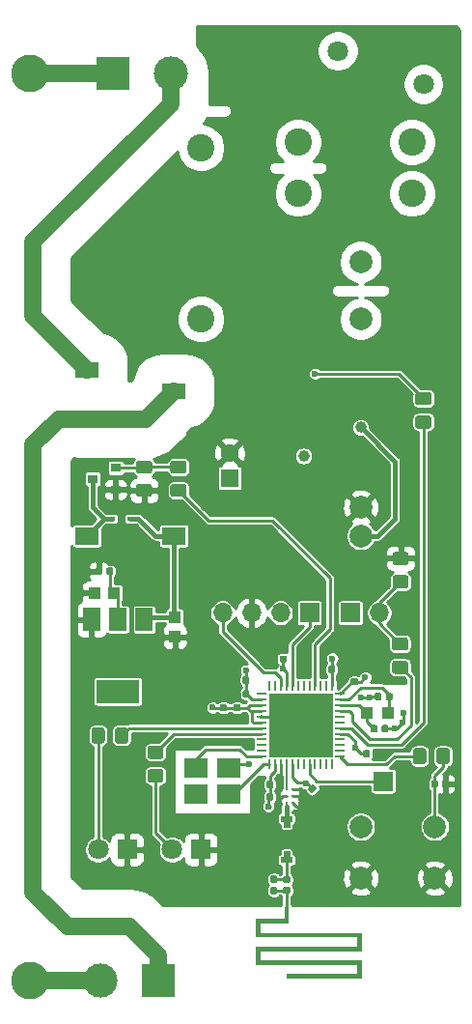
<source format=gbr>
G04 #@! TF.GenerationSoftware,KiCad,Pcbnew,(5.1.5)-3*
G04 #@! TF.CreationDate,2021-07-24T16:01:17-03:00*
G04 #@! TF.ProjectId,relayer_hw,72656c61-7965-4725-9f68-772e6b696361,rev?*
G04 #@! TF.SameCoordinates,Original*
G04 #@! TF.FileFunction,Copper,L4,Bot*
G04 #@! TF.FilePolarity,Positive*
%FSLAX46Y46*%
G04 Gerber Fmt 4.6, Leading zero omitted, Abs format (unit mm)*
G04 Created by KiCad (PCBNEW (5.1.5)-3) date 2021-07-24 16:01:17*
%MOMM*%
%LPD*%
G04 APERTURE LIST*
%ADD10C,0.001000*%
%ADD11C,0.100000*%
%ADD12C,1.600000*%
%ADD13R,1.600000X1.600000*%
%ADD14R,2.000000X1.400000*%
%ADD15R,2.100000X1.550000*%
%ADD16C,3.300000*%
%ADD17R,0.200000X0.200000*%
%ADD18R,0.270000X0.870000*%
%ADD19R,0.870000X0.270000*%
%ADD20R,5.600000X5.600000*%
%ADD21C,2.400000*%
%ADD22R,1.000000X1.100000*%
%ADD23R,1.100000X1.000000*%
%ADD24R,0.530000X0.400000*%
%ADD25R,1.800000X1.800000*%
%ADD26C,1.800000*%
%ADD27R,1.700000X1.700000*%
%ADD28O,1.700000X1.700000*%
%ADD29C,2.000000*%
%ADD30R,0.900000X0.800000*%
%ADD31C,1.000000*%
%ADD32R,1.000000X1.000000*%
%ADD33R,1.000000X0.500000*%
%ADD34R,3.800000X2.000000*%
%ADD35R,1.500000X2.000000*%
%ADD36R,0.400000X0.400000*%
%ADD37R,3.000000X3.000000*%
%ADD38C,3.000000*%
%ADD39R,2.100000X1.800000*%
%ADD40R,1.050000X1.100000*%
%ADD41C,0.600000*%
%ADD42C,0.250000*%
%ADD43C,1.500000*%
%ADD44C,0.400000*%
%ADD45C,0.200000*%
%ADD46C,0.450000*%
%ADD47C,0.290000*%
%ADD48C,0.254000*%
G04 APERTURE END LIST*
D10*
G36*
X156250000Y-126150000D02*
G01*
X156750000Y-126150000D01*
X156750000Y-125650000D01*
X156250000Y-125650000D01*
X156250000Y-126150000D01*
G37*
X156250000Y-126150000D02*
X156750000Y-126150000D01*
X156750000Y-125650000D01*
X156250000Y-125650000D01*
X156250000Y-126150000D01*
G36*
X156250000Y-123550000D02*
G01*
X156750000Y-123550000D01*
X156750000Y-123050000D01*
X156250000Y-123050000D01*
X156250000Y-123550000D01*
G37*
X156250000Y-123550000D02*
X156750000Y-123550000D01*
X156750000Y-123050000D01*
X156250000Y-123050000D01*
X156250000Y-123550000D01*
D11*
G36*
X163100000Y-135200000D02*
G01*
X154200000Y-135200000D01*
X154200000Y-134400000D01*
X163100000Y-134400000D01*
X163100000Y-132800000D01*
X154200000Y-132800000D01*
X154200000Y-132000000D01*
X156700000Y-132000000D01*
X156700000Y-130500000D01*
X156300000Y-130500000D01*
X156300000Y-131600000D01*
X153800000Y-131600000D01*
X153800000Y-133200000D01*
X162700000Y-133200000D01*
X162700000Y-134000000D01*
X153800000Y-134000000D01*
X153800000Y-135600000D01*
X162700000Y-135600000D01*
X162700000Y-136400000D01*
X156500000Y-136400000D01*
X156500000Y-136800000D01*
X163100000Y-136800000D01*
X163100000Y-135200000D01*
G37*
D12*
X151510000Y-90740000D03*
D13*
X151510000Y-92940000D03*
D14*
X146620000Y-85300000D03*
X139000000Y-83460000D03*
D15*
X146620000Y-98000000D03*
X139000000Y-98000000D03*
D16*
X134000000Y-137000000D03*
X134000000Y-57500000D03*
D17*
X157000000Y-121400000D03*
X157000000Y-120810000D03*
X157000000Y-120220000D03*
X156500000Y-120220000D03*
X156500000Y-120810000D03*
X156500000Y-121400000D03*
G04 #@! TA.AperFunction,SMDPad,CuDef*
D11*
G36*
X161596958Y-109380710D02*
G01*
X161611276Y-109382834D01*
X161625317Y-109386351D01*
X161638946Y-109391228D01*
X161652031Y-109397417D01*
X161664447Y-109404858D01*
X161676073Y-109413481D01*
X161686798Y-109423202D01*
X161696519Y-109433927D01*
X161705142Y-109445553D01*
X161712583Y-109457969D01*
X161718772Y-109471054D01*
X161723649Y-109484683D01*
X161727166Y-109498724D01*
X161729290Y-109513042D01*
X161730000Y-109527500D01*
X161730000Y-109872500D01*
X161729290Y-109886958D01*
X161727166Y-109901276D01*
X161723649Y-109915317D01*
X161718772Y-109928946D01*
X161712583Y-109942031D01*
X161705142Y-109954447D01*
X161696519Y-109966073D01*
X161686798Y-109976798D01*
X161676073Y-109986519D01*
X161664447Y-109995142D01*
X161652031Y-110002583D01*
X161638946Y-110008772D01*
X161625317Y-110013649D01*
X161611276Y-110017166D01*
X161596958Y-110019290D01*
X161582500Y-110020000D01*
X161287500Y-110020000D01*
X161273042Y-110019290D01*
X161258724Y-110017166D01*
X161244683Y-110013649D01*
X161231054Y-110008772D01*
X161217969Y-110002583D01*
X161205553Y-109995142D01*
X161193927Y-109986519D01*
X161183202Y-109976798D01*
X161173481Y-109966073D01*
X161164858Y-109954447D01*
X161157417Y-109942031D01*
X161151228Y-109928946D01*
X161146351Y-109915317D01*
X161142834Y-109901276D01*
X161140710Y-109886958D01*
X161140000Y-109872500D01*
X161140000Y-109527500D01*
X161140710Y-109513042D01*
X161142834Y-109498724D01*
X161146351Y-109484683D01*
X161151228Y-109471054D01*
X161157417Y-109457969D01*
X161164858Y-109445553D01*
X161173481Y-109433927D01*
X161183202Y-109423202D01*
X161193927Y-109413481D01*
X161205553Y-109404858D01*
X161217969Y-109397417D01*
X161231054Y-109391228D01*
X161244683Y-109386351D01*
X161258724Y-109382834D01*
X161273042Y-109380710D01*
X161287500Y-109380000D01*
X161582500Y-109380000D01*
X161596958Y-109380710D01*
G37*
G04 #@! TD.AperFunction*
G04 #@! TA.AperFunction,SMDPad,CuDef*
G36*
X160626958Y-109380710D02*
G01*
X160641276Y-109382834D01*
X160655317Y-109386351D01*
X160668946Y-109391228D01*
X160682031Y-109397417D01*
X160694447Y-109404858D01*
X160706073Y-109413481D01*
X160716798Y-109423202D01*
X160726519Y-109433927D01*
X160735142Y-109445553D01*
X160742583Y-109457969D01*
X160748772Y-109471054D01*
X160753649Y-109484683D01*
X160757166Y-109498724D01*
X160759290Y-109513042D01*
X160760000Y-109527500D01*
X160760000Y-109872500D01*
X160759290Y-109886958D01*
X160757166Y-109901276D01*
X160753649Y-109915317D01*
X160748772Y-109928946D01*
X160742583Y-109942031D01*
X160735142Y-109954447D01*
X160726519Y-109966073D01*
X160716798Y-109976798D01*
X160706073Y-109986519D01*
X160694447Y-109995142D01*
X160682031Y-110002583D01*
X160668946Y-110008772D01*
X160655317Y-110013649D01*
X160641276Y-110017166D01*
X160626958Y-110019290D01*
X160612500Y-110020000D01*
X160317500Y-110020000D01*
X160303042Y-110019290D01*
X160288724Y-110017166D01*
X160274683Y-110013649D01*
X160261054Y-110008772D01*
X160247969Y-110002583D01*
X160235553Y-109995142D01*
X160223927Y-109986519D01*
X160213202Y-109976798D01*
X160203481Y-109966073D01*
X160194858Y-109954447D01*
X160187417Y-109942031D01*
X160181228Y-109928946D01*
X160176351Y-109915317D01*
X160172834Y-109901276D01*
X160170710Y-109886958D01*
X160170000Y-109872500D01*
X160170000Y-109527500D01*
X160170710Y-109513042D01*
X160172834Y-109498724D01*
X160176351Y-109484683D01*
X160181228Y-109471054D01*
X160187417Y-109457969D01*
X160194858Y-109445553D01*
X160203481Y-109433927D01*
X160213202Y-109423202D01*
X160223927Y-109413481D01*
X160235553Y-109404858D01*
X160247969Y-109397417D01*
X160261054Y-109391228D01*
X160274683Y-109386351D01*
X160288724Y-109382834D01*
X160303042Y-109380710D01*
X160317500Y-109380000D01*
X160612500Y-109380000D01*
X160626958Y-109380710D01*
G37*
G04 #@! TD.AperFunction*
D18*
X160500000Y-118030000D03*
X160000000Y-118030000D03*
X159500000Y-118030000D03*
X159000000Y-118030000D03*
X158500000Y-118030000D03*
X158000000Y-118030000D03*
X157500000Y-118030000D03*
X157000000Y-118030000D03*
X156500000Y-118030000D03*
X156000000Y-118030000D03*
X155500000Y-118030000D03*
X155000000Y-118030000D03*
X155000000Y-111170000D03*
X155500000Y-111170000D03*
X156000000Y-111170000D03*
X156500000Y-111170000D03*
X157000000Y-111170000D03*
X157500000Y-111170000D03*
X158000000Y-111170000D03*
X158500000Y-111170000D03*
X159000000Y-111170000D03*
X159500000Y-111170000D03*
X160000000Y-111170000D03*
X160500000Y-111170000D03*
D19*
X161180000Y-111850000D03*
X161180000Y-112350000D03*
X161180000Y-112850000D03*
X161180000Y-113350000D03*
X161180000Y-113850000D03*
X161180000Y-114350000D03*
X161180000Y-114850000D03*
X161180000Y-115350000D03*
X161180000Y-115850000D03*
X161180000Y-116350000D03*
X161180000Y-116850000D03*
X161180000Y-117350000D03*
X154320000Y-117350000D03*
X154320000Y-116850000D03*
X154320000Y-116350000D03*
X154320000Y-115850000D03*
X154320000Y-115350000D03*
X154320000Y-114850000D03*
X154320000Y-114350000D03*
X154320000Y-113850000D03*
X154320000Y-113350000D03*
X154320000Y-112850000D03*
X154320000Y-112350000D03*
X154320000Y-111850000D03*
D20*
X157750000Y-114600000D03*
G04 #@! TA.AperFunction,SMDPad,CuDef*
D11*
G36*
X165661958Y-111780710D02*
G01*
X165676276Y-111782834D01*
X165690317Y-111786351D01*
X165703946Y-111791228D01*
X165717031Y-111797417D01*
X165729447Y-111804858D01*
X165741073Y-111813481D01*
X165751798Y-111823202D01*
X165761519Y-111833927D01*
X165770142Y-111845553D01*
X165777583Y-111857969D01*
X165783772Y-111871054D01*
X165788649Y-111884683D01*
X165792166Y-111898724D01*
X165794290Y-111913042D01*
X165795000Y-111927500D01*
X165795000Y-112272500D01*
X165794290Y-112286958D01*
X165792166Y-112301276D01*
X165788649Y-112315317D01*
X165783772Y-112328946D01*
X165777583Y-112342031D01*
X165770142Y-112354447D01*
X165761519Y-112366073D01*
X165751798Y-112376798D01*
X165741073Y-112386519D01*
X165729447Y-112395142D01*
X165717031Y-112402583D01*
X165703946Y-112408772D01*
X165690317Y-112413649D01*
X165676276Y-112417166D01*
X165661958Y-112419290D01*
X165647500Y-112420000D01*
X165352500Y-112420000D01*
X165338042Y-112419290D01*
X165323724Y-112417166D01*
X165309683Y-112413649D01*
X165296054Y-112408772D01*
X165282969Y-112402583D01*
X165270553Y-112395142D01*
X165258927Y-112386519D01*
X165248202Y-112376798D01*
X165238481Y-112366073D01*
X165229858Y-112354447D01*
X165222417Y-112342031D01*
X165216228Y-112328946D01*
X165211351Y-112315317D01*
X165207834Y-112301276D01*
X165205710Y-112286958D01*
X165205000Y-112272500D01*
X165205000Y-111927500D01*
X165205710Y-111913042D01*
X165207834Y-111898724D01*
X165211351Y-111884683D01*
X165216228Y-111871054D01*
X165222417Y-111857969D01*
X165229858Y-111845553D01*
X165238481Y-111833927D01*
X165248202Y-111823202D01*
X165258927Y-111813481D01*
X165270553Y-111804858D01*
X165282969Y-111797417D01*
X165296054Y-111791228D01*
X165309683Y-111786351D01*
X165323724Y-111782834D01*
X165338042Y-111780710D01*
X165352500Y-111780000D01*
X165647500Y-111780000D01*
X165661958Y-111780710D01*
G37*
G04 #@! TD.AperFunction*
G04 #@! TA.AperFunction,SMDPad,CuDef*
G36*
X164691958Y-111780710D02*
G01*
X164706276Y-111782834D01*
X164720317Y-111786351D01*
X164733946Y-111791228D01*
X164747031Y-111797417D01*
X164759447Y-111804858D01*
X164771073Y-111813481D01*
X164781798Y-111823202D01*
X164791519Y-111833927D01*
X164800142Y-111845553D01*
X164807583Y-111857969D01*
X164813772Y-111871054D01*
X164818649Y-111884683D01*
X164822166Y-111898724D01*
X164824290Y-111913042D01*
X164825000Y-111927500D01*
X164825000Y-112272500D01*
X164824290Y-112286958D01*
X164822166Y-112301276D01*
X164818649Y-112315317D01*
X164813772Y-112328946D01*
X164807583Y-112342031D01*
X164800142Y-112354447D01*
X164791519Y-112366073D01*
X164781798Y-112376798D01*
X164771073Y-112386519D01*
X164759447Y-112395142D01*
X164747031Y-112402583D01*
X164733946Y-112408772D01*
X164720317Y-112413649D01*
X164706276Y-112417166D01*
X164691958Y-112419290D01*
X164677500Y-112420000D01*
X164382500Y-112420000D01*
X164368042Y-112419290D01*
X164353724Y-112417166D01*
X164339683Y-112413649D01*
X164326054Y-112408772D01*
X164312969Y-112402583D01*
X164300553Y-112395142D01*
X164288927Y-112386519D01*
X164278202Y-112376798D01*
X164268481Y-112366073D01*
X164259858Y-112354447D01*
X164252417Y-112342031D01*
X164246228Y-112328946D01*
X164241351Y-112315317D01*
X164237834Y-112301276D01*
X164235710Y-112286958D01*
X164235000Y-112272500D01*
X164235000Y-111927500D01*
X164235710Y-111913042D01*
X164237834Y-111898724D01*
X164241351Y-111884683D01*
X164246228Y-111871054D01*
X164252417Y-111857969D01*
X164259858Y-111845553D01*
X164268481Y-111833927D01*
X164278202Y-111823202D01*
X164288927Y-111813481D01*
X164300553Y-111804858D01*
X164312969Y-111797417D01*
X164326054Y-111791228D01*
X164339683Y-111786351D01*
X164353724Y-111782834D01*
X164368042Y-111780710D01*
X164382500Y-111780000D01*
X164677500Y-111780000D01*
X164691958Y-111780710D01*
G37*
G04 #@! TD.AperFunction*
G04 #@! TA.AperFunction,SMDPad,CuDef*
G36*
X170596958Y-119430710D02*
G01*
X170611276Y-119432834D01*
X170625317Y-119436351D01*
X170638946Y-119441228D01*
X170652031Y-119447417D01*
X170664447Y-119454858D01*
X170676073Y-119463481D01*
X170686798Y-119473202D01*
X170696519Y-119483927D01*
X170705142Y-119495553D01*
X170712583Y-119507969D01*
X170718772Y-119521054D01*
X170723649Y-119534683D01*
X170727166Y-119548724D01*
X170729290Y-119563042D01*
X170730000Y-119577500D01*
X170730000Y-119922500D01*
X170729290Y-119936958D01*
X170727166Y-119951276D01*
X170723649Y-119965317D01*
X170718772Y-119978946D01*
X170712583Y-119992031D01*
X170705142Y-120004447D01*
X170696519Y-120016073D01*
X170686798Y-120026798D01*
X170676073Y-120036519D01*
X170664447Y-120045142D01*
X170652031Y-120052583D01*
X170638946Y-120058772D01*
X170625317Y-120063649D01*
X170611276Y-120067166D01*
X170596958Y-120069290D01*
X170582500Y-120070000D01*
X170287500Y-120070000D01*
X170273042Y-120069290D01*
X170258724Y-120067166D01*
X170244683Y-120063649D01*
X170231054Y-120058772D01*
X170217969Y-120052583D01*
X170205553Y-120045142D01*
X170193927Y-120036519D01*
X170183202Y-120026798D01*
X170173481Y-120016073D01*
X170164858Y-120004447D01*
X170157417Y-119992031D01*
X170151228Y-119978946D01*
X170146351Y-119965317D01*
X170142834Y-119951276D01*
X170140710Y-119936958D01*
X170140000Y-119922500D01*
X170140000Y-119577500D01*
X170140710Y-119563042D01*
X170142834Y-119548724D01*
X170146351Y-119534683D01*
X170151228Y-119521054D01*
X170157417Y-119507969D01*
X170164858Y-119495553D01*
X170173481Y-119483927D01*
X170183202Y-119473202D01*
X170193927Y-119463481D01*
X170205553Y-119454858D01*
X170217969Y-119447417D01*
X170231054Y-119441228D01*
X170244683Y-119436351D01*
X170258724Y-119432834D01*
X170273042Y-119430710D01*
X170287500Y-119430000D01*
X170582500Y-119430000D01*
X170596958Y-119430710D01*
G37*
G04 #@! TD.AperFunction*
G04 #@! TA.AperFunction,SMDPad,CuDef*
G36*
X169626958Y-119430710D02*
G01*
X169641276Y-119432834D01*
X169655317Y-119436351D01*
X169668946Y-119441228D01*
X169682031Y-119447417D01*
X169694447Y-119454858D01*
X169706073Y-119463481D01*
X169716798Y-119473202D01*
X169726519Y-119483927D01*
X169735142Y-119495553D01*
X169742583Y-119507969D01*
X169748772Y-119521054D01*
X169753649Y-119534683D01*
X169757166Y-119548724D01*
X169759290Y-119563042D01*
X169760000Y-119577500D01*
X169760000Y-119922500D01*
X169759290Y-119936958D01*
X169757166Y-119951276D01*
X169753649Y-119965317D01*
X169748772Y-119978946D01*
X169742583Y-119992031D01*
X169735142Y-120004447D01*
X169726519Y-120016073D01*
X169716798Y-120026798D01*
X169706073Y-120036519D01*
X169694447Y-120045142D01*
X169682031Y-120052583D01*
X169668946Y-120058772D01*
X169655317Y-120063649D01*
X169641276Y-120067166D01*
X169626958Y-120069290D01*
X169612500Y-120070000D01*
X169317500Y-120070000D01*
X169303042Y-120069290D01*
X169288724Y-120067166D01*
X169274683Y-120063649D01*
X169261054Y-120058772D01*
X169247969Y-120052583D01*
X169235553Y-120045142D01*
X169223927Y-120036519D01*
X169213202Y-120026798D01*
X169203481Y-120016073D01*
X169194858Y-120004447D01*
X169187417Y-119992031D01*
X169181228Y-119978946D01*
X169176351Y-119965317D01*
X169172834Y-119951276D01*
X169170710Y-119936958D01*
X169170000Y-119922500D01*
X169170000Y-119577500D01*
X169170710Y-119563042D01*
X169172834Y-119548724D01*
X169176351Y-119534683D01*
X169181228Y-119521054D01*
X169187417Y-119507969D01*
X169194858Y-119495553D01*
X169203481Y-119483927D01*
X169213202Y-119473202D01*
X169223927Y-119463481D01*
X169235553Y-119454858D01*
X169247969Y-119447417D01*
X169261054Y-119441228D01*
X169274683Y-119436351D01*
X169288724Y-119432834D01*
X169303042Y-119430710D01*
X169317500Y-119430000D01*
X169612500Y-119430000D01*
X169626958Y-119430710D01*
G37*
G04 #@! TD.AperFunction*
G04 #@! TA.AperFunction,SMDPad,CuDef*
G36*
X164326958Y-114580710D02*
G01*
X164341276Y-114582834D01*
X164355317Y-114586351D01*
X164368946Y-114591228D01*
X164382031Y-114597417D01*
X164394447Y-114604858D01*
X164406073Y-114613481D01*
X164416798Y-114623202D01*
X164426519Y-114633927D01*
X164435142Y-114645553D01*
X164442583Y-114657969D01*
X164448772Y-114671054D01*
X164453649Y-114684683D01*
X164457166Y-114698724D01*
X164459290Y-114713042D01*
X164460000Y-114727500D01*
X164460000Y-115072500D01*
X164459290Y-115086958D01*
X164457166Y-115101276D01*
X164453649Y-115115317D01*
X164448772Y-115128946D01*
X164442583Y-115142031D01*
X164435142Y-115154447D01*
X164426519Y-115166073D01*
X164416798Y-115176798D01*
X164406073Y-115186519D01*
X164394447Y-115195142D01*
X164382031Y-115202583D01*
X164368946Y-115208772D01*
X164355317Y-115213649D01*
X164341276Y-115217166D01*
X164326958Y-115219290D01*
X164312500Y-115220000D01*
X164017500Y-115220000D01*
X164003042Y-115219290D01*
X163988724Y-115217166D01*
X163974683Y-115213649D01*
X163961054Y-115208772D01*
X163947969Y-115202583D01*
X163935553Y-115195142D01*
X163923927Y-115186519D01*
X163913202Y-115176798D01*
X163903481Y-115166073D01*
X163894858Y-115154447D01*
X163887417Y-115142031D01*
X163881228Y-115128946D01*
X163876351Y-115115317D01*
X163872834Y-115101276D01*
X163870710Y-115086958D01*
X163870000Y-115072500D01*
X163870000Y-114727500D01*
X163870710Y-114713042D01*
X163872834Y-114698724D01*
X163876351Y-114684683D01*
X163881228Y-114671054D01*
X163887417Y-114657969D01*
X163894858Y-114645553D01*
X163903481Y-114633927D01*
X163913202Y-114623202D01*
X163923927Y-114613481D01*
X163935553Y-114604858D01*
X163947969Y-114597417D01*
X163961054Y-114591228D01*
X163974683Y-114586351D01*
X163988724Y-114582834D01*
X164003042Y-114580710D01*
X164017500Y-114580000D01*
X164312500Y-114580000D01*
X164326958Y-114580710D01*
G37*
G04 #@! TD.AperFunction*
G04 #@! TA.AperFunction,SMDPad,CuDef*
G36*
X165296958Y-114580710D02*
G01*
X165311276Y-114582834D01*
X165325317Y-114586351D01*
X165338946Y-114591228D01*
X165352031Y-114597417D01*
X165364447Y-114604858D01*
X165376073Y-114613481D01*
X165386798Y-114623202D01*
X165396519Y-114633927D01*
X165405142Y-114645553D01*
X165412583Y-114657969D01*
X165418772Y-114671054D01*
X165423649Y-114684683D01*
X165427166Y-114698724D01*
X165429290Y-114713042D01*
X165430000Y-114727500D01*
X165430000Y-115072500D01*
X165429290Y-115086958D01*
X165427166Y-115101276D01*
X165423649Y-115115317D01*
X165418772Y-115128946D01*
X165412583Y-115142031D01*
X165405142Y-115154447D01*
X165396519Y-115166073D01*
X165386798Y-115176798D01*
X165376073Y-115186519D01*
X165364447Y-115195142D01*
X165352031Y-115202583D01*
X165338946Y-115208772D01*
X165325317Y-115213649D01*
X165311276Y-115217166D01*
X165296958Y-115219290D01*
X165282500Y-115220000D01*
X164987500Y-115220000D01*
X164973042Y-115219290D01*
X164958724Y-115217166D01*
X164944683Y-115213649D01*
X164931054Y-115208772D01*
X164917969Y-115202583D01*
X164905553Y-115195142D01*
X164893927Y-115186519D01*
X164883202Y-115176798D01*
X164873481Y-115166073D01*
X164864858Y-115154447D01*
X164857417Y-115142031D01*
X164851228Y-115128946D01*
X164846351Y-115115317D01*
X164842834Y-115101276D01*
X164840710Y-115086958D01*
X164840000Y-115072500D01*
X164840000Y-114727500D01*
X164840710Y-114713042D01*
X164842834Y-114698724D01*
X164846351Y-114684683D01*
X164851228Y-114671054D01*
X164857417Y-114657969D01*
X164864858Y-114645553D01*
X164873481Y-114633927D01*
X164883202Y-114623202D01*
X164893927Y-114613481D01*
X164905553Y-114604858D01*
X164917969Y-114597417D01*
X164931054Y-114591228D01*
X164944683Y-114586351D01*
X164958724Y-114582834D01*
X164973042Y-114580710D01*
X164987500Y-114580000D01*
X165282500Y-114580000D01*
X165296958Y-114580710D01*
G37*
G04 #@! TD.AperFunction*
G04 #@! TA.AperFunction,SMDPad,CuDef*
G36*
X152141958Y-111530710D02*
G01*
X152156276Y-111532834D01*
X152170317Y-111536351D01*
X152183946Y-111541228D01*
X152197031Y-111547417D01*
X152209447Y-111554858D01*
X152221073Y-111563481D01*
X152231798Y-111573202D01*
X152241519Y-111583927D01*
X152250142Y-111595553D01*
X152257583Y-111607969D01*
X152263772Y-111621054D01*
X152268649Y-111634683D01*
X152272166Y-111648724D01*
X152274290Y-111663042D01*
X152275000Y-111677500D01*
X152275000Y-112022500D01*
X152274290Y-112036958D01*
X152272166Y-112051276D01*
X152268649Y-112065317D01*
X152263772Y-112078946D01*
X152257583Y-112092031D01*
X152250142Y-112104447D01*
X152241519Y-112116073D01*
X152231798Y-112126798D01*
X152221073Y-112136519D01*
X152209447Y-112145142D01*
X152197031Y-112152583D01*
X152183946Y-112158772D01*
X152170317Y-112163649D01*
X152156276Y-112167166D01*
X152141958Y-112169290D01*
X152127500Y-112170000D01*
X151832500Y-112170000D01*
X151818042Y-112169290D01*
X151803724Y-112167166D01*
X151789683Y-112163649D01*
X151776054Y-112158772D01*
X151762969Y-112152583D01*
X151750553Y-112145142D01*
X151738927Y-112136519D01*
X151728202Y-112126798D01*
X151718481Y-112116073D01*
X151709858Y-112104447D01*
X151702417Y-112092031D01*
X151696228Y-112078946D01*
X151691351Y-112065317D01*
X151687834Y-112051276D01*
X151685710Y-112036958D01*
X151685000Y-112022500D01*
X151685000Y-111677500D01*
X151685710Y-111663042D01*
X151687834Y-111648724D01*
X151691351Y-111634683D01*
X151696228Y-111621054D01*
X151702417Y-111607969D01*
X151709858Y-111595553D01*
X151718481Y-111583927D01*
X151728202Y-111573202D01*
X151738927Y-111563481D01*
X151750553Y-111554858D01*
X151762969Y-111547417D01*
X151776054Y-111541228D01*
X151789683Y-111536351D01*
X151803724Y-111532834D01*
X151818042Y-111530710D01*
X151832500Y-111530000D01*
X152127500Y-111530000D01*
X152141958Y-111530710D01*
G37*
G04 #@! TD.AperFunction*
G04 #@! TA.AperFunction,SMDPad,CuDef*
G36*
X153111958Y-111530710D02*
G01*
X153126276Y-111532834D01*
X153140317Y-111536351D01*
X153153946Y-111541228D01*
X153167031Y-111547417D01*
X153179447Y-111554858D01*
X153191073Y-111563481D01*
X153201798Y-111573202D01*
X153211519Y-111583927D01*
X153220142Y-111595553D01*
X153227583Y-111607969D01*
X153233772Y-111621054D01*
X153238649Y-111634683D01*
X153242166Y-111648724D01*
X153244290Y-111663042D01*
X153245000Y-111677500D01*
X153245000Y-112022500D01*
X153244290Y-112036958D01*
X153242166Y-112051276D01*
X153238649Y-112065317D01*
X153233772Y-112078946D01*
X153227583Y-112092031D01*
X153220142Y-112104447D01*
X153211519Y-112116073D01*
X153201798Y-112126798D01*
X153191073Y-112136519D01*
X153179447Y-112145142D01*
X153167031Y-112152583D01*
X153153946Y-112158772D01*
X153140317Y-112163649D01*
X153126276Y-112167166D01*
X153111958Y-112169290D01*
X153097500Y-112170000D01*
X152802500Y-112170000D01*
X152788042Y-112169290D01*
X152773724Y-112167166D01*
X152759683Y-112163649D01*
X152746054Y-112158772D01*
X152732969Y-112152583D01*
X152720553Y-112145142D01*
X152708927Y-112136519D01*
X152698202Y-112126798D01*
X152688481Y-112116073D01*
X152679858Y-112104447D01*
X152672417Y-112092031D01*
X152666228Y-112078946D01*
X152661351Y-112065317D01*
X152657834Y-112051276D01*
X152655710Y-112036958D01*
X152655000Y-112022500D01*
X152655000Y-111677500D01*
X152655710Y-111663042D01*
X152657834Y-111648724D01*
X152661351Y-111634683D01*
X152666228Y-111621054D01*
X152672417Y-111607969D01*
X152679858Y-111595553D01*
X152688481Y-111583927D01*
X152698202Y-111573202D01*
X152708927Y-111563481D01*
X152720553Y-111554858D01*
X152732969Y-111547417D01*
X152746054Y-111541228D01*
X152759683Y-111536351D01*
X152773724Y-111532834D01*
X152788042Y-111530710D01*
X152802500Y-111530000D01*
X153097500Y-111530000D01*
X153111958Y-111530710D01*
G37*
G04 #@! TD.AperFunction*
D21*
X149000000Y-64000000D03*
X149000000Y-79000000D03*
G04 #@! TA.AperFunction,SMDPad,CuDef*
D11*
G36*
X164646958Y-116780710D02*
G01*
X164661276Y-116782834D01*
X164675317Y-116786351D01*
X164688946Y-116791228D01*
X164702031Y-116797417D01*
X164714447Y-116804858D01*
X164726073Y-116813481D01*
X164736798Y-116823202D01*
X164746519Y-116833927D01*
X164755142Y-116845553D01*
X164762583Y-116857969D01*
X164768772Y-116871054D01*
X164773649Y-116884683D01*
X164777166Y-116898724D01*
X164779290Y-116913042D01*
X164780000Y-116927500D01*
X164780000Y-117272500D01*
X164779290Y-117286958D01*
X164777166Y-117301276D01*
X164773649Y-117315317D01*
X164768772Y-117328946D01*
X164762583Y-117342031D01*
X164755142Y-117354447D01*
X164746519Y-117366073D01*
X164736798Y-117376798D01*
X164726073Y-117386519D01*
X164714447Y-117395142D01*
X164702031Y-117402583D01*
X164688946Y-117408772D01*
X164675317Y-117413649D01*
X164661276Y-117417166D01*
X164646958Y-117419290D01*
X164632500Y-117420000D01*
X164337500Y-117420000D01*
X164323042Y-117419290D01*
X164308724Y-117417166D01*
X164294683Y-117413649D01*
X164281054Y-117408772D01*
X164267969Y-117402583D01*
X164255553Y-117395142D01*
X164243927Y-117386519D01*
X164233202Y-117376798D01*
X164223481Y-117366073D01*
X164214858Y-117354447D01*
X164207417Y-117342031D01*
X164201228Y-117328946D01*
X164196351Y-117315317D01*
X164192834Y-117301276D01*
X164190710Y-117286958D01*
X164190000Y-117272500D01*
X164190000Y-116927500D01*
X164190710Y-116913042D01*
X164192834Y-116898724D01*
X164196351Y-116884683D01*
X164201228Y-116871054D01*
X164207417Y-116857969D01*
X164214858Y-116845553D01*
X164223481Y-116833927D01*
X164233202Y-116823202D01*
X164243927Y-116813481D01*
X164255553Y-116804858D01*
X164267969Y-116797417D01*
X164281054Y-116791228D01*
X164294683Y-116786351D01*
X164308724Y-116782834D01*
X164323042Y-116780710D01*
X164337500Y-116780000D01*
X164632500Y-116780000D01*
X164646958Y-116780710D01*
G37*
G04 #@! TD.AperFunction*
G04 #@! TA.AperFunction,SMDPad,CuDef*
G36*
X163676958Y-116780710D02*
G01*
X163691276Y-116782834D01*
X163705317Y-116786351D01*
X163718946Y-116791228D01*
X163732031Y-116797417D01*
X163744447Y-116804858D01*
X163756073Y-116813481D01*
X163766798Y-116823202D01*
X163776519Y-116833927D01*
X163785142Y-116845553D01*
X163792583Y-116857969D01*
X163798772Y-116871054D01*
X163803649Y-116884683D01*
X163807166Y-116898724D01*
X163809290Y-116913042D01*
X163810000Y-116927500D01*
X163810000Y-117272500D01*
X163809290Y-117286958D01*
X163807166Y-117301276D01*
X163803649Y-117315317D01*
X163798772Y-117328946D01*
X163792583Y-117342031D01*
X163785142Y-117354447D01*
X163776519Y-117366073D01*
X163766798Y-117376798D01*
X163756073Y-117386519D01*
X163744447Y-117395142D01*
X163732031Y-117402583D01*
X163718946Y-117408772D01*
X163705317Y-117413649D01*
X163691276Y-117417166D01*
X163676958Y-117419290D01*
X163662500Y-117420000D01*
X163367500Y-117420000D01*
X163353042Y-117419290D01*
X163338724Y-117417166D01*
X163324683Y-117413649D01*
X163311054Y-117408772D01*
X163297969Y-117402583D01*
X163285553Y-117395142D01*
X163273927Y-117386519D01*
X163263202Y-117376798D01*
X163253481Y-117366073D01*
X163244858Y-117354447D01*
X163237417Y-117342031D01*
X163231228Y-117328946D01*
X163226351Y-117315317D01*
X163222834Y-117301276D01*
X163220710Y-117286958D01*
X163220000Y-117272500D01*
X163220000Y-116927500D01*
X163220710Y-116913042D01*
X163222834Y-116898724D01*
X163226351Y-116884683D01*
X163231228Y-116871054D01*
X163237417Y-116857969D01*
X163244858Y-116845553D01*
X163253481Y-116833927D01*
X163263202Y-116823202D01*
X163273927Y-116813481D01*
X163285553Y-116804858D01*
X163297969Y-116797417D01*
X163311054Y-116791228D01*
X163324683Y-116786351D01*
X163338724Y-116782834D01*
X163353042Y-116780710D01*
X163367500Y-116780000D01*
X163662500Y-116780000D01*
X163676958Y-116780710D01*
G37*
G04 #@! TD.AperFunction*
G04 #@! TA.AperFunction,SMDPad,CuDef*
G36*
X158789189Y-119783989D02*
G01*
X158803507Y-119786113D01*
X158817548Y-119789630D01*
X158831177Y-119794507D01*
X158844262Y-119800696D01*
X158856678Y-119808137D01*
X158868304Y-119816760D01*
X158879029Y-119826481D01*
X159087625Y-120035077D01*
X159097346Y-120045802D01*
X159105969Y-120057428D01*
X159113410Y-120069844D01*
X159119599Y-120082929D01*
X159124476Y-120096558D01*
X159127993Y-120110599D01*
X159130117Y-120124917D01*
X159130827Y-120139375D01*
X159130117Y-120153833D01*
X159127993Y-120168151D01*
X159124476Y-120182192D01*
X159119599Y-120195821D01*
X159113410Y-120208906D01*
X159105969Y-120221322D01*
X159097346Y-120232948D01*
X159087625Y-120243673D01*
X158843673Y-120487625D01*
X158832948Y-120497346D01*
X158821322Y-120505969D01*
X158808906Y-120513410D01*
X158795821Y-120519599D01*
X158782192Y-120524476D01*
X158768151Y-120527993D01*
X158753833Y-120530117D01*
X158739375Y-120530827D01*
X158724917Y-120530117D01*
X158710599Y-120527993D01*
X158696558Y-120524476D01*
X158682929Y-120519599D01*
X158669844Y-120513410D01*
X158657428Y-120505969D01*
X158645802Y-120497346D01*
X158635077Y-120487625D01*
X158426481Y-120279029D01*
X158416760Y-120268304D01*
X158408137Y-120256678D01*
X158400696Y-120244262D01*
X158394507Y-120231177D01*
X158389630Y-120217548D01*
X158386113Y-120203507D01*
X158383989Y-120189189D01*
X158383279Y-120174731D01*
X158383989Y-120160273D01*
X158386113Y-120145955D01*
X158389630Y-120131914D01*
X158394507Y-120118285D01*
X158400696Y-120105200D01*
X158408137Y-120092784D01*
X158416760Y-120081158D01*
X158426481Y-120070433D01*
X158670433Y-119826481D01*
X158681158Y-119816760D01*
X158692784Y-119808137D01*
X158705200Y-119800696D01*
X158718285Y-119794507D01*
X158731914Y-119789630D01*
X158745955Y-119786113D01*
X158760273Y-119783989D01*
X158774731Y-119783279D01*
X158789189Y-119783989D01*
G37*
G04 #@! TD.AperFunction*
G04 #@! TA.AperFunction,SMDPad,CuDef*
G36*
X159475083Y-120469883D02*
G01*
X159489401Y-120472007D01*
X159503442Y-120475524D01*
X159517071Y-120480401D01*
X159530156Y-120486590D01*
X159542572Y-120494031D01*
X159554198Y-120502654D01*
X159564923Y-120512375D01*
X159773519Y-120720971D01*
X159783240Y-120731696D01*
X159791863Y-120743322D01*
X159799304Y-120755738D01*
X159805493Y-120768823D01*
X159810370Y-120782452D01*
X159813887Y-120796493D01*
X159816011Y-120810811D01*
X159816721Y-120825269D01*
X159816011Y-120839727D01*
X159813887Y-120854045D01*
X159810370Y-120868086D01*
X159805493Y-120881715D01*
X159799304Y-120894800D01*
X159791863Y-120907216D01*
X159783240Y-120918842D01*
X159773519Y-120929567D01*
X159529567Y-121173519D01*
X159518842Y-121183240D01*
X159507216Y-121191863D01*
X159494800Y-121199304D01*
X159481715Y-121205493D01*
X159468086Y-121210370D01*
X159454045Y-121213887D01*
X159439727Y-121216011D01*
X159425269Y-121216721D01*
X159410811Y-121216011D01*
X159396493Y-121213887D01*
X159382452Y-121210370D01*
X159368823Y-121205493D01*
X159355738Y-121199304D01*
X159343322Y-121191863D01*
X159331696Y-121183240D01*
X159320971Y-121173519D01*
X159112375Y-120964923D01*
X159102654Y-120954198D01*
X159094031Y-120942572D01*
X159086590Y-120930156D01*
X159080401Y-120917071D01*
X159075524Y-120903442D01*
X159072007Y-120889401D01*
X159069883Y-120875083D01*
X159069173Y-120860625D01*
X159069883Y-120846167D01*
X159072007Y-120831849D01*
X159075524Y-120817808D01*
X159080401Y-120804179D01*
X159086590Y-120791094D01*
X159094031Y-120778678D01*
X159102654Y-120767052D01*
X159112375Y-120756327D01*
X159356327Y-120512375D01*
X159367052Y-120502654D01*
X159378678Y-120494031D01*
X159391094Y-120486590D01*
X159404179Y-120480401D01*
X159417808Y-120475524D01*
X159431849Y-120472007D01*
X159446167Y-120469883D01*
X159460625Y-120469173D01*
X159475083Y-120469883D01*
G37*
G04 #@! TD.AperFunction*
G04 #@! TA.AperFunction,SMDPad,CuDef*
G36*
X162636958Y-110490710D02*
G01*
X162651276Y-110492834D01*
X162665317Y-110496351D01*
X162678946Y-110501228D01*
X162692031Y-110507417D01*
X162704447Y-110514858D01*
X162716073Y-110523481D01*
X162726798Y-110533202D01*
X162736519Y-110543927D01*
X162745142Y-110555553D01*
X162752583Y-110567969D01*
X162758772Y-110581054D01*
X162763649Y-110594683D01*
X162767166Y-110608724D01*
X162769290Y-110623042D01*
X162770000Y-110637500D01*
X162770000Y-110932500D01*
X162769290Y-110946958D01*
X162767166Y-110961276D01*
X162763649Y-110975317D01*
X162758772Y-110988946D01*
X162752583Y-111002031D01*
X162745142Y-111014447D01*
X162736519Y-111026073D01*
X162726798Y-111036798D01*
X162716073Y-111046519D01*
X162704447Y-111055142D01*
X162692031Y-111062583D01*
X162678946Y-111068772D01*
X162665317Y-111073649D01*
X162651276Y-111077166D01*
X162636958Y-111079290D01*
X162622500Y-111080000D01*
X162277500Y-111080000D01*
X162263042Y-111079290D01*
X162248724Y-111077166D01*
X162234683Y-111073649D01*
X162221054Y-111068772D01*
X162207969Y-111062583D01*
X162195553Y-111055142D01*
X162183927Y-111046519D01*
X162173202Y-111036798D01*
X162163481Y-111026073D01*
X162154858Y-111014447D01*
X162147417Y-111002031D01*
X162141228Y-110988946D01*
X162136351Y-110975317D01*
X162132834Y-110961276D01*
X162130710Y-110946958D01*
X162130000Y-110932500D01*
X162130000Y-110637500D01*
X162130710Y-110623042D01*
X162132834Y-110608724D01*
X162136351Y-110594683D01*
X162141228Y-110581054D01*
X162147417Y-110567969D01*
X162154858Y-110555553D01*
X162163481Y-110543927D01*
X162173202Y-110533202D01*
X162183927Y-110523481D01*
X162195553Y-110514858D01*
X162207969Y-110507417D01*
X162221054Y-110501228D01*
X162234683Y-110496351D01*
X162248724Y-110492834D01*
X162263042Y-110490710D01*
X162277500Y-110490000D01*
X162622500Y-110490000D01*
X162636958Y-110490710D01*
G37*
G04 #@! TD.AperFunction*
G04 #@! TA.AperFunction,SMDPad,CuDef*
G36*
X162636958Y-109520710D02*
G01*
X162651276Y-109522834D01*
X162665317Y-109526351D01*
X162678946Y-109531228D01*
X162692031Y-109537417D01*
X162704447Y-109544858D01*
X162716073Y-109553481D01*
X162726798Y-109563202D01*
X162736519Y-109573927D01*
X162745142Y-109585553D01*
X162752583Y-109597969D01*
X162758772Y-109611054D01*
X162763649Y-109624683D01*
X162767166Y-109638724D01*
X162769290Y-109653042D01*
X162770000Y-109667500D01*
X162770000Y-109962500D01*
X162769290Y-109976958D01*
X162767166Y-109991276D01*
X162763649Y-110005317D01*
X162758772Y-110018946D01*
X162752583Y-110032031D01*
X162745142Y-110044447D01*
X162736519Y-110056073D01*
X162726798Y-110066798D01*
X162716073Y-110076519D01*
X162704447Y-110085142D01*
X162692031Y-110092583D01*
X162678946Y-110098772D01*
X162665317Y-110103649D01*
X162651276Y-110107166D01*
X162636958Y-110109290D01*
X162622500Y-110110000D01*
X162277500Y-110110000D01*
X162263042Y-110109290D01*
X162248724Y-110107166D01*
X162234683Y-110103649D01*
X162221054Y-110098772D01*
X162207969Y-110092583D01*
X162195553Y-110085142D01*
X162183927Y-110076519D01*
X162173202Y-110066798D01*
X162163481Y-110056073D01*
X162154858Y-110044447D01*
X162147417Y-110032031D01*
X162141228Y-110018946D01*
X162136351Y-110005317D01*
X162132834Y-109991276D01*
X162130710Y-109976958D01*
X162130000Y-109962500D01*
X162130000Y-109667500D01*
X162130710Y-109653042D01*
X162132834Y-109638724D01*
X162136351Y-109624683D01*
X162141228Y-109611054D01*
X162147417Y-109597969D01*
X162154858Y-109585553D01*
X162163481Y-109573927D01*
X162173202Y-109563202D01*
X162183927Y-109553481D01*
X162195553Y-109544858D01*
X162207969Y-109537417D01*
X162221054Y-109531228D01*
X162234683Y-109526351D01*
X162248724Y-109522834D01*
X162263042Y-109520710D01*
X162277500Y-109520000D01*
X162622500Y-109520000D01*
X162636958Y-109520710D01*
G37*
G04 #@! TD.AperFunction*
G04 #@! TA.AperFunction,SMDPad,CuDef*
G36*
X156386958Y-108490710D02*
G01*
X156401276Y-108492834D01*
X156415317Y-108496351D01*
X156428946Y-108501228D01*
X156442031Y-108507417D01*
X156454447Y-108514858D01*
X156466073Y-108523481D01*
X156476798Y-108533202D01*
X156486519Y-108543927D01*
X156495142Y-108555553D01*
X156502583Y-108567969D01*
X156508772Y-108581054D01*
X156513649Y-108594683D01*
X156517166Y-108608724D01*
X156519290Y-108623042D01*
X156520000Y-108637500D01*
X156520000Y-108932500D01*
X156519290Y-108946958D01*
X156517166Y-108961276D01*
X156513649Y-108975317D01*
X156508772Y-108988946D01*
X156502583Y-109002031D01*
X156495142Y-109014447D01*
X156486519Y-109026073D01*
X156476798Y-109036798D01*
X156466073Y-109046519D01*
X156454447Y-109055142D01*
X156442031Y-109062583D01*
X156428946Y-109068772D01*
X156415317Y-109073649D01*
X156401276Y-109077166D01*
X156386958Y-109079290D01*
X156372500Y-109080000D01*
X156027500Y-109080000D01*
X156013042Y-109079290D01*
X155998724Y-109077166D01*
X155984683Y-109073649D01*
X155971054Y-109068772D01*
X155957969Y-109062583D01*
X155945553Y-109055142D01*
X155933927Y-109046519D01*
X155923202Y-109036798D01*
X155913481Y-109026073D01*
X155904858Y-109014447D01*
X155897417Y-109002031D01*
X155891228Y-108988946D01*
X155886351Y-108975317D01*
X155882834Y-108961276D01*
X155880710Y-108946958D01*
X155880000Y-108932500D01*
X155880000Y-108637500D01*
X155880710Y-108623042D01*
X155882834Y-108608724D01*
X155886351Y-108594683D01*
X155891228Y-108581054D01*
X155897417Y-108567969D01*
X155904858Y-108555553D01*
X155913481Y-108543927D01*
X155923202Y-108533202D01*
X155933927Y-108523481D01*
X155945553Y-108514858D01*
X155957969Y-108507417D01*
X155971054Y-108501228D01*
X155984683Y-108496351D01*
X155998724Y-108492834D01*
X156013042Y-108490710D01*
X156027500Y-108490000D01*
X156372500Y-108490000D01*
X156386958Y-108490710D01*
G37*
G04 #@! TD.AperFunction*
G04 #@! TA.AperFunction,SMDPad,CuDef*
G36*
X156386958Y-107520710D02*
G01*
X156401276Y-107522834D01*
X156415317Y-107526351D01*
X156428946Y-107531228D01*
X156442031Y-107537417D01*
X156454447Y-107544858D01*
X156466073Y-107553481D01*
X156476798Y-107563202D01*
X156486519Y-107573927D01*
X156495142Y-107585553D01*
X156502583Y-107597969D01*
X156508772Y-107611054D01*
X156513649Y-107624683D01*
X156517166Y-107638724D01*
X156519290Y-107653042D01*
X156520000Y-107667500D01*
X156520000Y-107962500D01*
X156519290Y-107976958D01*
X156517166Y-107991276D01*
X156513649Y-108005317D01*
X156508772Y-108018946D01*
X156502583Y-108032031D01*
X156495142Y-108044447D01*
X156486519Y-108056073D01*
X156476798Y-108066798D01*
X156466073Y-108076519D01*
X156454447Y-108085142D01*
X156442031Y-108092583D01*
X156428946Y-108098772D01*
X156415317Y-108103649D01*
X156401276Y-108107166D01*
X156386958Y-108109290D01*
X156372500Y-108110000D01*
X156027500Y-108110000D01*
X156013042Y-108109290D01*
X155998724Y-108107166D01*
X155984683Y-108103649D01*
X155971054Y-108098772D01*
X155957969Y-108092583D01*
X155945553Y-108085142D01*
X155933927Y-108076519D01*
X155923202Y-108066798D01*
X155913481Y-108056073D01*
X155904858Y-108044447D01*
X155897417Y-108032031D01*
X155891228Y-108018946D01*
X155886351Y-108005317D01*
X155882834Y-107991276D01*
X155880710Y-107976958D01*
X155880000Y-107962500D01*
X155880000Y-107667500D01*
X155880710Y-107653042D01*
X155882834Y-107638724D01*
X155886351Y-107624683D01*
X155891228Y-107611054D01*
X155897417Y-107597969D01*
X155904858Y-107585553D01*
X155913481Y-107573927D01*
X155923202Y-107563202D01*
X155933927Y-107553481D01*
X155945553Y-107544858D01*
X155957969Y-107537417D01*
X155971054Y-107531228D01*
X155984683Y-107526351D01*
X155998724Y-107522834D01*
X156013042Y-107520710D01*
X156027500Y-107520000D01*
X156372500Y-107520000D01*
X156386958Y-107520710D01*
G37*
G04 #@! TD.AperFunction*
G04 #@! TA.AperFunction,SMDPad,CuDef*
G36*
X152336958Y-112770710D02*
G01*
X152351276Y-112772834D01*
X152365317Y-112776351D01*
X152378946Y-112781228D01*
X152392031Y-112787417D01*
X152404447Y-112794858D01*
X152416073Y-112803481D01*
X152426798Y-112813202D01*
X152436519Y-112823927D01*
X152445142Y-112835553D01*
X152452583Y-112847969D01*
X152458772Y-112861054D01*
X152463649Y-112874683D01*
X152467166Y-112888724D01*
X152469290Y-112903042D01*
X152470000Y-112917500D01*
X152470000Y-113212500D01*
X152469290Y-113226958D01*
X152467166Y-113241276D01*
X152463649Y-113255317D01*
X152458772Y-113268946D01*
X152452583Y-113282031D01*
X152445142Y-113294447D01*
X152436519Y-113306073D01*
X152426798Y-113316798D01*
X152416073Y-113326519D01*
X152404447Y-113335142D01*
X152392031Y-113342583D01*
X152378946Y-113348772D01*
X152365317Y-113353649D01*
X152351276Y-113357166D01*
X152336958Y-113359290D01*
X152322500Y-113360000D01*
X151977500Y-113360000D01*
X151963042Y-113359290D01*
X151948724Y-113357166D01*
X151934683Y-113353649D01*
X151921054Y-113348772D01*
X151907969Y-113342583D01*
X151895553Y-113335142D01*
X151883927Y-113326519D01*
X151873202Y-113316798D01*
X151863481Y-113306073D01*
X151854858Y-113294447D01*
X151847417Y-113282031D01*
X151841228Y-113268946D01*
X151836351Y-113255317D01*
X151832834Y-113241276D01*
X151830710Y-113226958D01*
X151830000Y-113212500D01*
X151830000Y-112917500D01*
X151830710Y-112903042D01*
X151832834Y-112888724D01*
X151836351Y-112874683D01*
X151841228Y-112861054D01*
X151847417Y-112847969D01*
X151854858Y-112835553D01*
X151863481Y-112823927D01*
X151873202Y-112813202D01*
X151883927Y-112803481D01*
X151895553Y-112794858D01*
X151907969Y-112787417D01*
X151921054Y-112781228D01*
X151934683Y-112776351D01*
X151948724Y-112772834D01*
X151963042Y-112770710D01*
X151977500Y-112770000D01*
X152322500Y-112770000D01*
X152336958Y-112770710D01*
G37*
G04 #@! TD.AperFunction*
G04 #@! TA.AperFunction,SMDPad,CuDef*
G36*
X152336958Y-113740710D02*
G01*
X152351276Y-113742834D01*
X152365317Y-113746351D01*
X152378946Y-113751228D01*
X152392031Y-113757417D01*
X152404447Y-113764858D01*
X152416073Y-113773481D01*
X152426798Y-113783202D01*
X152436519Y-113793927D01*
X152445142Y-113805553D01*
X152452583Y-113817969D01*
X152458772Y-113831054D01*
X152463649Y-113844683D01*
X152467166Y-113858724D01*
X152469290Y-113873042D01*
X152470000Y-113887500D01*
X152470000Y-114182500D01*
X152469290Y-114196958D01*
X152467166Y-114211276D01*
X152463649Y-114225317D01*
X152458772Y-114238946D01*
X152452583Y-114252031D01*
X152445142Y-114264447D01*
X152436519Y-114276073D01*
X152426798Y-114286798D01*
X152416073Y-114296519D01*
X152404447Y-114305142D01*
X152392031Y-114312583D01*
X152378946Y-114318772D01*
X152365317Y-114323649D01*
X152351276Y-114327166D01*
X152336958Y-114329290D01*
X152322500Y-114330000D01*
X151977500Y-114330000D01*
X151963042Y-114329290D01*
X151948724Y-114327166D01*
X151934683Y-114323649D01*
X151921054Y-114318772D01*
X151907969Y-114312583D01*
X151895553Y-114305142D01*
X151883927Y-114296519D01*
X151873202Y-114286798D01*
X151863481Y-114276073D01*
X151854858Y-114264447D01*
X151847417Y-114252031D01*
X151841228Y-114238946D01*
X151836351Y-114225317D01*
X151832834Y-114211276D01*
X151830710Y-114196958D01*
X151830000Y-114182500D01*
X151830000Y-113887500D01*
X151830710Y-113873042D01*
X151832834Y-113858724D01*
X151836351Y-113844683D01*
X151841228Y-113831054D01*
X151847417Y-113817969D01*
X151854858Y-113805553D01*
X151863481Y-113793927D01*
X151873202Y-113783202D01*
X151883927Y-113773481D01*
X151895553Y-113764858D01*
X151907969Y-113757417D01*
X151921054Y-113751228D01*
X151934683Y-113746351D01*
X151948724Y-113742834D01*
X151963042Y-113740710D01*
X151977500Y-113740000D01*
X152322500Y-113740000D01*
X152336958Y-113740710D01*
G37*
G04 #@! TD.AperFunction*
D22*
X146700000Y-106850000D03*
X146700000Y-105150000D03*
G04 #@! TA.AperFunction,SMDPad,CuDef*
D11*
G36*
X154226958Y-120580710D02*
G01*
X154241276Y-120582834D01*
X154255317Y-120586351D01*
X154268946Y-120591228D01*
X154282031Y-120597417D01*
X154294447Y-120604858D01*
X154306073Y-120613481D01*
X154316798Y-120623202D01*
X154326519Y-120633927D01*
X154335142Y-120645553D01*
X154342583Y-120657969D01*
X154348772Y-120671054D01*
X154353649Y-120684683D01*
X154357166Y-120698724D01*
X154359290Y-120713042D01*
X154360000Y-120727500D01*
X154360000Y-121072500D01*
X154359290Y-121086958D01*
X154357166Y-121101276D01*
X154353649Y-121115317D01*
X154348772Y-121128946D01*
X154342583Y-121142031D01*
X154335142Y-121154447D01*
X154326519Y-121166073D01*
X154316798Y-121176798D01*
X154306073Y-121186519D01*
X154294447Y-121195142D01*
X154282031Y-121202583D01*
X154268946Y-121208772D01*
X154255317Y-121213649D01*
X154241276Y-121217166D01*
X154226958Y-121219290D01*
X154212500Y-121220000D01*
X153917500Y-121220000D01*
X153903042Y-121219290D01*
X153888724Y-121217166D01*
X153874683Y-121213649D01*
X153861054Y-121208772D01*
X153847969Y-121202583D01*
X153835553Y-121195142D01*
X153823927Y-121186519D01*
X153813202Y-121176798D01*
X153803481Y-121166073D01*
X153794858Y-121154447D01*
X153787417Y-121142031D01*
X153781228Y-121128946D01*
X153776351Y-121115317D01*
X153772834Y-121101276D01*
X153770710Y-121086958D01*
X153770000Y-121072500D01*
X153770000Y-120727500D01*
X153770710Y-120713042D01*
X153772834Y-120698724D01*
X153776351Y-120684683D01*
X153781228Y-120671054D01*
X153787417Y-120657969D01*
X153794858Y-120645553D01*
X153803481Y-120633927D01*
X153813202Y-120623202D01*
X153823927Y-120613481D01*
X153835553Y-120604858D01*
X153847969Y-120597417D01*
X153861054Y-120591228D01*
X153874683Y-120586351D01*
X153888724Y-120582834D01*
X153903042Y-120580710D01*
X153917500Y-120580000D01*
X154212500Y-120580000D01*
X154226958Y-120580710D01*
G37*
G04 #@! TD.AperFunction*
G04 #@! TA.AperFunction,SMDPad,CuDef*
G36*
X155196958Y-120580710D02*
G01*
X155211276Y-120582834D01*
X155225317Y-120586351D01*
X155238946Y-120591228D01*
X155252031Y-120597417D01*
X155264447Y-120604858D01*
X155276073Y-120613481D01*
X155286798Y-120623202D01*
X155296519Y-120633927D01*
X155305142Y-120645553D01*
X155312583Y-120657969D01*
X155318772Y-120671054D01*
X155323649Y-120684683D01*
X155327166Y-120698724D01*
X155329290Y-120713042D01*
X155330000Y-120727500D01*
X155330000Y-121072500D01*
X155329290Y-121086958D01*
X155327166Y-121101276D01*
X155323649Y-121115317D01*
X155318772Y-121128946D01*
X155312583Y-121142031D01*
X155305142Y-121154447D01*
X155296519Y-121166073D01*
X155286798Y-121176798D01*
X155276073Y-121186519D01*
X155264447Y-121195142D01*
X155252031Y-121202583D01*
X155238946Y-121208772D01*
X155225317Y-121213649D01*
X155211276Y-121217166D01*
X155196958Y-121219290D01*
X155182500Y-121220000D01*
X154887500Y-121220000D01*
X154873042Y-121219290D01*
X154858724Y-121217166D01*
X154844683Y-121213649D01*
X154831054Y-121208772D01*
X154817969Y-121202583D01*
X154805553Y-121195142D01*
X154793927Y-121186519D01*
X154783202Y-121176798D01*
X154773481Y-121166073D01*
X154764858Y-121154447D01*
X154757417Y-121142031D01*
X154751228Y-121128946D01*
X154746351Y-121115317D01*
X154742834Y-121101276D01*
X154740710Y-121086958D01*
X154740000Y-121072500D01*
X154740000Y-120727500D01*
X154740710Y-120713042D01*
X154742834Y-120698724D01*
X154746351Y-120684683D01*
X154751228Y-120671054D01*
X154757417Y-120657969D01*
X154764858Y-120645553D01*
X154773481Y-120633927D01*
X154783202Y-120623202D01*
X154793927Y-120613481D01*
X154805553Y-120604858D01*
X154817969Y-120597417D01*
X154831054Y-120591228D01*
X154844683Y-120586351D01*
X154858724Y-120582834D01*
X154873042Y-120580710D01*
X154887500Y-120580000D01*
X155182500Y-120580000D01*
X155196958Y-120580710D01*
G37*
G04 #@! TD.AperFunction*
G04 #@! TA.AperFunction,SMDPad,CuDef*
G36*
X155196958Y-119480710D02*
G01*
X155211276Y-119482834D01*
X155225317Y-119486351D01*
X155238946Y-119491228D01*
X155252031Y-119497417D01*
X155264447Y-119504858D01*
X155276073Y-119513481D01*
X155286798Y-119523202D01*
X155296519Y-119533927D01*
X155305142Y-119545553D01*
X155312583Y-119557969D01*
X155318772Y-119571054D01*
X155323649Y-119584683D01*
X155327166Y-119598724D01*
X155329290Y-119613042D01*
X155330000Y-119627500D01*
X155330000Y-119972500D01*
X155329290Y-119986958D01*
X155327166Y-120001276D01*
X155323649Y-120015317D01*
X155318772Y-120028946D01*
X155312583Y-120042031D01*
X155305142Y-120054447D01*
X155296519Y-120066073D01*
X155286798Y-120076798D01*
X155276073Y-120086519D01*
X155264447Y-120095142D01*
X155252031Y-120102583D01*
X155238946Y-120108772D01*
X155225317Y-120113649D01*
X155211276Y-120117166D01*
X155196958Y-120119290D01*
X155182500Y-120120000D01*
X154887500Y-120120000D01*
X154873042Y-120119290D01*
X154858724Y-120117166D01*
X154844683Y-120113649D01*
X154831054Y-120108772D01*
X154817969Y-120102583D01*
X154805553Y-120095142D01*
X154793927Y-120086519D01*
X154783202Y-120076798D01*
X154773481Y-120066073D01*
X154764858Y-120054447D01*
X154757417Y-120042031D01*
X154751228Y-120028946D01*
X154746351Y-120015317D01*
X154742834Y-120001276D01*
X154740710Y-119986958D01*
X154740000Y-119972500D01*
X154740000Y-119627500D01*
X154740710Y-119613042D01*
X154742834Y-119598724D01*
X154746351Y-119584683D01*
X154751228Y-119571054D01*
X154757417Y-119557969D01*
X154764858Y-119545553D01*
X154773481Y-119533927D01*
X154783202Y-119523202D01*
X154793927Y-119513481D01*
X154805553Y-119504858D01*
X154817969Y-119497417D01*
X154831054Y-119491228D01*
X154844683Y-119486351D01*
X154858724Y-119482834D01*
X154873042Y-119480710D01*
X154887500Y-119480000D01*
X155182500Y-119480000D01*
X155196958Y-119480710D01*
G37*
G04 #@! TD.AperFunction*
G04 #@! TA.AperFunction,SMDPad,CuDef*
G36*
X154226958Y-119480710D02*
G01*
X154241276Y-119482834D01*
X154255317Y-119486351D01*
X154268946Y-119491228D01*
X154282031Y-119497417D01*
X154294447Y-119504858D01*
X154306073Y-119513481D01*
X154316798Y-119523202D01*
X154326519Y-119533927D01*
X154335142Y-119545553D01*
X154342583Y-119557969D01*
X154348772Y-119571054D01*
X154353649Y-119584683D01*
X154357166Y-119598724D01*
X154359290Y-119613042D01*
X154360000Y-119627500D01*
X154360000Y-119972500D01*
X154359290Y-119986958D01*
X154357166Y-120001276D01*
X154353649Y-120015317D01*
X154348772Y-120028946D01*
X154342583Y-120042031D01*
X154335142Y-120054447D01*
X154326519Y-120066073D01*
X154316798Y-120076798D01*
X154306073Y-120086519D01*
X154294447Y-120095142D01*
X154282031Y-120102583D01*
X154268946Y-120108772D01*
X154255317Y-120113649D01*
X154241276Y-120117166D01*
X154226958Y-120119290D01*
X154212500Y-120120000D01*
X153917500Y-120120000D01*
X153903042Y-120119290D01*
X153888724Y-120117166D01*
X153874683Y-120113649D01*
X153861054Y-120108772D01*
X153847969Y-120102583D01*
X153835553Y-120095142D01*
X153823927Y-120086519D01*
X153813202Y-120076798D01*
X153803481Y-120066073D01*
X153794858Y-120054447D01*
X153787417Y-120042031D01*
X153781228Y-120028946D01*
X153776351Y-120015317D01*
X153772834Y-120001276D01*
X153770710Y-119986958D01*
X153770000Y-119972500D01*
X153770000Y-119627500D01*
X153770710Y-119613042D01*
X153772834Y-119598724D01*
X153776351Y-119584683D01*
X153781228Y-119571054D01*
X153787417Y-119557969D01*
X153794858Y-119545553D01*
X153803481Y-119533927D01*
X153813202Y-119523202D01*
X153823927Y-119513481D01*
X153835553Y-119504858D01*
X153847969Y-119497417D01*
X153861054Y-119491228D01*
X153874683Y-119486351D01*
X153888724Y-119482834D01*
X153903042Y-119480710D01*
X153917500Y-119480000D01*
X154212500Y-119480000D01*
X154226958Y-119480710D01*
G37*
G04 #@! TD.AperFunction*
D23*
X141350000Y-103000000D03*
X139650000Y-103000000D03*
G04 #@! TA.AperFunction,SMDPad,CuDef*
D11*
G36*
X140176958Y-100780710D02*
G01*
X140191276Y-100782834D01*
X140205317Y-100786351D01*
X140218946Y-100791228D01*
X140232031Y-100797417D01*
X140244447Y-100804858D01*
X140256073Y-100813481D01*
X140266798Y-100823202D01*
X140276519Y-100833927D01*
X140285142Y-100845553D01*
X140292583Y-100857969D01*
X140298772Y-100871054D01*
X140303649Y-100884683D01*
X140307166Y-100898724D01*
X140309290Y-100913042D01*
X140310000Y-100927500D01*
X140310000Y-101272500D01*
X140309290Y-101286958D01*
X140307166Y-101301276D01*
X140303649Y-101315317D01*
X140298772Y-101328946D01*
X140292583Y-101342031D01*
X140285142Y-101354447D01*
X140276519Y-101366073D01*
X140266798Y-101376798D01*
X140256073Y-101386519D01*
X140244447Y-101395142D01*
X140232031Y-101402583D01*
X140218946Y-101408772D01*
X140205317Y-101413649D01*
X140191276Y-101417166D01*
X140176958Y-101419290D01*
X140162500Y-101420000D01*
X139867500Y-101420000D01*
X139853042Y-101419290D01*
X139838724Y-101417166D01*
X139824683Y-101413649D01*
X139811054Y-101408772D01*
X139797969Y-101402583D01*
X139785553Y-101395142D01*
X139773927Y-101386519D01*
X139763202Y-101376798D01*
X139753481Y-101366073D01*
X139744858Y-101354447D01*
X139737417Y-101342031D01*
X139731228Y-101328946D01*
X139726351Y-101315317D01*
X139722834Y-101301276D01*
X139720710Y-101286958D01*
X139720000Y-101272500D01*
X139720000Y-100927500D01*
X139720710Y-100913042D01*
X139722834Y-100898724D01*
X139726351Y-100884683D01*
X139731228Y-100871054D01*
X139737417Y-100857969D01*
X139744858Y-100845553D01*
X139753481Y-100833927D01*
X139763202Y-100823202D01*
X139773927Y-100813481D01*
X139785553Y-100804858D01*
X139797969Y-100797417D01*
X139811054Y-100791228D01*
X139824683Y-100786351D01*
X139838724Y-100782834D01*
X139853042Y-100780710D01*
X139867500Y-100780000D01*
X140162500Y-100780000D01*
X140176958Y-100780710D01*
G37*
G04 #@! TD.AperFunction*
G04 #@! TA.AperFunction,SMDPad,CuDef*
G36*
X141146958Y-100780710D02*
G01*
X141161276Y-100782834D01*
X141175317Y-100786351D01*
X141188946Y-100791228D01*
X141202031Y-100797417D01*
X141214447Y-100804858D01*
X141226073Y-100813481D01*
X141236798Y-100823202D01*
X141246519Y-100833927D01*
X141255142Y-100845553D01*
X141262583Y-100857969D01*
X141268772Y-100871054D01*
X141273649Y-100884683D01*
X141277166Y-100898724D01*
X141279290Y-100913042D01*
X141280000Y-100927500D01*
X141280000Y-101272500D01*
X141279290Y-101286958D01*
X141277166Y-101301276D01*
X141273649Y-101315317D01*
X141268772Y-101328946D01*
X141262583Y-101342031D01*
X141255142Y-101354447D01*
X141246519Y-101366073D01*
X141236798Y-101376798D01*
X141226073Y-101386519D01*
X141214447Y-101395142D01*
X141202031Y-101402583D01*
X141188946Y-101408772D01*
X141175317Y-101413649D01*
X141161276Y-101417166D01*
X141146958Y-101419290D01*
X141132500Y-101420000D01*
X140837500Y-101420000D01*
X140823042Y-101419290D01*
X140808724Y-101417166D01*
X140794683Y-101413649D01*
X140781054Y-101408772D01*
X140767969Y-101402583D01*
X140755553Y-101395142D01*
X140743927Y-101386519D01*
X140733202Y-101376798D01*
X140723481Y-101366073D01*
X140714858Y-101354447D01*
X140707417Y-101342031D01*
X140701228Y-101328946D01*
X140696351Y-101315317D01*
X140692834Y-101301276D01*
X140690710Y-101286958D01*
X140690000Y-101272500D01*
X140690000Y-100927500D01*
X140690710Y-100913042D01*
X140692834Y-100898724D01*
X140696351Y-100884683D01*
X140701228Y-100871054D01*
X140707417Y-100857969D01*
X140714858Y-100845553D01*
X140723481Y-100833927D01*
X140733202Y-100823202D01*
X140743927Y-100813481D01*
X140755553Y-100804858D01*
X140767969Y-100797417D01*
X140781054Y-100791228D01*
X140794683Y-100786351D01*
X140808724Y-100782834D01*
X140823042Y-100780710D01*
X140837500Y-100780000D01*
X141132500Y-100780000D01*
X141146958Y-100780710D01*
G37*
G04 #@! TD.AperFunction*
D24*
X141200000Y-96500000D03*
X142800000Y-96500000D03*
D25*
X149000000Y-125500000D03*
D26*
X146460000Y-125500000D03*
X139960000Y-125500000D03*
D25*
X142500000Y-125500000D03*
D27*
X162100000Y-104750000D03*
D28*
X164640000Y-104750000D03*
D27*
X158500000Y-104750000D03*
D28*
X155960000Y-104750000D03*
X153420000Y-104750000D03*
X150880000Y-104750000D03*
D21*
X167500000Y-63500000D03*
X167500000Y-68000000D03*
X157500000Y-63500000D03*
X157500000Y-68000000D03*
D29*
X163000000Y-74000000D03*
X163000000Y-79000000D03*
X163000000Y-95500000D03*
X163000000Y-98000000D03*
D30*
X141500000Y-92050000D03*
X141500000Y-93950000D03*
X139500000Y-93000000D03*
G04 #@! TA.AperFunction,SMDPad,CuDef*
D11*
G36*
X166974505Y-101451204D02*
G01*
X166998773Y-101454804D01*
X167022572Y-101460765D01*
X167045671Y-101469030D01*
X167067850Y-101479520D01*
X167088893Y-101492132D01*
X167108599Y-101506747D01*
X167126777Y-101523223D01*
X167143253Y-101541401D01*
X167157868Y-101561107D01*
X167170480Y-101582150D01*
X167180970Y-101604329D01*
X167189235Y-101627428D01*
X167195196Y-101651227D01*
X167198796Y-101675495D01*
X167200000Y-101699999D01*
X167200000Y-102350001D01*
X167198796Y-102374505D01*
X167195196Y-102398773D01*
X167189235Y-102422572D01*
X167180970Y-102445671D01*
X167170480Y-102467850D01*
X167157868Y-102488893D01*
X167143253Y-102508599D01*
X167126777Y-102526777D01*
X167108599Y-102543253D01*
X167088893Y-102557868D01*
X167067850Y-102570480D01*
X167045671Y-102580970D01*
X167022572Y-102589235D01*
X166998773Y-102595196D01*
X166974505Y-102598796D01*
X166950001Y-102600000D01*
X166049999Y-102600000D01*
X166025495Y-102598796D01*
X166001227Y-102595196D01*
X165977428Y-102589235D01*
X165954329Y-102580970D01*
X165932150Y-102570480D01*
X165911107Y-102557868D01*
X165891401Y-102543253D01*
X165873223Y-102526777D01*
X165856747Y-102508599D01*
X165842132Y-102488893D01*
X165829520Y-102467850D01*
X165819030Y-102445671D01*
X165810765Y-102422572D01*
X165804804Y-102398773D01*
X165801204Y-102374505D01*
X165800000Y-102350001D01*
X165800000Y-101699999D01*
X165801204Y-101675495D01*
X165804804Y-101651227D01*
X165810765Y-101627428D01*
X165819030Y-101604329D01*
X165829520Y-101582150D01*
X165842132Y-101561107D01*
X165856747Y-101541401D01*
X165873223Y-101523223D01*
X165891401Y-101506747D01*
X165911107Y-101492132D01*
X165932150Y-101479520D01*
X165954329Y-101469030D01*
X165977428Y-101460765D01*
X166001227Y-101454804D01*
X166025495Y-101451204D01*
X166049999Y-101450000D01*
X166950001Y-101450000D01*
X166974505Y-101451204D01*
G37*
G04 #@! TD.AperFunction*
G04 #@! TA.AperFunction,SMDPad,CuDef*
G36*
X166974505Y-99401204D02*
G01*
X166998773Y-99404804D01*
X167022572Y-99410765D01*
X167045671Y-99419030D01*
X167067850Y-99429520D01*
X167088893Y-99442132D01*
X167108599Y-99456747D01*
X167126777Y-99473223D01*
X167143253Y-99491401D01*
X167157868Y-99511107D01*
X167170480Y-99532150D01*
X167180970Y-99554329D01*
X167189235Y-99577428D01*
X167195196Y-99601227D01*
X167198796Y-99625495D01*
X167200000Y-99649999D01*
X167200000Y-100300001D01*
X167198796Y-100324505D01*
X167195196Y-100348773D01*
X167189235Y-100372572D01*
X167180970Y-100395671D01*
X167170480Y-100417850D01*
X167157868Y-100438893D01*
X167143253Y-100458599D01*
X167126777Y-100476777D01*
X167108599Y-100493253D01*
X167088893Y-100507868D01*
X167067850Y-100520480D01*
X167045671Y-100530970D01*
X167022572Y-100539235D01*
X166998773Y-100545196D01*
X166974505Y-100548796D01*
X166950001Y-100550000D01*
X166049999Y-100550000D01*
X166025495Y-100548796D01*
X166001227Y-100545196D01*
X165977428Y-100539235D01*
X165954329Y-100530970D01*
X165932150Y-100520480D01*
X165911107Y-100507868D01*
X165891401Y-100493253D01*
X165873223Y-100476777D01*
X165856747Y-100458599D01*
X165842132Y-100438893D01*
X165829520Y-100417850D01*
X165819030Y-100395671D01*
X165810765Y-100372572D01*
X165804804Y-100348773D01*
X165801204Y-100324505D01*
X165800000Y-100300001D01*
X165800000Y-99649999D01*
X165801204Y-99625495D01*
X165804804Y-99601227D01*
X165810765Y-99577428D01*
X165819030Y-99554329D01*
X165829520Y-99532150D01*
X165842132Y-99511107D01*
X165856747Y-99491401D01*
X165873223Y-99473223D01*
X165891401Y-99456747D01*
X165911107Y-99442132D01*
X165932150Y-99429520D01*
X165954329Y-99419030D01*
X165977428Y-99410765D01*
X166001227Y-99404804D01*
X166025495Y-99401204D01*
X166049999Y-99400000D01*
X166950001Y-99400000D01*
X166974505Y-99401204D01*
G37*
G04 #@! TD.AperFunction*
G04 #@! TA.AperFunction,SMDPad,CuDef*
G36*
X166924505Y-108951204D02*
G01*
X166948773Y-108954804D01*
X166972572Y-108960765D01*
X166995671Y-108969030D01*
X167017850Y-108979520D01*
X167038893Y-108992132D01*
X167058599Y-109006747D01*
X167076777Y-109023223D01*
X167093253Y-109041401D01*
X167107868Y-109061107D01*
X167120480Y-109082150D01*
X167130970Y-109104329D01*
X167139235Y-109127428D01*
X167145196Y-109151227D01*
X167148796Y-109175495D01*
X167150000Y-109199999D01*
X167150000Y-109850001D01*
X167148796Y-109874505D01*
X167145196Y-109898773D01*
X167139235Y-109922572D01*
X167130970Y-109945671D01*
X167120480Y-109967850D01*
X167107868Y-109988893D01*
X167093253Y-110008599D01*
X167076777Y-110026777D01*
X167058599Y-110043253D01*
X167038893Y-110057868D01*
X167017850Y-110070480D01*
X166995671Y-110080970D01*
X166972572Y-110089235D01*
X166948773Y-110095196D01*
X166924505Y-110098796D01*
X166900001Y-110100000D01*
X165999999Y-110100000D01*
X165975495Y-110098796D01*
X165951227Y-110095196D01*
X165927428Y-110089235D01*
X165904329Y-110080970D01*
X165882150Y-110070480D01*
X165861107Y-110057868D01*
X165841401Y-110043253D01*
X165823223Y-110026777D01*
X165806747Y-110008599D01*
X165792132Y-109988893D01*
X165779520Y-109967850D01*
X165769030Y-109945671D01*
X165760765Y-109922572D01*
X165754804Y-109898773D01*
X165751204Y-109874505D01*
X165750000Y-109850001D01*
X165750000Y-109199999D01*
X165751204Y-109175495D01*
X165754804Y-109151227D01*
X165760765Y-109127428D01*
X165769030Y-109104329D01*
X165779520Y-109082150D01*
X165792132Y-109061107D01*
X165806747Y-109041401D01*
X165823223Y-109023223D01*
X165841401Y-109006747D01*
X165861107Y-108992132D01*
X165882150Y-108979520D01*
X165904329Y-108969030D01*
X165927428Y-108960765D01*
X165951227Y-108954804D01*
X165975495Y-108951204D01*
X165999999Y-108950000D01*
X166900001Y-108950000D01*
X166924505Y-108951204D01*
G37*
G04 #@! TD.AperFunction*
G04 #@! TA.AperFunction,SMDPad,CuDef*
G36*
X166924505Y-106901204D02*
G01*
X166948773Y-106904804D01*
X166972572Y-106910765D01*
X166995671Y-106919030D01*
X167017850Y-106929520D01*
X167038893Y-106942132D01*
X167058599Y-106956747D01*
X167076777Y-106973223D01*
X167093253Y-106991401D01*
X167107868Y-107011107D01*
X167120480Y-107032150D01*
X167130970Y-107054329D01*
X167139235Y-107077428D01*
X167145196Y-107101227D01*
X167148796Y-107125495D01*
X167150000Y-107149999D01*
X167150000Y-107800001D01*
X167148796Y-107824505D01*
X167145196Y-107848773D01*
X167139235Y-107872572D01*
X167130970Y-107895671D01*
X167120480Y-107917850D01*
X167107868Y-107938893D01*
X167093253Y-107958599D01*
X167076777Y-107976777D01*
X167058599Y-107993253D01*
X167038893Y-108007868D01*
X167017850Y-108020480D01*
X166995671Y-108030970D01*
X166972572Y-108039235D01*
X166948773Y-108045196D01*
X166924505Y-108048796D01*
X166900001Y-108050000D01*
X165999999Y-108050000D01*
X165975495Y-108048796D01*
X165951227Y-108045196D01*
X165927428Y-108039235D01*
X165904329Y-108030970D01*
X165882150Y-108020480D01*
X165861107Y-108007868D01*
X165841401Y-107993253D01*
X165823223Y-107976777D01*
X165806747Y-107958599D01*
X165792132Y-107938893D01*
X165779520Y-107917850D01*
X165769030Y-107895671D01*
X165760765Y-107872572D01*
X165754804Y-107848773D01*
X165751204Y-107824505D01*
X165750000Y-107800001D01*
X165750000Y-107149999D01*
X165751204Y-107125495D01*
X165754804Y-107101227D01*
X165760765Y-107077428D01*
X165769030Y-107054329D01*
X165779520Y-107032150D01*
X165792132Y-107011107D01*
X165806747Y-106991401D01*
X165823223Y-106973223D01*
X165841401Y-106956747D01*
X165861107Y-106942132D01*
X165882150Y-106929520D01*
X165904329Y-106919030D01*
X165927428Y-106910765D01*
X165951227Y-106904804D01*
X165975495Y-106901204D01*
X165999999Y-106900000D01*
X166900001Y-106900000D01*
X166924505Y-106901204D01*
G37*
G04 #@! TD.AperFunction*
G04 #@! TA.AperFunction,SMDPad,CuDef*
G36*
X168974505Y-87451204D02*
G01*
X168998773Y-87454804D01*
X169022572Y-87460765D01*
X169045671Y-87469030D01*
X169067850Y-87479520D01*
X169088893Y-87492132D01*
X169108599Y-87506747D01*
X169126777Y-87523223D01*
X169143253Y-87541401D01*
X169157868Y-87561107D01*
X169170480Y-87582150D01*
X169180970Y-87604329D01*
X169189235Y-87627428D01*
X169195196Y-87651227D01*
X169198796Y-87675495D01*
X169200000Y-87699999D01*
X169200000Y-88350001D01*
X169198796Y-88374505D01*
X169195196Y-88398773D01*
X169189235Y-88422572D01*
X169180970Y-88445671D01*
X169170480Y-88467850D01*
X169157868Y-88488893D01*
X169143253Y-88508599D01*
X169126777Y-88526777D01*
X169108599Y-88543253D01*
X169088893Y-88557868D01*
X169067850Y-88570480D01*
X169045671Y-88580970D01*
X169022572Y-88589235D01*
X168998773Y-88595196D01*
X168974505Y-88598796D01*
X168950001Y-88600000D01*
X168049999Y-88600000D01*
X168025495Y-88598796D01*
X168001227Y-88595196D01*
X167977428Y-88589235D01*
X167954329Y-88580970D01*
X167932150Y-88570480D01*
X167911107Y-88557868D01*
X167891401Y-88543253D01*
X167873223Y-88526777D01*
X167856747Y-88508599D01*
X167842132Y-88488893D01*
X167829520Y-88467850D01*
X167819030Y-88445671D01*
X167810765Y-88422572D01*
X167804804Y-88398773D01*
X167801204Y-88374505D01*
X167800000Y-88350001D01*
X167800000Y-87699999D01*
X167801204Y-87675495D01*
X167804804Y-87651227D01*
X167810765Y-87627428D01*
X167819030Y-87604329D01*
X167829520Y-87582150D01*
X167842132Y-87561107D01*
X167856747Y-87541401D01*
X167873223Y-87523223D01*
X167891401Y-87506747D01*
X167911107Y-87492132D01*
X167932150Y-87479520D01*
X167954329Y-87469030D01*
X167977428Y-87460765D01*
X168001227Y-87454804D01*
X168025495Y-87451204D01*
X168049999Y-87450000D01*
X168950001Y-87450000D01*
X168974505Y-87451204D01*
G37*
G04 #@! TD.AperFunction*
G04 #@! TA.AperFunction,SMDPad,CuDef*
G36*
X168974505Y-85401204D02*
G01*
X168998773Y-85404804D01*
X169022572Y-85410765D01*
X169045671Y-85419030D01*
X169067850Y-85429520D01*
X169088893Y-85442132D01*
X169108599Y-85456747D01*
X169126777Y-85473223D01*
X169143253Y-85491401D01*
X169157868Y-85511107D01*
X169170480Y-85532150D01*
X169180970Y-85554329D01*
X169189235Y-85577428D01*
X169195196Y-85601227D01*
X169198796Y-85625495D01*
X169200000Y-85649999D01*
X169200000Y-86300001D01*
X169198796Y-86324505D01*
X169195196Y-86348773D01*
X169189235Y-86372572D01*
X169180970Y-86395671D01*
X169170480Y-86417850D01*
X169157868Y-86438893D01*
X169143253Y-86458599D01*
X169126777Y-86476777D01*
X169108599Y-86493253D01*
X169088893Y-86507868D01*
X169067850Y-86520480D01*
X169045671Y-86530970D01*
X169022572Y-86539235D01*
X168998773Y-86545196D01*
X168974505Y-86548796D01*
X168950001Y-86550000D01*
X168049999Y-86550000D01*
X168025495Y-86548796D01*
X168001227Y-86545196D01*
X167977428Y-86539235D01*
X167954329Y-86530970D01*
X167932150Y-86520480D01*
X167911107Y-86507868D01*
X167891401Y-86493253D01*
X167873223Y-86476777D01*
X167856747Y-86458599D01*
X167842132Y-86438893D01*
X167829520Y-86417850D01*
X167819030Y-86395671D01*
X167810765Y-86372572D01*
X167804804Y-86348773D01*
X167801204Y-86324505D01*
X167800000Y-86300001D01*
X167800000Y-85649999D01*
X167801204Y-85625495D01*
X167804804Y-85601227D01*
X167810765Y-85577428D01*
X167819030Y-85554329D01*
X167829520Y-85532150D01*
X167842132Y-85511107D01*
X167856747Y-85491401D01*
X167873223Y-85473223D01*
X167891401Y-85456747D01*
X167911107Y-85442132D01*
X167932150Y-85429520D01*
X167954329Y-85419030D01*
X167977428Y-85410765D01*
X168001227Y-85404804D01*
X168025495Y-85401204D01*
X168049999Y-85400000D01*
X168950001Y-85400000D01*
X168974505Y-85401204D01*
G37*
G04 #@! TD.AperFunction*
G04 #@! TA.AperFunction,SMDPad,CuDef*
G36*
X170574505Y-116601204D02*
G01*
X170598773Y-116604804D01*
X170622572Y-116610765D01*
X170645671Y-116619030D01*
X170667850Y-116629520D01*
X170688893Y-116642132D01*
X170708599Y-116656747D01*
X170726777Y-116673223D01*
X170743253Y-116691401D01*
X170757868Y-116711107D01*
X170770480Y-116732150D01*
X170780970Y-116754329D01*
X170789235Y-116777428D01*
X170795196Y-116801227D01*
X170798796Y-116825495D01*
X170800000Y-116849999D01*
X170800000Y-117750001D01*
X170798796Y-117774505D01*
X170795196Y-117798773D01*
X170789235Y-117822572D01*
X170780970Y-117845671D01*
X170770480Y-117867850D01*
X170757868Y-117888893D01*
X170743253Y-117908599D01*
X170726777Y-117926777D01*
X170708599Y-117943253D01*
X170688893Y-117957868D01*
X170667850Y-117970480D01*
X170645671Y-117980970D01*
X170622572Y-117989235D01*
X170598773Y-117995196D01*
X170574505Y-117998796D01*
X170550001Y-118000000D01*
X169899999Y-118000000D01*
X169875495Y-117998796D01*
X169851227Y-117995196D01*
X169827428Y-117989235D01*
X169804329Y-117980970D01*
X169782150Y-117970480D01*
X169761107Y-117957868D01*
X169741401Y-117943253D01*
X169723223Y-117926777D01*
X169706747Y-117908599D01*
X169692132Y-117888893D01*
X169679520Y-117867850D01*
X169669030Y-117845671D01*
X169660765Y-117822572D01*
X169654804Y-117798773D01*
X169651204Y-117774505D01*
X169650000Y-117750001D01*
X169650000Y-116849999D01*
X169651204Y-116825495D01*
X169654804Y-116801227D01*
X169660765Y-116777428D01*
X169669030Y-116754329D01*
X169679520Y-116732150D01*
X169692132Y-116711107D01*
X169706747Y-116691401D01*
X169723223Y-116673223D01*
X169741401Y-116656747D01*
X169761107Y-116642132D01*
X169782150Y-116629520D01*
X169804329Y-116619030D01*
X169827428Y-116610765D01*
X169851227Y-116604804D01*
X169875495Y-116601204D01*
X169899999Y-116600000D01*
X170550001Y-116600000D01*
X170574505Y-116601204D01*
G37*
G04 #@! TD.AperFunction*
G04 #@! TA.AperFunction,SMDPad,CuDef*
G36*
X168524505Y-116601204D02*
G01*
X168548773Y-116604804D01*
X168572572Y-116610765D01*
X168595671Y-116619030D01*
X168617850Y-116629520D01*
X168638893Y-116642132D01*
X168658599Y-116656747D01*
X168676777Y-116673223D01*
X168693253Y-116691401D01*
X168707868Y-116711107D01*
X168720480Y-116732150D01*
X168730970Y-116754329D01*
X168739235Y-116777428D01*
X168745196Y-116801227D01*
X168748796Y-116825495D01*
X168750000Y-116849999D01*
X168750000Y-117750001D01*
X168748796Y-117774505D01*
X168745196Y-117798773D01*
X168739235Y-117822572D01*
X168730970Y-117845671D01*
X168720480Y-117867850D01*
X168707868Y-117888893D01*
X168693253Y-117908599D01*
X168676777Y-117926777D01*
X168658599Y-117943253D01*
X168638893Y-117957868D01*
X168617850Y-117970480D01*
X168595671Y-117980970D01*
X168572572Y-117989235D01*
X168548773Y-117995196D01*
X168524505Y-117998796D01*
X168500001Y-118000000D01*
X167849999Y-118000000D01*
X167825495Y-117998796D01*
X167801227Y-117995196D01*
X167777428Y-117989235D01*
X167754329Y-117980970D01*
X167732150Y-117970480D01*
X167711107Y-117957868D01*
X167691401Y-117943253D01*
X167673223Y-117926777D01*
X167656747Y-117908599D01*
X167642132Y-117888893D01*
X167629520Y-117867850D01*
X167619030Y-117845671D01*
X167610765Y-117822572D01*
X167604804Y-117798773D01*
X167601204Y-117774505D01*
X167600000Y-117750001D01*
X167600000Y-116849999D01*
X167601204Y-116825495D01*
X167604804Y-116801227D01*
X167610765Y-116777428D01*
X167619030Y-116754329D01*
X167629520Y-116732150D01*
X167642132Y-116711107D01*
X167656747Y-116691401D01*
X167673223Y-116673223D01*
X167691401Y-116656747D01*
X167711107Y-116642132D01*
X167732150Y-116629520D01*
X167754329Y-116619030D01*
X167777428Y-116610765D01*
X167801227Y-116604804D01*
X167825495Y-116601204D01*
X167849999Y-116600000D01*
X168500001Y-116600000D01*
X168524505Y-116601204D01*
G37*
G04 #@! TD.AperFunction*
G04 #@! TA.AperFunction,SMDPad,CuDef*
G36*
X144474505Y-93451204D02*
G01*
X144498773Y-93454804D01*
X144522572Y-93460765D01*
X144545671Y-93469030D01*
X144567850Y-93479520D01*
X144588893Y-93492132D01*
X144608599Y-93506747D01*
X144626777Y-93523223D01*
X144643253Y-93541401D01*
X144657868Y-93561107D01*
X144670480Y-93582150D01*
X144680970Y-93604329D01*
X144689235Y-93627428D01*
X144695196Y-93651227D01*
X144698796Y-93675495D01*
X144700000Y-93699999D01*
X144700000Y-94350001D01*
X144698796Y-94374505D01*
X144695196Y-94398773D01*
X144689235Y-94422572D01*
X144680970Y-94445671D01*
X144670480Y-94467850D01*
X144657868Y-94488893D01*
X144643253Y-94508599D01*
X144626777Y-94526777D01*
X144608599Y-94543253D01*
X144588893Y-94557868D01*
X144567850Y-94570480D01*
X144545671Y-94580970D01*
X144522572Y-94589235D01*
X144498773Y-94595196D01*
X144474505Y-94598796D01*
X144450001Y-94600000D01*
X143549999Y-94600000D01*
X143525495Y-94598796D01*
X143501227Y-94595196D01*
X143477428Y-94589235D01*
X143454329Y-94580970D01*
X143432150Y-94570480D01*
X143411107Y-94557868D01*
X143391401Y-94543253D01*
X143373223Y-94526777D01*
X143356747Y-94508599D01*
X143342132Y-94488893D01*
X143329520Y-94467850D01*
X143319030Y-94445671D01*
X143310765Y-94422572D01*
X143304804Y-94398773D01*
X143301204Y-94374505D01*
X143300000Y-94350001D01*
X143300000Y-93699999D01*
X143301204Y-93675495D01*
X143304804Y-93651227D01*
X143310765Y-93627428D01*
X143319030Y-93604329D01*
X143329520Y-93582150D01*
X143342132Y-93561107D01*
X143356747Y-93541401D01*
X143373223Y-93523223D01*
X143391401Y-93506747D01*
X143411107Y-93492132D01*
X143432150Y-93479520D01*
X143454329Y-93469030D01*
X143477428Y-93460765D01*
X143501227Y-93454804D01*
X143525495Y-93451204D01*
X143549999Y-93450000D01*
X144450001Y-93450000D01*
X144474505Y-93451204D01*
G37*
G04 #@! TD.AperFunction*
G04 #@! TA.AperFunction,SMDPad,CuDef*
G36*
X144474505Y-91401204D02*
G01*
X144498773Y-91404804D01*
X144522572Y-91410765D01*
X144545671Y-91419030D01*
X144567850Y-91429520D01*
X144588893Y-91442132D01*
X144608599Y-91456747D01*
X144626777Y-91473223D01*
X144643253Y-91491401D01*
X144657868Y-91511107D01*
X144670480Y-91532150D01*
X144680970Y-91554329D01*
X144689235Y-91577428D01*
X144695196Y-91601227D01*
X144698796Y-91625495D01*
X144700000Y-91649999D01*
X144700000Y-92300001D01*
X144698796Y-92324505D01*
X144695196Y-92348773D01*
X144689235Y-92372572D01*
X144680970Y-92395671D01*
X144670480Y-92417850D01*
X144657868Y-92438893D01*
X144643253Y-92458599D01*
X144626777Y-92476777D01*
X144608599Y-92493253D01*
X144588893Y-92507868D01*
X144567850Y-92520480D01*
X144545671Y-92530970D01*
X144522572Y-92539235D01*
X144498773Y-92545196D01*
X144474505Y-92548796D01*
X144450001Y-92550000D01*
X143549999Y-92550000D01*
X143525495Y-92548796D01*
X143501227Y-92545196D01*
X143477428Y-92539235D01*
X143454329Y-92530970D01*
X143432150Y-92520480D01*
X143411107Y-92507868D01*
X143391401Y-92493253D01*
X143373223Y-92476777D01*
X143356747Y-92458599D01*
X143342132Y-92438893D01*
X143329520Y-92417850D01*
X143319030Y-92395671D01*
X143310765Y-92372572D01*
X143304804Y-92348773D01*
X143301204Y-92324505D01*
X143300000Y-92300001D01*
X143300000Y-91649999D01*
X143301204Y-91625495D01*
X143304804Y-91601227D01*
X143310765Y-91577428D01*
X143319030Y-91554329D01*
X143329520Y-91532150D01*
X143342132Y-91511107D01*
X143356747Y-91491401D01*
X143373223Y-91473223D01*
X143391401Y-91456747D01*
X143411107Y-91442132D01*
X143432150Y-91429520D01*
X143454329Y-91419030D01*
X143477428Y-91410765D01*
X143501227Y-91404804D01*
X143525495Y-91401204D01*
X143549999Y-91400000D01*
X144450001Y-91400000D01*
X144474505Y-91401204D01*
G37*
G04 #@! TD.AperFunction*
G04 #@! TA.AperFunction,SMDPad,CuDef*
G36*
X147474505Y-93451204D02*
G01*
X147498773Y-93454804D01*
X147522572Y-93460765D01*
X147545671Y-93469030D01*
X147567850Y-93479520D01*
X147588893Y-93492132D01*
X147608599Y-93506747D01*
X147626777Y-93523223D01*
X147643253Y-93541401D01*
X147657868Y-93561107D01*
X147670480Y-93582150D01*
X147680970Y-93604329D01*
X147689235Y-93627428D01*
X147695196Y-93651227D01*
X147698796Y-93675495D01*
X147700000Y-93699999D01*
X147700000Y-94350001D01*
X147698796Y-94374505D01*
X147695196Y-94398773D01*
X147689235Y-94422572D01*
X147680970Y-94445671D01*
X147670480Y-94467850D01*
X147657868Y-94488893D01*
X147643253Y-94508599D01*
X147626777Y-94526777D01*
X147608599Y-94543253D01*
X147588893Y-94557868D01*
X147567850Y-94570480D01*
X147545671Y-94580970D01*
X147522572Y-94589235D01*
X147498773Y-94595196D01*
X147474505Y-94598796D01*
X147450001Y-94600000D01*
X146549999Y-94600000D01*
X146525495Y-94598796D01*
X146501227Y-94595196D01*
X146477428Y-94589235D01*
X146454329Y-94580970D01*
X146432150Y-94570480D01*
X146411107Y-94557868D01*
X146391401Y-94543253D01*
X146373223Y-94526777D01*
X146356747Y-94508599D01*
X146342132Y-94488893D01*
X146329520Y-94467850D01*
X146319030Y-94445671D01*
X146310765Y-94422572D01*
X146304804Y-94398773D01*
X146301204Y-94374505D01*
X146300000Y-94350001D01*
X146300000Y-93699999D01*
X146301204Y-93675495D01*
X146304804Y-93651227D01*
X146310765Y-93627428D01*
X146319030Y-93604329D01*
X146329520Y-93582150D01*
X146342132Y-93561107D01*
X146356747Y-93541401D01*
X146373223Y-93523223D01*
X146391401Y-93506747D01*
X146411107Y-93492132D01*
X146432150Y-93479520D01*
X146454329Y-93469030D01*
X146477428Y-93460765D01*
X146501227Y-93454804D01*
X146525495Y-93451204D01*
X146549999Y-93450000D01*
X147450001Y-93450000D01*
X147474505Y-93451204D01*
G37*
G04 #@! TD.AperFunction*
G04 #@! TA.AperFunction,SMDPad,CuDef*
G36*
X147474505Y-91401204D02*
G01*
X147498773Y-91404804D01*
X147522572Y-91410765D01*
X147545671Y-91419030D01*
X147567850Y-91429520D01*
X147588893Y-91442132D01*
X147608599Y-91456747D01*
X147626777Y-91473223D01*
X147643253Y-91491401D01*
X147657868Y-91511107D01*
X147670480Y-91532150D01*
X147680970Y-91554329D01*
X147689235Y-91577428D01*
X147695196Y-91601227D01*
X147698796Y-91625495D01*
X147700000Y-91649999D01*
X147700000Y-92300001D01*
X147698796Y-92324505D01*
X147695196Y-92348773D01*
X147689235Y-92372572D01*
X147680970Y-92395671D01*
X147670480Y-92417850D01*
X147657868Y-92438893D01*
X147643253Y-92458599D01*
X147626777Y-92476777D01*
X147608599Y-92493253D01*
X147588893Y-92507868D01*
X147567850Y-92520480D01*
X147545671Y-92530970D01*
X147522572Y-92539235D01*
X147498773Y-92545196D01*
X147474505Y-92548796D01*
X147450001Y-92550000D01*
X146549999Y-92550000D01*
X146525495Y-92548796D01*
X146501227Y-92545196D01*
X146477428Y-92539235D01*
X146454329Y-92530970D01*
X146432150Y-92520480D01*
X146411107Y-92507868D01*
X146391401Y-92493253D01*
X146373223Y-92476777D01*
X146356747Y-92458599D01*
X146342132Y-92438893D01*
X146329520Y-92417850D01*
X146319030Y-92395671D01*
X146310765Y-92372572D01*
X146304804Y-92348773D01*
X146301204Y-92324505D01*
X146300000Y-92300001D01*
X146300000Y-91649999D01*
X146301204Y-91625495D01*
X146304804Y-91601227D01*
X146310765Y-91577428D01*
X146319030Y-91554329D01*
X146329520Y-91532150D01*
X146342132Y-91511107D01*
X146356747Y-91491401D01*
X146373223Y-91473223D01*
X146391401Y-91456747D01*
X146411107Y-91442132D01*
X146432150Y-91429520D01*
X146454329Y-91419030D01*
X146477428Y-91410765D01*
X146501227Y-91404804D01*
X146525495Y-91401204D01*
X146549999Y-91400000D01*
X147450001Y-91400000D01*
X147474505Y-91401204D01*
G37*
G04 #@! TD.AperFunction*
G04 #@! TA.AperFunction,SMDPad,CuDef*
G36*
X145474505Y-118451204D02*
G01*
X145498773Y-118454804D01*
X145522572Y-118460765D01*
X145545671Y-118469030D01*
X145567850Y-118479520D01*
X145588893Y-118492132D01*
X145608599Y-118506747D01*
X145626777Y-118523223D01*
X145643253Y-118541401D01*
X145657868Y-118561107D01*
X145670480Y-118582150D01*
X145680970Y-118604329D01*
X145689235Y-118627428D01*
X145695196Y-118651227D01*
X145698796Y-118675495D01*
X145700000Y-118699999D01*
X145700000Y-119350001D01*
X145698796Y-119374505D01*
X145695196Y-119398773D01*
X145689235Y-119422572D01*
X145680970Y-119445671D01*
X145670480Y-119467850D01*
X145657868Y-119488893D01*
X145643253Y-119508599D01*
X145626777Y-119526777D01*
X145608599Y-119543253D01*
X145588893Y-119557868D01*
X145567850Y-119570480D01*
X145545671Y-119580970D01*
X145522572Y-119589235D01*
X145498773Y-119595196D01*
X145474505Y-119598796D01*
X145450001Y-119600000D01*
X144549999Y-119600000D01*
X144525495Y-119598796D01*
X144501227Y-119595196D01*
X144477428Y-119589235D01*
X144454329Y-119580970D01*
X144432150Y-119570480D01*
X144411107Y-119557868D01*
X144391401Y-119543253D01*
X144373223Y-119526777D01*
X144356747Y-119508599D01*
X144342132Y-119488893D01*
X144329520Y-119467850D01*
X144319030Y-119445671D01*
X144310765Y-119422572D01*
X144304804Y-119398773D01*
X144301204Y-119374505D01*
X144300000Y-119350001D01*
X144300000Y-118699999D01*
X144301204Y-118675495D01*
X144304804Y-118651227D01*
X144310765Y-118627428D01*
X144319030Y-118604329D01*
X144329520Y-118582150D01*
X144342132Y-118561107D01*
X144356747Y-118541401D01*
X144373223Y-118523223D01*
X144391401Y-118506747D01*
X144411107Y-118492132D01*
X144432150Y-118479520D01*
X144454329Y-118469030D01*
X144477428Y-118460765D01*
X144501227Y-118454804D01*
X144525495Y-118451204D01*
X144549999Y-118450000D01*
X145450001Y-118450000D01*
X145474505Y-118451204D01*
G37*
G04 #@! TD.AperFunction*
G04 #@! TA.AperFunction,SMDPad,CuDef*
G36*
X145474505Y-116401204D02*
G01*
X145498773Y-116404804D01*
X145522572Y-116410765D01*
X145545671Y-116419030D01*
X145567850Y-116429520D01*
X145588893Y-116442132D01*
X145608599Y-116456747D01*
X145626777Y-116473223D01*
X145643253Y-116491401D01*
X145657868Y-116511107D01*
X145670480Y-116532150D01*
X145680970Y-116554329D01*
X145689235Y-116577428D01*
X145695196Y-116601227D01*
X145698796Y-116625495D01*
X145700000Y-116649999D01*
X145700000Y-117300001D01*
X145698796Y-117324505D01*
X145695196Y-117348773D01*
X145689235Y-117372572D01*
X145680970Y-117395671D01*
X145670480Y-117417850D01*
X145657868Y-117438893D01*
X145643253Y-117458599D01*
X145626777Y-117476777D01*
X145608599Y-117493253D01*
X145588893Y-117507868D01*
X145567850Y-117520480D01*
X145545671Y-117530970D01*
X145522572Y-117539235D01*
X145498773Y-117545196D01*
X145474505Y-117548796D01*
X145450001Y-117550000D01*
X144549999Y-117550000D01*
X144525495Y-117548796D01*
X144501227Y-117545196D01*
X144477428Y-117539235D01*
X144454329Y-117530970D01*
X144432150Y-117520480D01*
X144411107Y-117507868D01*
X144391401Y-117493253D01*
X144373223Y-117476777D01*
X144356747Y-117458599D01*
X144342132Y-117438893D01*
X144329520Y-117417850D01*
X144319030Y-117395671D01*
X144310765Y-117372572D01*
X144304804Y-117348773D01*
X144301204Y-117324505D01*
X144300000Y-117300001D01*
X144300000Y-116649999D01*
X144301204Y-116625495D01*
X144304804Y-116601227D01*
X144310765Y-116577428D01*
X144319030Y-116554329D01*
X144329520Y-116532150D01*
X144342132Y-116511107D01*
X144356747Y-116491401D01*
X144373223Y-116473223D01*
X144391401Y-116456747D01*
X144411107Y-116442132D01*
X144432150Y-116429520D01*
X144454329Y-116419030D01*
X144477428Y-116410765D01*
X144501227Y-116404804D01*
X144525495Y-116401204D01*
X144549999Y-116400000D01*
X145450001Y-116400000D01*
X145474505Y-116401204D01*
G37*
G04 #@! TD.AperFunction*
G04 #@! TA.AperFunction,SMDPad,CuDef*
G36*
X140324505Y-114801204D02*
G01*
X140348773Y-114804804D01*
X140372572Y-114810765D01*
X140395671Y-114819030D01*
X140417850Y-114829520D01*
X140438893Y-114842132D01*
X140458599Y-114856747D01*
X140476777Y-114873223D01*
X140493253Y-114891401D01*
X140507868Y-114911107D01*
X140520480Y-114932150D01*
X140530970Y-114954329D01*
X140539235Y-114977428D01*
X140545196Y-115001227D01*
X140548796Y-115025495D01*
X140550000Y-115049999D01*
X140550000Y-115950001D01*
X140548796Y-115974505D01*
X140545196Y-115998773D01*
X140539235Y-116022572D01*
X140530970Y-116045671D01*
X140520480Y-116067850D01*
X140507868Y-116088893D01*
X140493253Y-116108599D01*
X140476777Y-116126777D01*
X140458599Y-116143253D01*
X140438893Y-116157868D01*
X140417850Y-116170480D01*
X140395671Y-116180970D01*
X140372572Y-116189235D01*
X140348773Y-116195196D01*
X140324505Y-116198796D01*
X140300001Y-116200000D01*
X139649999Y-116200000D01*
X139625495Y-116198796D01*
X139601227Y-116195196D01*
X139577428Y-116189235D01*
X139554329Y-116180970D01*
X139532150Y-116170480D01*
X139511107Y-116157868D01*
X139491401Y-116143253D01*
X139473223Y-116126777D01*
X139456747Y-116108599D01*
X139442132Y-116088893D01*
X139429520Y-116067850D01*
X139419030Y-116045671D01*
X139410765Y-116022572D01*
X139404804Y-115998773D01*
X139401204Y-115974505D01*
X139400000Y-115950001D01*
X139400000Y-115049999D01*
X139401204Y-115025495D01*
X139404804Y-115001227D01*
X139410765Y-114977428D01*
X139419030Y-114954329D01*
X139429520Y-114932150D01*
X139442132Y-114911107D01*
X139456747Y-114891401D01*
X139473223Y-114873223D01*
X139491401Y-114856747D01*
X139511107Y-114842132D01*
X139532150Y-114829520D01*
X139554329Y-114819030D01*
X139577428Y-114810765D01*
X139601227Y-114804804D01*
X139625495Y-114801204D01*
X139649999Y-114800000D01*
X140300001Y-114800000D01*
X140324505Y-114801204D01*
G37*
G04 #@! TD.AperFunction*
G04 #@! TA.AperFunction,SMDPad,CuDef*
G36*
X142374505Y-114801204D02*
G01*
X142398773Y-114804804D01*
X142422572Y-114810765D01*
X142445671Y-114819030D01*
X142467850Y-114829520D01*
X142488893Y-114842132D01*
X142508599Y-114856747D01*
X142526777Y-114873223D01*
X142543253Y-114891401D01*
X142557868Y-114911107D01*
X142570480Y-114932150D01*
X142580970Y-114954329D01*
X142589235Y-114977428D01*
X142595196Y-115001227D01*
X142598796Y-115025495D01*
X142600000Y-115049999D01*
X142600000Y-115950001D01*
X142598796Y-115974505D01*
X142595196Y-115998773D01*
X142589235Y-116022572D01*
X142580970Y-116045671D01*
X142570480Y-116067850D01*
X142557868Y-116088893D01*
X142543253Y-116108599D01*
X142526777Y-116126777D01*
X142508599Y-116143253D01*
X142488893Y-116157868D01*
X142467850Y-116170480D01*
X142445671Y-116180970D01*
X142422572Y-116189235D01*
X142398773Y-116195196D01*
X142374505Y-116198796D01*
X142350001Y-116200000D01*
X141699999Y-116200000D01*
X141675495Y-116198796D01*
X141651227Y-116195196D01*
X141627428Y-116189235D01*
X141604329Y-116180970D01*
X141582150Y-116170480D01*
X141561107Y-116157868D01*
X141541401Y-116143253D01*
X141523223Y-116126777D01*
X141506747Y-116108599D01*
X141492132Y-116088893D01*
X141479520Y-116067850D01*
X141469030Y-116045671D01*
X141460765Y-116022572D01*
X141454804Y-115998773D01*
X141451204Y-115974505D01*
X141450000Y-115950001D01*
X141450000Y-115049999D01*
X141451204Y-115025495D01*
X141454804Y-115001227D01*
X141460765Y-114977428D01*
X141469030Y-114954329D01*
X141479520Y-114932150D01*
X141492132Y-114911107D01*
X141506747Y-114891401D01*
X141523223Y-114873223D01*
X141541401Y-114856747D01*
X141561107Y-114842132D01*
X141582150Y-114829520D01*
X141604329Y-114819030D01*
X141627428Y-114810765D01*
X141651227Y-114804804D01*
X141675495Y-114801204D01*
X141699999Y-114800000D01*
X142350001Y-114800000D01*
X142374505Y-114801204D01*
G37*
G04 #@! TD.AperFunction*
D26*
X161000000Y-55500000D03*
X168500000Y-58400000D03*
D29*
X163000000Y-128000000D03*
X163000000Y-123500000D03*
X169500000Y-128000000D03*
X169500000Y-123500000D03*
D31*
X163000000Y-88500000D03*
X158000000Y-91000000D03*
D32*
X155000000Y-125650000D03*
X158000000Y-125650000D03*
X158000000Y-123550000D03*
X155000000Y-123550000D03*
D33*
X156490000Y-122800000D03*
X156500000Y-126400000D03*
D34*
X141700000Y-111650000D03*
D35*
X141700000Y-105350000D03*
X144000000Y-105350000D03*
X139400000Y-105350000D03*
G04 #@! TA.AperFunction,SMDPad,CuDef*
D11*
G36*
X155546958Y-127780710D02*
G01*
X155561276Y-127782834D01*
X155575317Y-127786351D01*
X155588946Y-127791228D01*
X155602031Y-127797417D01*
X155614447Y-127804858D01*
X155626073Y-127813481D01*
X155636798Y-127823202D01*
X155646519Y-127833927D01*
X155655142Y-127845553D01*
X155662583Y-127857969D01*
X155668772Y-127871054D01*
X155673649Y-127884683D01*
X155677166Y-127898724D01*
X155679290Y-127913042D01*
X155680000Y-127927500D01*
X155680000Y-128272500D01*
X155679290Y-128286958D01*
X155677166Y-128301276D01*
X155673649Y-128315317D01*
X155668772Y-128328946D01*
X155662583Y-128342031D01*
X155655142Y-128354447D01*
X155646519Y-128366073D01*
X155636798Y-128376798D01*
X155626073Y-128386519D01*
X155614447Y-128395142D01*
X155602031Y-128402583D01*
X155588946Y-128408772D01*
X155575317Y-128413649D01*
X155561276Y-128417166D01*
X155546958Y-128419290D01*
X155532500Y-128420000D01*
X155237500Y-128420000D01*
X155223042Y-128419290D01*
X155208724Y-128417166D01*
X155194683Y-128413649D01*
X155181054Y-128408772D01*
X155167969Y-128402583D01*
X155155553Y-128395142D01*
X155143927Y-128386519D01*
X155133202Y-128376798D01*
X155123481Y-128366073D01*
X155114858Y-128354447D01*
X155107417Y-128342031D01*
X155101228Y-128328946D01*
X155096351Y-128315317D01*
X155092834Y-128301276D01*
X155090710Y-128286958D01*
X155090000Y-128272500D01*
X155090000Y-127927500D01*
X155090710Y-127913042D01*
X155092834Y-127898724D01*
X155096351Y-127884683D01*
X155101228Y-127871054D01*
X155107417Y-127857969D01*
X155114858Y-127845553D01*
X155123481Y-127833927D01*
X155133202Y-127823202D01*
X155143927Y-127813481D01*
X155155553Y-127804858D01*
X155167969Y-127797417D01*
X155181054Y-127791228D01*
X155194683Y-127786351D01*
X155208724Y-127782834D01*
X155223042Y-127780710D01*
X155237500Y-127780000D01*
X155532500Y-127780000D01*
X155546958Y-127780710D01*
G37*
G04 #@! TD.AperFunction*
G04 #@! TA.AperFunction,SMDPad,CuDef*
G36*
X154576958Y-127780710D02*
G01*
X154591276Y-127782834D01*
X154605317Y-127786351D01*
X154618946Y-127791228D01*
X154632031Y-127797417D01*
X154644447Y-127804858D01*
X154656073Y-127813481D01*
X154666798Y-127823202D01*
X154676519Y-127833927D01*
X154685142Y-127845553D01*
X154692583Y-127857969D01*
X154698772Y-127871054D01*
X154703649Y-127884683D01*
X154707166Y-127898724D01*
X154709290Y-127913042D01*
X154710000Y-127927500D01*
X154710000Y-128272500D01*
X154709290Y-128286958D01*
X154707166Y-128301276D01*
X154703649Y-128315317D01*
X154698772Y-128328946D01*
X154692583Y-128342031D01*
X154685142Y-128354447D01*
X154676519Y-128366073D01*
X154666798Y-128376798D01*
X154656073Y-128386519D01*
X154644447Y-128395142D01*
X154632031Y-128402583D01*
X154618946Y-128408772D01*
X154605317Y-128413649D01*
X154591276Y-128417166D01*
X154576958Y-128419290D01*
X154562500Y-128420000D01*
X154267500Y-128420000D01*
X154253042Y-128419290D01*
X154238724Y-128417166D01*
X154224683Y-128413649D01*
X154211054Y-128408772D01*
X154197969Y-128402583D01*
X154185553Y-128395142D01*
X154173927Y-128386519D01*
X154163202Y-128376798D01*
X154153481Y-128366073D01*
X154144858Y-128354447D01*
X154137417Y-128342031D01*
X154131228Y-128328946D01*
X154126351Y-128315317D01*
X154122834Y-128301276D01*
X154120710Y-128286958D01*
X154120000Y-128272500D01*
X154120000Y-127927500D01*
X154120710Y-127913042D01*
X154122834Y-127898724D01*
X154126351Y-127884683D01*
X154131228Y-127871054D01*
X154137417Y-127857969D01*
X154144858Y-127845553D01*
X154153481Y-127833927D01*
X154163202Y-127823202D01*
X154173927Y-127813481D01*
X154185553Y-127804858D01*
X154197969Y-127797417D01*
X154211054Y-127791228D01*
X154224683Y-127786351D01*
X154238724Y-127782834D01*
X154253042Y-127780710D01*
X154267500Y-127780000D01*
X154562500Y-127780000D01*
X154576958Y-127780710D01*
G37*
G04 #@! TD.AperFunction*
G04 #@! TA.AperFunction,SMDPad,CuDef*
G36*
X156686958Y-128790710D02*
G01*
X156701276Y-128792834D01*
X156715317Y-128796351D01*
X156728946Y-128801228D01*
X156742031Y-128807417D01*
X156754447Y-128814858D01*
X156766073Y-128823481D01*
X156776798Y-128833202D01*
X156786519Y-128843927D01*
X156795142Y-128855553D01*
X156802583Y-128867969D01*
X156808772Y-128881054D01*
X156813649Y-128894683D01*
X156817166Y-128908724D01*
X156819290Y-128923042D01*
X156820000Y-128937500D01*
X156820000Y-129232500D01*
X156819290Y-129246958D01*
X156817166Y-129261276D01*
X156813649Y-129275317D01*
X156808772Y-129288946D01*
X156802583Y-129302031D01*
X156795142Y-129314447D01*
X156786519Y-129326073D01*
X156776798Y-129336798D01*
X156766073Y-129346519D01*
X156754447Y-129355142D01*
X156742031Y-129362583D01*
X156728946Y-129368772D01*
X156715317Y-129373649D01*
X156701276Y-129377166D01*
X156686958Y-129379290D01*
X156672500Y-129380000D01*
X156327500Y-129380000D01*
X156313042Y-129379290D01*
X156298724Y-129377166D01*
X156284683Y-129373649D01*
X156271054Y-129368772D01*
X156257969Y-129362583D01*
X156245553Y-129355142D01*
X156233927Y-129346519D01*
X156223202Y-129336798D01*
X156213481Y-129326073D01*
X156204858Y-129314447D01*
X156197417Y-129302031D01*
X156191228Y-129288946D01*
X156186351Y-129275317D01*
X156182834Y-129261276D01*
X156180710Y-129246958D01*
X156180000Y-129232500D01*
X156180000Y-128937500D01*
X156180710Y-128923042D01*
X156182834Y-128908724D01*
X156186351Y-128894683D01*
X156191228Y-128881054D01*
X156197417Y-128867969D01*
X156204858Y-128855553D01*
X156213481Y-128843927D01*
X156223202Y-128833202D01*
X156233927Y-128823481D01*
X156245553Y-128814858D01*
X156257969Y-128807417D01*
X156271054Y-128801228D01*
X156284683Y-128796351D01*
X156298724Y-128792834D01*
X156313042Y-128790710D01*
X156327500Y-128790000D01*
X156672500Y-128790000D01*
X156686958Y-128790710D01*
G37*
G04 #@! TD.AperFunction*
G04 #@! TA.AperFunction,SMDPad,CuDef*
G36*
X156686958Y-127820710D02*
G01*
X156701276Y-127822834D01*
X156715317Y-127826351D01*
X156728946Y-127831228D01*
X156742031Y-127837417D01*
X156754447Y-127844858D01*
X156766073Y-127853481D01*
X156776798Y-127863202D01*
X156786519Y-127873927D01*
X156795142Y-127885553D01*
X156802583Y-127897969D01*
X156808772Y-127911054D01*
X156813649Y-127924683D01*
X156817166Y-127938724D01*
X156819290Y-127953042D01*
X156820000Y-127967500D01*
X156820000Y-128262500D01*
X156819290Y-128276958D01*
X156817166Y-128291276D01*
X156813649Y-128305317D01*
X156808772Y-128318946D01*
X156802583Y-128332031D01*
X156795142Y-128344447D01*
X156786519Y-128356073D01*
X156776798Y-128366798D01*
X156766073Y-128376519D01*
X156754447Y-128385142D01*
X156742031Y-128392583D01*
X156728946Y-128398772D01*
X156715317Y-128403649D01*
X156701276Y-128407166D01*
X156686958Y-128409290D01*
X156672500Y-128410000D01*
X156327500Y-128410000D01*
X156313042Y-128409290D01*
X156298724Y-128407166D01*
X156284683Y-128403649D01*
X156271054Y-128398772D01*
X156257969Y-128392583D01*
X156245553Y-128385142D01*
X156233927Y-128376519D01*
X156223202Y-128366798D01*
X156213481Y-128356073D01*
X156204858Y-128344447D01*
X156197417Y-128332031D01*
X156191228Y-128318946D01*
X156186351Y-128305317D01*
X156182834Y-128291276D01*
X156180710Y-128276958D01*
X156180000Y-128262500D01*
X156180000Y-127967500D01*
X156180710Y-127953042D01*
X156182834Y-127938724D01*
X156186351Y-127924683D01*
X156191228Y-127911054D01*
X156197417Y-127897969D01*
X156204858Y-127885553D01*
X156213481Y-127873927D01*
X156223202Y-127863202D01*
X156233927Y-127853481D01*
X156245553Y-127844858D01*
X156257969Y-127837417D01*
X156271054Y-127831228D01*
X156284683Y-127826351D01*
X156298724Y-127822834D01*
X156313042Y-127820710D01*
X156327500Y-127820000D01*
X156672500Y-127820000D01*
X156686958Y-127820710D01*
G37*
G04 #@! TD.AperFunction*
G04 #@! TA.AperFunction,SMDPad,CuDef*
G36*
X154576958Y-128780710D02*
G01*
X154591276Y-128782834D01*
X154605317Y-128786351D01*
X154618946Y-128791228D01*
X154632031Y-128797417D01*
X154644447Y-128804858D01*
X154656073Y-128813481D01*
X154666798Y-128823202D01*
X154676519Y-128833927D01*
X154685142Y-128845553D01*
X154692583Y-128857969D01*
X154698772Y-128871054D01*
X154703649Y-128884683D01*
X154707166Y-128898724D01*
X154709290Y-128913042D01*
X154710000Y-128927500D01*
X154710000Y-129272500D01*
X154709290Y-129286958D01*
X154707166Y-129301276D01*
X154703649Y-129315317D01*
X154698772Y-129328946D01*
X154692583Y-129342031D01*
X154685142Y-129354447D01*
X154676519Y-129366073D01*
X154666798Y-129376798D01*
X154656073Y-129386519D01*
X154644447Y-129395142D01*
X154632031Y-129402583D01*
X154618946Y-129408772D01*
X154605317Y-129413649D01*
X154591276Y-129417166D01*
X154576958Y-129419290D01*
X154562500Y-129420000D01*
X154267500Y-129420000D01*
X154253042Y-129419290D01*
X154238724Y-129417166D01*
X154224683Y-129413649D01*
X154211054Y-129408772D01*
X154197969Y-129402583D01*
X154185553Y-129395142D01*
X154173927Y-129386519D01*
X154163202Y-129376798D01*
X154153481Y-129366073D01*
X154144858Y-129354447D01*
X154137417Y-129342031D01*
X154131228Y-129328946D01*
X154126351Y-129315317D01*
X154122834Y-129301276D01*
X154120710Y-129286958D01*
X154120000Y-129272500D01*
X154120000Y-128927500D01*
X154120710Y-128913042D01*
X154122834Y-128898724D01*
X154126351Y-128884683D01*
X154131228Y-128871054D01*
X154137417Y-128857969D01*
X154144858Y-128845553D01*
X154153481Y-128833927D01*
X154163202Y-128823202D01*
X154173927Y-128813481D01*
X154185553Y-128804858D01*
X154197969Y-128797417D01*
X154211054Y-128791228D01*
X154224683Y-128786351D01*
X154238724Y-128782834D01*
X154253042Y-128780710D01*
X154267500Y-128780000D01*
X154562500Y-128780000D01*
X154576958Y-128780710D01*
G37*
G04 #@! TD.AperFunction*
G04 #@! TA.AperFunction,SMDPad,CuDef*
G36*
X155546958Y-128780710D02*
G01*
X155561276Y-128782834D01*
X155575317Y-128786351D01*
X155588946Y-128791228D01*
X155602031Y-128797417D01*
X155614447Y-128804858D01*
X155626073Y-128813481D01*
X155636798Y-128823202D01*
X155646519Y-128833927D01*
X155655142Y-128845553D01*
X155662583Y-128857969D01*
X155668772Y-128871054D01*
X155673649Y-128884683D01*
X155677166Y-128898724D01*
X155679290Y-128913042D01*
X155680000Y-128927500D01*
X155680000Y-129272500D01*
X155679290Y-129286958D01*
X155677166Y-129301276D01*
X155673649Y-129315317D01*
X155668772Y-129328946D01*
X155662583Y-129342031D01*
X155655142Y-129354447D01*
X155646519Y-129366073D01*
X155636798Y-129376798D01*
X155626073Y-129386519D01*
X155614447Y-129395142D01*
X155602031Y-129402583D01*
X155588946Y-129408772D01*
X155575317Y-129413649D01*
X155561276Y-129417166D01*
X155546958Y-129419290D01*
X155532500Y-129420000D01*
X155237500Y-129420000D01*
X155223042Y-129419290D01*
X155208724Y-129417166D01*
X155194683Y-129413649D01*
X155181054Y-129408772D01*
X155167969Y-129402583D01*
X155155553Y-129395142D01*
X155143927Y-129386519D01*
X155133202Y-129376798D01*
X155123481Y-129366073D01*
X155114858Y-129354447D01*
X155107417Y-129342031D01*
X155101228Y-129328946D01*
X155096351Y-129315317D01*
X155092834Y-129301276D01*
X155090710Y-129286958D01*
X155090000Y-129272500D01*
X155090000Y-128927500D01*
X155090710Y-128913042D01*
X155092834Y-128898724D01*
X155096351Y-128884683D01*
X155101228Y-128871054D01*
X155107417Y-128857969D01*
X155114858Y-128845553D01*
X155123481Y-128833927D01*
X155133202Y-128823202D01*
X155143927Y-128813481D01*
X155155553Y-128804858D01*
X155167969Y-128797417D01*
X155181054Y-128791228D01*
X155194683Y-128786351D01*
X155208724Y-128782834D01*
X155223042Y-128780710D01*
X155237500Y-128780000D01*
X155532500Y-128780000D01*
X155546958Y-128780710D01*
G37*
G04 #@! TD.AperFunction*
D36*
X156500000Y-130700000D03*
D37*
X141250000Y-57500000D03*
D38*
X146330000Y-57500000D03*
D37*
X145250000Y-137000000D03*
D38*
X140170000Y-137000000D03*
D27*
X165000000Y-119500000D03*
D39*
X151450000Y-120650000D03*
X148550000Y-120650000D03*
X148550000Y-118350000D03*
X151450000Y-118350000D03*
D40*
X165375000Y-113500000D03*
X163525000Y-113500000D03*
G04 #@! TA.AperFunction,SMDPad,CuDef*
D11*
G36*
X153096958Y-110330710D02*
G01*
X153111276Y-110332834D01*
X153125317Y-110336351D01*
X153138946Y-110341228D01*
X153152031Y-110347417D01*
X153164447Y-110354858D01*
X153176073Y-110363481D01*
X153186798Y-110373202D01*
X153196519Y-110383927D01*
X153205142Y-110395553D01*
X153212583Y-110407969D01*
X153218772Y-110421054D01*
X153223649Y-110434683D01*
X153227166Y-110448724D01*
X153229290Y-110463042D01*
X153230000Y-110477500D01*
X153230000Y-110822500D01*
X153229290Y-110836958D01*
X153227166Y-110851276D01*
X153223649Y-110865317D01*
X153218772Y-110878946D01*
X153212583Y-110892031D01*
X153205142Y-110904447D01*
X153196519Y-110916073D01*
X153186798Y-110926798D01*
X153176073Y-110936519D01*
X153164447Y-110945142D01*
X153152031Y-110952583D01*
X153138946Y-110958772D01*
X153125317Y-110963649D01*
X153111276Y-110967166D01*
X153096958Y-110969290D01*
X153082500Y-110970000D01*
X152787500Y-110970000D01*
X152773042Y-110969290D01*
X152758724Y-110967166D01*
X152744683Y-110963649D01*
X152731054Y-110958772D01*
X152717969Y-110952583D01*
X152705553Y-110945142D01*
X152693927Y-110936519D01*
X152683202Y-110926798D01*
X152673481Y-110916073D01*
X152664858Y-110904447D01*
X152657417Y-110892031D01*
X152651228Y-110878946D01*
X152646351Y-110865317D01*
X152642834Y-110851276D01*
X152640710Y-110836958D01*
X152640000Y-110822500D01*
X152640000Y-110477500D01*
X152640710Y-110463042D01*
X152642834Y-110448724D01*
X152646351Y-110434683D01*
X152651228Y-110421054D01*
X152657417Y-110407969D01*
X152664858Y-110395553D01*
X152673481Y-110383927D01*
X152683202Y-110373202D01*
X152693927Y-110363481D01*
X152705553Y-110354858D01*
X152717969Y-110347417D01*
X152731054Y-110341228D01*
X152744683Y-110336351D01*
X152758724Y-110332834D01*
X152773042Y-110330710D01*
X152787500Y-110330000D01*
X153082500Y-110330000D01*
X153096958Y-110330710D01*
G37*
G04 #@! TD.AperFunction*
G04 #@! TA.AperFunction,SMDPad,CuDef*
G36*
X152126958Y-110330710D02*
G01*
X152141276Y-110332834D01*
X152155317Y-110336351D01*
X152168946Y-110341228D01*
X152182031Y-110347417D01*
X152194447Y-110354858D01*
X152206073Y-110363481D01*
X152216798Y-110373202D01*
X152226519Y-110383927D01*
X152235142Y-110395553D01*
X152242583Y-110407969D01*
X152248772Y-110421054D01*
X152253649Y-110434683D01*
X152257166Y-110448724D01*
X152259290Y-110463042D01*
X152260000Y-110477500D01*
X152260000Y-110822500D01*
X152259290Y-110836958D01*
X152257166Y-110851276D01*
X152253649Y-110865317D01*
X152248772Y-110878946D01*
X152242583Y-110892031D01*
X152235142Y-110904447D01*
X152226519Y-110916073D01*
X152216798Y-110926798D01*
X152206073Y-110936519D01*
X152194447Y-110945142D01*
X152182031Y-110952583D01*
X152168946Y-110958772D01*
X152155317Y-110963649D01*
X152141276Y-110967166D01*
X152126958Y-110969290D01*
X152112500Y-110970000D01*
X151817500Y-110970000D01*
X151803042Y-110969290D01*
X151788724Y-110967166D01*
X151774683Y-110963649D01*
X151761054Y-110958772D01*
X151747969Y-110952583D01*
X151735553Y-110945142D01*
X151723927Y-110936519D01*
X151713202Y-110926798D01*
X151703481Y-110916073D01*
X151694858Y-110904447D01*
X151687417Y-110892031D01*
X151681228Y-110878946D01*
X151676351Y-110865317D01*
X151672834Y-110851276D01*
X151670710Y-110836958D01*
X151670000Y-110822500D01*
X151670000Y-110477500D01*
X151670710Y-110463042D01*
X151672834Y-110448724D01*
X151676351Y-110434683D01*
X151681228Y-110421054D01*
X151687417Y-110407969D01*
X151694858Y-110395553D01*
X151703481Y-110383927D01*
X151713202Y-110373202D01*
X151723927Y-110363481D01*
X151735553Y-110354858D01*
X151747969Y-110347417D01*
X151761054Y-110341228D01*
X151774683Y-110336351D01*
X151788724Y-110332834D01*
X151803042Y-110330710D01*
X151817500Y-110330000D01*
X152112500Y-110330000D01*
X152126958Y-110330710D01*
G37*
G04 #@! TD.AperFunction*
G04 #@! TA.AperFunction,SMDPad,CuDef*
G36*
X151136958Y-113740710D02*
G01*
X151151276Y-113742834D01*
X151165317Y-113746351D01*
X151178946Y-113751228D01*
X151192031Y-113757417D01*
X151204447Y-113764858D01*
X151216073Y-113773481D01*
X151226798Y-113783202D01*
X151236519Y-113793927D01*
X151245142Y-113805553D01*
X151252583Y-113817969D01*
X151258772Y-113831054D01*
X151263649Y-113844683D01*
X151267166Y-113858724D01*
X151269290Y-113873042D01*
X151270000Y-113887500D01*
X151270000Y-114182500D01*
X151269290Y-114196958D01*
X151267166Y-114211276D01*
X151263649Y-114225317D01*
X151258772Y-114238946D01*
X151252583Y-114252031D01*
X151245142Y-114264447D01*
X151236519Y-114276073D01*
X151226798Y-114286798D01*
X151216073Y-114296519D01*
X151204447Y-114305142D01*
X151192031Y-114312583D01*
X151178946Y-114318772D01*
X151165317Y-114323649D01*
X151151276Y-114327166D01*
X151136958Y-114329290D01*
X151122500Y-114330000D01*
X150777500Y-114330000D01*
X150763042Y-114329290D01*
X150748724Y-114327166D01*
X150734683Y-114323649D01*
X150721054Y-114318772D01*
X150707969Y-114312583D01*
X150695553Y-114305142D01*
X150683927Y-114296519D01*
X150673202Y-114286798D01*
X150663481Y-114276073D01*
X150654858Y-114264447D01*
X150647417Y-114252031D01*
X150641228Y-114238946D01*
X150636351Y-114225317D01*
X150632834Y-114211276D01*
X150630710Y-114196958D01*
X150630000Y-114182500D01*
X150630000Y-113887500D01*
X150630710Y-113873042D01*
X150632834Y-113858724D01*
X150636351Y-113844683D01*
X150641228Y-113831054D01*
X150647417Y-113817969D01*
X150654858Y-113805553D01*
X150663481Y-113793927D01*
X150673202Y-113783202D01*
X150683927Y-113773481D01*
X150695553Y-113764858D01*
X150707969Y-113757417D01*
X150721054Y-113751228D01*
X150734683Y-113746351D01*
X150748724Y-113742834D01*
X150763042Y-113740710D01*
X150777500Y-113740000D01*
X151122500Y-113740000D01*
X151136958Y-113740710D01*
G37*
G04 #@! TD.AperFunction*
G04 #@! TA.AperFunction,SMDPad,CuDef*
G36*
X151136958Y-112770710D02*
G01*
X151151276Y-112772834D01*
X151165317Y-112776351D01*
X151178946Y-112781228D01*
X151192031Y-112787417D01*
X151204447Y-112794858D01*
X151216073Y-112803481D01*
X151226798Y-112813202D01*
X151236519Y-112823927D01*
X151245142Y-112835553D01*
X151252583Y-112847969D01*
X151258772Y-112861054D01*
X151263649Y-112874683D01*
X151267166Y-112888724D01*
X151269290Y-112903042D01*
X151270000Y-112917500D01*
X151270000Y-113212500D01*
X151269290Y-113226958D01*
X151267166Y-113241276D01*
X151263649Y-113255317D01*
X151258772Y-113268946D01*
X151252583Y-113282031D01*
X151245142Y-113294447D01*
X151236519Y-113306073D01*
X151226798Y-113316798D01*
X151216073Y-113326519D01*
X151204447Y-113335142D01*
X151192031Y-113342583D01*
X151178946Y-113348772D01*
X151165317Y-113353649D01*
X151151276Y-113357166D01*
X151136958Y-113359290D01*
X151122500Y-113360000D01*
X150777500Y-113360000D01*
X150763042Y-113359290D01*
X150748724Y-113357166D01*
X150734683Y-113353649D01*
X150721054Y-113348772D01*
X150707969Y-113342583D01*
X150695553Y-113335142D01*
X150683927Y-113326519D01*
X150673202Y-113316798D01*
X150663481Y-113306073D01*
X150654858Y-113294447D01*
X150647417Y-113282031D01*
X150641228Y-113268946D01*
X150636351Y-113255317D01*
X150632834Y-113241276D01*
X150630710Y-113226958D01*
X150630000Y-113212500D01*
X150630000Y-112917500D01*
X150630710Y-112903042D01*
X150632834Y-112888724D01*
X150636351Y-112874683D01*
X150641228Y-112861054D01*
X150647417Y-112847969D01*
X150654858Y-112835553D01*
X150663481Y-112823927D01*
X150673202Y-112813202D01*
X150683927Y-112803481D01*
X150695553Y-112794858D01*
X150707969Y-112787417D01*
X150721054Y-112781228D01*
X150734683Y-112776351D01*
X150748724Y-112772834D01*
X150763042Y-112770710D01*
X150777500Y-112770000D01*
X151122500Y-112770000D01*
X151136958Y-112770710D01*
G37*
G04 #@! TD.AperFunction*
D41*
X159000000Y-83800000D03*
X158000000Y-91000000D03*
X158200000Y-119700000D03*
X141500000Y-112000000D03*
X142500000Y-112000000D03*
X142000000Y-111250000D03*
X141000000Y-111250000D03*
X150000000Y-113050000D03*
X152950000Y-109800000D03*
X156200000Y-109670000D03*
X162515000Y-116600000D03*
X154900000Y-121700000D03*
X160500000Y-108750000D03*
X163400000Y-110400000D03*
X141700000Y-105350000D03*
X137250000Y-137000000D03*
X137500000Y-57500000D03*
X151000000Y-118750000D03*
X148000000Y-121000000D03*
X149000000Y-120250000D03*
X163000000Y-112200000D03*
X166700000Y-114400000D03*
X166750000Y-113500000D03*
X155250000Y-53500000D03*
X152000000Y-118750000D03*
X151000000Y-118000000D03*
X149000000Y-121000000D03*
X148000000Y-120250000D03*
X163750000Y-112200000D03*
X153200000Y-118000000D03*
X155500000Y-114000000D03*
X160000000Y-117000000D03*
X158500000Y-117000000D03*
X157000000Y-117000000D03*
X155500000Y-115500000D03*
X157000000Y-115500000D03*
X158500000Y-115500000D03*
X160000000Y-115500000D03*
X157000000Y-114000000D03*
X158500000Y-114000000D03*
X160000000Y-114000000D03*
X160000000Y-112500000D03*
X158500000Y-112500000D03*
X157000000Y-112500000D03*
X155500000Y-112500000D03*
X166000000Y-114900000D03*
X152000000Y-130000000D03*
X171500000Y-129250000D03*
X171500000Y-128500000D03*
X171500000Y-127750000D03*
X170750000Y-130000000D03*
X170000000Y-130000000D03*
X169250000Y-130000000D03*
X168500000Y-130000000D03*
X167750000Y-130000000D03*
X167000000Y-130000000D03*
X166250000Y-130000000D03*
X165500000Y-130000000D03*
X164750000Y-130000000D03*
X164000000Y-130000000D03*
X163250000Y-130000000D03*
X162500000Y-130000000D03*
X161750000Y-130000000D03*
X161000000Y-130000000D03*
X160250000Y-130000000D03*
X159500000Y-130000000D03*
X158750000Y-130000000D03*
X158000000Y-130000000D03*
X157250000Y-130000000D03*
X155750000Y-130000000D03*
X155000000Y-130000000D03*
X154250000Y-130000000D03*
X153500000Y-130000000D03*
X152750000Y-130000000D03*
X157500000Y-129250000D03*
X157500000Y-128500000D03*
X157500000Y-127750000D03*
X157500000Y-127000000D03*
X158250000Y-127000000D03*
X158500000Y-122500000D03*
X157750000Y-122500000D03*
X157750000Y-121750000D03*
X157750000Y-121000000D03*
X159000000Y-127000000D03*
X159250000Y-126250000D03*
X159250000Y-125500000D03*
X159250000Y-124750000D03*
X159250000Y-124000000D03*
X159250000Y-123250000D03*
X159250000Y-122500000D03*
X155500000Y-127000000D03*
X154750000Y-127000000D03*
X154000000Y-127000000D03*
X153750000Y-126250000D03*
X153750000Y-125500000D03*
X153750000Y-124750000D03*
X153750000Y-124000000D03*
X153750000Y-123250000D03*
X153750000Y-122500000D03*
X154500000Y-122500000D03*
X155250000Y-122500000D03*
X155750000Y-121750000D03*
X171500000Y-130000000D03*
X155900000Y-119100000D03*
X151250000Y-130000000D03*
X150500000Y-130000000D03*
X149750000Y-130000000D03*
X149000000Y-130000000D03*
X148250000Y-130000000D03*
X147500000Y-130000000D03*
X146750000Y-130000000D03*
X146000000Y-130000000D03*
X145250000Y-129500000D03*
X144600000Y-128800000D03*
X143750000Y-128500000D03*
X143000000Y-128500000D03*
X142250000Y-128500000D03*
X141500000Y-128500000D03*
X140750000Y-128500000D03*
X140000000Y-128500000D03*
X139250000Y-128500000D03*
X138500000Y-128250000D03*
X138000000Y-127500000D03*
X138000000Y-126750000D03*
X138000000Y-126000000D03*
X138000000Y-125250000D03*
X138000000Y-124500000D03*
X138000000Y-123000000D03*
X171500000Y-127000000D03*
X171500000Y-125500000D03*
X147000000Y-90500000D03*
X171500000Y-124000000D03*
X171500000Y-122500000D03*
X171500000Y-121000000D03*
X171500000Y-119500000D03*
X171500000Y-118000000D03*
X171500000Y-116500000D03*
X171500000Y-115000000D03*
X171500000Y-113500000D03*
X171500000Y-112000000D03*
X171500000Y-110500000D03*
X171500000Y-109000000D03*
X171500000Y-107500000D03*
X171500000Y-106000000D03*
X171500000Y-104500000D03*
X171500000Y-103000000D03*
X171500000Y-101500000D03*
X171500000Y-100000000D03*
X171500000Y-98500000D03*
X171500000Y-97000000D03*
X171500000Y-95500000D03*
X171500000Y-94000000D03*
X171500000Y-92500000D03*
X171500000Y-91000000D03*
X171500000Y-89500000D03*
X171500000Y-88000000D03*
X171500000Y-86500000D03*
X171500000Y-85000000D03*
X171500000Y-83500000D03*
X171500000Y-82000000D03*
X171500000Y-80500000D03*
X171500000Y-79000000D03*
X171500000Y-77500000D03*
X171500000Y-76000000D03*
X171500000Y-74500000D03*
X171500000Y-73000000D03*
X171500000Y-71500000D03*
X171500000Y-70000000D03*
X171500000Y-68500000D03*
X171500000Y-67000000D03*
X171500000Y-65500000D03*
X171500000Y-64000000D03*
X171500000Y-62500000D03*
X171500000Y-61000000D03*
X171500000Y-59500000D03*
X171500000Y-58000000D03*
X171500000Y-56500000D03*
X171500000Y-55000000D03*
X171500000Y-54250000D03*
X171000000Y-53500000D03*
X170250000Y-53500000D03*
X168750000Y-53500000D03*
X167250000Y-53500000D03*
X165750000Y-53500000D03*
X164250000Y-53500000D03*
X162750000Y-53500000D03*
X161250000Y-53500000D03*
X159750000Y-53500000D03*
X158250000Y-53500000D03*
X156750000Y-53500000D03*
X138000000Y-121500000D03*
X138000000Y-120000000D03*
X138000000Y-118500000D03*
X138000000Y-117000000D03*
X138000000Y-115500000D03*
X138000000Y-114000000D03*
X138000000Y-112500000D03*
X138000000Y-111000000D03*
X138000000Y-109500000D03*
X138000000Y-108000000D03*
X138000000Y-102750000D03*
X138000000Y-101250000D03*
X138000000Y-99750000D03*
X138000000Y-96250000D03*
X138000000Y-94750000D03*
X138000000Y-93250000D03*
X138000000Y-91750000D03*
X148000000Y-89500000D03*
X149000000Y-88750000D03*
X151000000Y-86750000D03*
X151000000Y-85250000D03*
X151000000Y-83750000D03*
X150250000Y-82250000D03*
X150250000Y-87750000D03*
X145250000Y-81500000D03*
X143750000Y-81750000D03*
X149500000Y-53500000D03*
X152000000Y-118000000D03*
X169500000Y-55500000D03*
X169500000Y-80500000D03*
X169500000Y-93000000D03*
X169500000Y-105500000D03*
X157000000Y-74000000D03*
X157000000Y-87000000D03*
X157000000Y-100500000D03*
X144500000Y-80500000D03*
X142000000Y-118000000D03*
X169500000Y-70000000D03*
X168000000Y-119000000D03*
X142000000Y-108000000D03*
X145000000Y-96000000D03*
X140500000Y-76500000D03*
X143750000Y-133250000D03*
X144210000Y-87710000D03*
X141750000Y-87750000D03*
X139250000Y-87750000D03*
X145460000Y-86460000D03*
X136575010Y-87700000D03*
X134275010Y-90000000D03*
X134275010Y-92474990D03*
X134275010Y-94974990D03*
X134275010Y-97474990D03*
X134275010Y-99974990D03*
X134275010Y-102474990D03*
X134275010Y-104724990D03*
X134275010Y-107224990D03*
X134275010Y-109724990D03*
X134275010Y-112224990D03*
X134275010Y-114974990D03*
X134275010Y-117724990D03*
X134275010Y-120224990D03*
X134275010Y-122724990D03*
X134275010Y-125224990D03*
X134275010Y-127724990D03*
X135375000Y-130375000D03*
X137125000Y-132125000D03*
X139500000Y-132250000D03*
X142000000Y-132250000D03*
X145250000Y-134750000D03*
D42*
X165500000Y-112100000D02*
X165500000Y-111900000D01*
X165500000Y-111900000D02*
X164900000Y-111300000D01*
X164900000Y-111300000D02*
X163000000Y-111300000D01*
X161950000Y-112350000D02*
X161180000Y-112350000D01*
X163000000Y-111300000D02*
X161950000Y-112350000D01*
X165500000Y-113375000D02*
X165375000Y-113500000D01*
X165500000Y-112100000D02*
X165500000Y-113375000D01*
X166325000Y-83800000D02*
X168500000Y-85975000D01*
X159000000Y-83800000D02*
X166325000Y-83800000D01*
X170225000Y-117300000D02*
X170225000Y-118275000D01*
X169465000Y-119035000D02*
X169465000Y-119750000D01*
X170225000Y-118275000D02*
X169465000Y-119035000D01*
X169465000Y-123465000D02*
X169500000Y-123500000D01*
X169465000Y-119750000D02*
X169465000Y-123465000D01*
X163525000Y-114260000D02*
X163525000Y-113500000D01*
X164165000Y-114900000D02*
X163525000Y-114260000D01*
X162875000Y-112850000D02*
X161180000Y-112850000D01*
X163525000Y-113500000D02*
X162875000Y-112850000D01*
X161200000Y-111870000D02*
X161180000Y-111850000D01*
X152770000Y-111670000D02*
X152950000Y-111850000D01*
X152150000Y-113065000D02*
X152150000Y-113065000D01*
X154285000Y-113315000D02*
X154320000Y-113350000D01*
X162245000Y-110785000D02*
X161180000Y-111850000D01*
X162450000Y-110785000D02*
X162450000Y-110785000D01*
X160465000Y-111135000D02*
X160500000Y-111170000D01*
X160465000Y-109700000D02*
X160465000Y-111135000D01*
X155500000Y-118030000D02*
X155500000Y-118600000D01*
X155035000Y-119065000D02*
X155035000Y-119800000D01*
X155500000Y-118600000D02*
X155035000Y-119065000D01*
X155035000Y-120900000D02*
X155035000Y-120900000D01*
X161850000Y-115350000D02*
X161180000Y-115350000D01*
X162515000Y-116015000D02*
X161850000Y-115350000D01*
X156500000Y-109970000D02*
X156500000Y-111170000D01*
X156200000Y-109670000D02*
X156200000Y-109670000D01*
X141700000Y-103350000D02*
X141700000Y-105350000D01*
X141350000Y-103000000D02*
X141700000Y-103350000D01*
X140985000Y-102635000D02*
X141350000Y-103000000D01*
X140985000Y-101100000D02*
X140985000Y-102635000D01*
X153350000Y-113350000D02*
X153065000Y-113065000D01*
X153280000Y-112850000D02*
X153065000Y-113065000D01*
X154320000Y-112850000D02*
X153280000Y-112850000D01*
X153065000Y-113065000D02*
X152150000Y-113065000D01*
X153500000Y-113500000D02*
X153350000Y-113350000D01*
X154320000Y-113350000D02*
X153350000Y-113350000D01*
X154320000Y-114350000D02*
X153600000Y-114350000D01*
X153600000Y-114350000D02*
X153500000Y-114250000D01*
X153500000Y-114250000D02*
X153500000Y-113500000D01*
X153450000Y-112350000D02*
X152950000Y-111850000D01*
X154320000Y-112350000D02*
X153450000Y-112350000D01*
X160500000Y-109665000D02*
X160482500Y-109682500D01*
X152950000Y-111850000D02*
X152950000Y-111850000D01*
X156200000Y-109670000D02*
X156500000Y-109970000D01*
X160482500Y-109682500D02*
X160465000Y-109700000D01*
X162450000Y-110785000D02*
X162245000Y-110785000D01*
X141700000Y-105350000D02*
X141700000Y-105350000D01*
X155035000Y-120900000D02*
X155035000Y-119800000D01*
X158157053Y-119657053D02*
X157457053Y-119657053D01*
X157000000Y-119200000D02*
X157000000Y-118030000D01*
X157457053Y-119657053D02*
X157000000Y-119200000D01*
X152950000Y-111850000D02*
X152950000Y-110650000D01*
X152150000Y-113065000D02*
X150950000Y-113065000D01*
X160500000Y-109665000D02*
X160465000Y-109700000D01*
X160500000Y-108750000D02*
X160500000Y-109665000D01*
X163015000Y-110785000D02*
X163400000Y-110400000D01*
X162450000Y-110785000D02*
X163015000Y-110785000D01*
X158300000Y-119700000D02*
X158757053Y-120157053D01*
X158200000Y-119700000D02*
X158300000Y-119700000D01*
X155035000Y-121765000D02*
X155000000Y-121800000D01*
X152950000Y-110635000D02*
X152935000Y-110650000D01*
X152950000Y-109800000D02*
X152950000Y-110635000D01*
X150015000Y-113065000D02*
X150000000Y-113050000D01*
X150950000Y-113065000D02*
X150015000Y-113065000D01*
X162515000Y-116015000D02*
X162515000Y-116600000D01*
X163015000Y-117100000D02*
X163515000Y-117100000D01*
X162515000Y-116600000D02*
X163015000Y-117100000D01*
X156200000Y-108785000D02*
X156200000Y-109670000D01*
X154900000Y-121035000D02*
X154900000Y-121700000D01*
X155035000Y-120900000D02*
X154900000Y-121035000D01*
X141700000Y-105350000D02*
X141700000Y-105350000D01*
D43*
X134000000Y-137000000D02*
X140170000Y-137000000D01*
X134000000Y-57500000D02*
X141250000Y-57500000D01*
D44*
X146620000Y-105070000D02*
X146700000Y-105150000D01*
X146620000Y-98000000D02*
X146620000Y-105070000D01*
X146620000Y-98000000D02*
X145000000Y-98000000D01*
X144200000Y-105150000D02*
X144000000Y-105350000D01*
X166000000Y-96500000D02*
X166000000Y-91500000D01*
X166000000Y-91500000D02*
X163000000Y-88500000D01*
X164500000Y-98000000D02*
X166000000Y-96500000D01*
X143500000Y-96500000D02*
X142800000Y-96500000D01*
X163000000Y-98000000D02*
X164500000Y-98000000D01*
X145000000Y-98000000D02*
X143500000Y-96500000D01*
X146700000Y-105150000D02*
X144200000Y-105150000D01*
X141200000Y-96500000D02*
X140500000Y-96500000D01*
X140500000Y-96500000D02*
X139000000Y-98000000D01*
X139500000Y-95500000D02*
X139500000Y-93000000D01*
X140500000Y-96500000D02*
X139500000Y-95500000D01*
D42*
X145000000Y-124040000D02*
X146460000Y-125500000D01*
X145000000Y-119025000D02*
X145000000Y-124040000D01*
X139975000Y-125485000D02*
X139960000Y-125500000D01*
X139975000Y-115500000D02*
X139975000Y-125485000D01*
D45*
X156500000Y-118030000D02*
X156500000Y-120220000D01*
D42*
X156500000Y-122790000D02*
X156490000Y-122800000D01*
D46*
X156500000Y-121720000D02*
X156500000Y-122710000D01*
D45*
X156500000Y-121400000D02*
X156500000Y-121800000D01*
D42*
X164640000Y-103885000D02*
X166500000Y-102025000D01*
X164640000Y-104750000D02*
X164640000Y-103885000D01*
X164640000Y-105665000D02*
X166450000Y-107475000D01*
X164640000Y-104750000D02*
X164640000Y-105665000D01*
X158500000Y-106000000D02*
X158500000Y-104750000D01*
X157000000Y-111170000D02*
X157000000Y-107500000D01*
X157000000Y-107500000D02*
X158500000Y-106000000D01*
X156000000Y-111170000D02*
X156000000Y-110500000D01*
X156000000Y-110500000D02*
X155500000Y-110000000D01*
X155500000Y-110000000D02*
X154500000Y-110000000D01*
X150880000Y-106380000D02*
X150880000Y-104750000D01*
X154500000Y-110000000D02*
X150880000Y-106380000D01*
X144000000Y-91975000D02*
X147000000Y-91975000D01*
X141500000Y-92050000D02*
X143925000Y-92050000D01*
X143925000Y-92050000D02*
X144000000Y-91975000D01*
X166450000Y-109525000D02*
X166525000Y-109525000D01*
X166525000Y-109525000D02*
X167400000Y-110400000D01*
X167400000Y-110400000D02*
X167400000Y-114600000D01*
X167400000Y-114600000D02*
X166200000Y-115800000D01*
X166200000Y-115800000D02*
X163800000Y-115800000D01*
X163800000Y-115800000D02*
X162300000Y-114300000D01*
X162300000Y-114300000D02*
X162300000Y-113600000D01*
X162050000Y-113350000D02*
X161180000Y-113350000D01*
X162300000Y-113600000D02*
X162050000Y-113350000D01*
X163600000Y-116300000D02*
X162150000Y-114850000D01*
X166600000Y-116300000D02*
X163600000Y-116300000D01*
X162150000Y-114850000D02*
X161180000Y-114850000D01*
X168500000Y-114400000D02*
X166600000Y-116300000D01*
X168500000Y-88025000D02*
X168500000Y-114400000D01*
X161830000Y-118000000D02*
X161180000Y-117350000D01*
X165250000Y-118000000D02*
X161830000Y-118000000D01*
X168175000Y-117300000D02*
X165950000Y-117300000D01*
X165950000Y-117300000D02*
X165250000Y-118000000D01*
X159000000Y-111170000D02*
X159000000Y-107500000D01*
X159000000Y-107500000D02*
X160300000Y-106200000D01*
X160300000Y-106200000D02*
X160300000Y-101700000D01*
X160300000Y-101700000D02*
X155250000Y-96650000D01*
X155250000Y-96650000D02*
X149625000Y-96650000D01*
X149625000Y-96650000D02*
X147000000Y-94025000D01*
X146625000Y-115350000D02*
X145000000Y-116975000D01*
X154320000Y-115350000D02*
X146625000Y-115350000D01*
X142675000Y-114850000D02*
X142025000Y-115500000D01*
X154320000Y-114850000D02*
X142675000Y-114850000D01*
X158500000Y-118030000D02*
X158500000Y-118900000D01*
X159100000Y-119500000D02*
X165000000Y-119500000D01*
X158500000Y-118900000D02*
X159100000Y-119500000D01*
X148550000Y-118350000D02*
X148550000Y-117550000D01*
X148550000Y-117550000D02*
X149400000Y-116700000D01*
X149400000Y-116700000D02*
X152400000Y-116700000D01*
X153050000Y-117350000D02*
X154320000Y-117350000D01*
X152400000Y-116700000D02*
X153050000Y-117350000D01*
X151450000Y-120650000D02*
X151850000Y-120650000D01*
X154470000Y-118030000D02*
X155000000Y-118030000D01*
X151850000Y-120650000D02*
X154470000Y-118030000D01*
D47*
X156500000Y-126400000D02*
X156500000Y-128115000D01*
D42*
X156485000Y-128100000D02*
X156500000Y-128115000D01*
X155385000Y-128100000D02*
X156485000Y-128100000D01*
D47*
X156500000Y-129085000D02*
X156500000Y-130700000D01*
D42*
X156485000Y-129100000D02*
X156500000Y-129085000D01*
X155385000Y-129100000D02*
X156485000Y-129100000D01*
X152130000Y-111700000D02*
X151980000Y-111850000D01*
X156000000Y-119000000D02*
X155900000Y-119100000D01*
X156000000Y-118030000D02*
X156000000Y-119000000D01*
X157560000Y-120810000D02*
X157750000Y-121000000D01*
X157000000Y-120810000D02*
X157560000Y-120810000D01*
X141575000Y-94025000D02*
X141500000Y-93950000D01*
X155150000Y-113850000D02*
X155200000Y-113800000D01*
X155350000Y-113850000D02*
X155500000Y-114000000D01*
X154320000Y-113850000D02*
X155350000Y-113850000D01*
X165135000Y-114900000D02*
X166000000Y-114900000D01*
X151800000Y-118000000D02*
X151450000Y-118350000D01*
X153200000Y-118000000D02*
X152000000Y-118000000D01*
X148600000Y-120700000D02*
X148550000Y-120650000D01*
X157000000Y-120220000D02*
X157720000Y-120220000D01*
X157750000Y-120250000D02*
X157750000Y-121000000D01*
X157720000Y-120220000D02*
X157750000Y-120250000D01*
X157350000Y-121750000D02*
X157750000Y-121750000D01*
X157000000Y-121400000D02*
X157350000Y-121750000D01*
X156500000Y-120810000D02*
X156190000Y-120810000D01*
X155750000Y-121250000D02*
X155750000Y-121750000D01*
X156190000Y-120810000D02*
X155750000Y-121250000D01*
X163850000Y-112100000D02*
X163750000Y-112200000D01*
X164530000Y-112100000D02*
X163850000Y-112100000D01*
X166200000Y-114900000D02*
X166000000Y-114900000D01*
X166700000Y-114400000D02*
X166200000Y-114900000D01*
X166750000Y-114350000D02*
X166700000Y-114400000D01*
X166750000Y-113500000D02*
X166750000Y-114350000D01*
X163750000Y-112200000D02*
X163000000Y-112200000D01*
X152000000Y-118000000D02*
X151800000Y-118000000D01*
D43*
X146330000Y-60170000D02*
X134275010Y-72224990D01*
X146330000Y-57500000D02*
X146330000Y-60170000D01*
X134275010Y-78735010D02*
X139000000Y-83460000D01*
X134275010Y-72224990D02*
X134275010Y-78735010D01*
X134275010Y-129275010D02*
X137250000Y-132250000D01*
X134275010Y-90000000D02*
X134275010Y-90000000D01*
X137250000Y-132250000D02*
X139500000Y-132250000D01*
X145250000Y-134750000D02*
X145250000Y-137000000D01*
X144170000Y-87750000D02*
X143000000Y-87750000D01*
X146620000Y-85300000D02*
X144210000Y-87710000D01*
X136525010Y-87750000D02*
X134275010Y-90000000D01*
X142750000Y-132250000D02*
X145250000Y-134750000D01*
X144210000Y-87710000D02*
X144170000Y-87750000D01*
X143000000Y-87750000D02*
X141750000Y-87750000D01*
X141750000Y-87750000D02*
X140500000Y-87750000D01*
X140500000Y-87750000D02*
X139250000Y-87750000D01*
X139250000Y-87750000D02*
X138000000Y-87750000D01*
X138000000Y-87750000D02*
X136525010Y-87750000D01*
X134275010Y-90000000D02*
X134275010Y-92474990D01*
X134275010Y-92474990D02*
X134275010Y-94974990D01*
X134275010Y-94974990D02*
X134275010Y-97474990D01*
X134275010Y-97474990D02*
X134275010Y-99974990D01*
X134275010Y-99974990D02*
X134275010Y-102474990D01*
X134275010Y-102474990D02*
X134275010Y-104724990D01*
X134275010Y-104724990D02*
X134275010Y-107224990D01*
X134275010Y-107224990D02*
X134275010Y-109724990D01*
X134275010Y-109724990D02*
X134275010Y-112224990D01*
X134275010Y-112224990D02*
X134275010Y-114974990D01*
X134275010Y-114974990D02*
X134275010Y-117724990D01*
X134275010Y-117724990D02*
X134275010Y-120224990D01*
X134275010Y-120224990D02*
X134275010Y-122724990D01*
X134275010Y-122724990D02*
X134275010Y-125224990D01*
X134275010Y-125224990D02*
X134275010Y-127724990D01*
X134275010Y-127724990D02*
X134275010Y-129275010D01*
X139500000Y-132250000D02*
X142000000Y-132250000D01*
X142000000Y-132250000D02*
X142750000Y-132250000D01*
D48*
G36*
X171648000Y-53645804D02*
G01*
X171648001Y-130373000D01*
X157002898Y-130373000D01*
X156973206Y-130317450D01*
X156972000Y-130315980D01*
X156972000Y-129599622D01*
X157009141Y-129569141D01*
X157068348Y-129496997D01*
X157112342Y-129414689D01*
X157139434Y-129325379D01*
X157148582Y-129232500D01*
X157148582Y-129135413D01*
X162044192Y-129135413D01*
X162139956Y-129399814D01*
X162429571Y-129540704D01*
X162741108Y-129622384D01*
X163062595Y-129641718D01*
X163381675Y-129597961D01*
X163686088Y-129492795D01*
X163860044Y-129399814D01*
X163955808Y-129135413D01*
X168544192Y-129135413D01*
X168639956Y-129399814D01*
X168929571Y-129540704D01*
X169241108Y-129622384D01*
X169562595Y-129641718D01*
X169881675Y-129597961D01*
X170186088Y-129492795D01*
X170360044Y-129399814D01*
X170455808Y-129135413D01*
X169500000Y-128179605D01*
X168544192Y-129135413D01*
X163955808Y-129135413D01*
X163000000Y-128179605D01*
X162044192Y-129135413D01*
X157148582Y-129135413D01*
X157148582Y-128937500D01*
X157139434Y-128844621D01*
X157112342Y-128755311D01*
X157068348Y-128673003D01*
X157009141Y-128600859D01*
X157008094Y-128600000D01*
X157009141Y-128599141D01*
X157068348Y-128526997D01*
X157112342Y-128444689D01*
X157139434Y-128355379D01*
X157148582Y-128262500D01*
X157148582Y-128062595D01*
X161358282Y-128062595D01*
X161402039Y-128381675D01*
X161507205Y-128686088D01*
X161600186Y-128860044D01*
X161864587Y-128955808D01*
X162820395Y-128000000D01*
X163179605Y-128000000D01*
X164135413Y-128955808D01*
X164399814Y-128860044D01*
X164540704Y-128570429D01*
X164622384Y-128258892D01*
X164634189Y-128062595D01*
X167858282Y-128062595D01*
X167902039Y-128381675D01*
X168007205Y-128686088D01*
X168100186Y-128860044D01*
X168364587Y-128955808D01*
X169320395Y-128000000D01*
X169679605Y-128000000D01*
X170635413Y-128955808D01*
X170899814Y-128860044D01*
X171040704Y-128570429D01*
X171122384Y-128258892D01*
X171141718Y-127937405D01*
X171097961Y-127618325D01*
X170992795Y-127313912D01*
X170899814Y-127139956D01*
X170635413Y-127044192D01*
X169679605Y-128000000D01*
X169320395Y-128000000D01*
X168364587Y-127044192D01*
X168100186Y-127139956D01*
X167959296Y-127429571D01*
X167877616Y-127741108D01*
X167858282Y-128062595D01*
X164634189Y-128062595D01*
X164641718Y-127937405D01*
X164597961Y-127618325D01*
X164492795Y-127313912D01*
X164399814Y-127139956D01*
X164135413Y-127044192D01*
X163179605Y-128000000D01*
X162820395Y-128000000D01*
X161864587Y-127044192D01*
X161600186Y-127139956D01*
X161459296Y-127429571D01*
X161377616Y-127741108D01*
X161358282Y-128062595D01*
X157148582Y-128062595D01*
X157148582Y-127967500D01*
X157139434Y-127874621D01*
X157112342Y-127785311D01*
X157068348Y-127703003D01*
X157009141Y-127630859D01*
X156972000Y-127600378D01*
X156972000Y-126978582D01*
X157000000Y-126978582D01*
X157064103Y-126972268D01*
X157125743Y-126953570D01*
X157182550Y-126923206D01*
X157232343Y-126882343D01*
X157246914Y-126864587D01*
X162044192Y-126864587D01*
X163000000Y-127820395D01*
X163955808Y-126864587D01*
X168544192Y-126864587D01*
X169500000Y-127820395D01*
X170455808Y-126864587D01*
X170360044Y-126600186D01*
X170070429Y-126459296D01*
X169758892Y-126377616D01*
X169437405Y-126358282D01*
X169118325Y-126402039D01*
X168813912Y-126507205D01*
X168639956Y-126600186D01*
X168544192Y-126864587D01*
X163955808Y-126864587D01*
X163860044Y-126600186D01*
X163570429Y-126459296D01*
X163258892Y-126377616D01*
X162937405Y-126358282D01*
X162618325Y-126402039D01*
X162313912Y-126507205D01*
X162139956Y-126600186D01*
X162044192Y-126864587D01*
X157246914Y-126864587D01*
X157273206Y-126832550D01*
X157303570Y-126775743D01*
X157322268Y-126714103D01*
X157328582Y-126650000D01*
X157328582Y-126150000D01*
X157322268Y-126085897D01*
X157303570Y-126024257D01*
X157273206Y-125967450D01*
X157232343Y-125917657D01*
X157182550Y-125876794D01*
X157125743Y-125846430D01*
X157077500Y-125831796D01*
X157077500Y-125650000D01*
X157074490Y-125619305D01*
X157071699Y-125588633D01*
X157071375Y-125587533D01*
X157071263Y-125586388D01*
X157062348Y-125556860D01*
X157053653Y-125527316D01*
X157053121Y-125526298D01*
X157052789Y-125525199D01*
X157038299Y-125497947D01*
X157024040Y-125470673D01*
X157023323Y-125469781D01*
X157022782Y-125468764D01*
X157003295Y-125444871D01*
X156983990Y-125420860D01*
X156983109Y-125420120D01*
X156982384Y-125419232D01*
X156958663Y-125399608D01*
X156935027Y-125379775D01*
X156934020Y-125379222D01*
X156933136Y-125378490D01*
X156906060Y-125363851D01*
X156879016Y-125348983D01*
X156877919Y-125348635D01*
X156876911Y-125348090D01*
X156847469Y-125338976D01*
X156818091Y-125329657D01*
X156816952Y-125329529D01*
X156815853Y-125329189D01*
X156785171Y-125325964D01*
X156754573Y-125322532D01*
X156752368Y-125322517D01*
X156752286Y-125322508D01*
X156752204Y-125322515D01*
X156750000Y-125322500D01*
X156250000Y-125322500D01*
X156219305Y-125325510D01*
X156188633Y-125328301D01*
X156187533Y-125328625D01*
X156186388Y-125328737D01*
X156156860Y-125337652D01*
X156127316Y-125346347D01*
X156126298Y-125346879D01*
X156125199Y-125347211D01*
X156097947Y-125361701D01*
X156070673Y-125375960D01*
X156069781Y-125376677D01*
X156068764Y-125377218D01*
X156044871Y-125396705D01*
X156020860Y-125416010D01*
X156020120Y-125416891D01*
X156019232Y-125417616D01*
X155999608Y-125441337D01*
X155979775Y-125464973D01*
X155979222Y-125465980D01*
X155978490Y-125466864D01*
X155963851Y-125493940D01*
X155948983Y-125520984D01*
X155948635Y-125522081D01*
X155948090Y-125523089D01*
X155938976Y-125552531D01*
X155929657Y-125581909D01*
X155929529Y-125583048D01*
X155929189Y-125584147D01*
X155925964Y-125614829D01*
X155922532Y-125645427D01*
X155922517Y-125647632D01*
X155922508Y-125647714D01*
X155922515Y-125647796D01*
X155922500Y-125650000D01*
X155922500Y-125831796D01*
X155874257Y-125846430D01*
X155817450Y-125876794D01*
X155767657Y-125917657D01*
X155726794Y-125967450D01*
X155696430Y-126024257D01*
X155677732Y-126085897D01*
X155671418Y-126150000D01*
X155671418Y-126650000D01*
X155677732Y-126714103D01*
X155696430Y-126775743D01*
X155726794Y-126832550D01*
X155767657Y-126882343D01*
X155817450Y-126923206D01*
X155874257Y-126953570D01*
X155935897Y-126972268D01*
X156000000Y-126978582D01*
X156028000Y-126978582D01*
X156028001Y-127600378D01*
X155990859Y-127630859D01*
X155976792Y-127648000D01*
X155916035Y-127648000D01*
X155869141Y-127590859D01*
X155796997Y-127531652D01*
X155714689Y-127487658D01*
X155625379Y-127460566D01*
X155532500Y-127451418D01*
X155237500Y-127451418D01*
X155144621Y-127460566D01*
X155055311Y-127487658D01*
X154973003Y-127531652D01*
X154900859Y-127590859D01*
X154841652Y-127663003D01*
X154797658Y-127745311D01*
X154770566Y-127834621D01*
X154761418Y-127927500D01*
X154761418Y-128272500D01*
X154770566Y-128365379D01*
X154797658Y-128454689D01*
X154841652Y-128536997D01*
X154893357Y-128600000D01*
X154841652Y-128663003D01*
X154797658Y-128745311D01*
X154770566Y-128834621D01*
X154761418Y-128927500D01*
X154761418Y-129272500D01*
X154770566Y-129365379D01*
X154797658Y-129454689D01*
X154841652Y-129536997D01*
X154900859Y-129609141D01*
X154973003Y-129668348D01*
X155055311Y-129712342D01*
X155144621Y-129739434D01*
X155237500Y-129748582D01*
X155532500Y-129748582D01*
X155625379Y-129739434D01*
X155714689Y-129712342D01*
X155796997Y-129668348D01*
X155869141Y-129609141D01*
X155916035Y-129552000D01*
X155976792Y-129552000D01*
X155990859Y-129569141D01*
X156028000Y-129599622D01*
X156028001Y-130315980D01*
X156026794Y-130317450D01*
X155997102Y-130373000D01*
X145648798Y-130373000D01*
X145255208Y-129979410D01*
X145149453Y-129850547D01*
X144635238Y-129428542D01*
X144048575Y-129114964D01*
X143412008Y-128921863D01*
X142915893Y-128873000D01*
X142915882Y-128873000D01*
X142750000Y-128856662D01*
X142584118Y-128873000D01*
X138648799Y-128873000D01*
X137652010Y-127876212D01*
X137652010Y-125379151D01*
X138733000Y-125379151D01*
X138733000Y-125620849D01*
X138780153Y-125857903D01*
X138872647Y-126081202D01*
X139006927Y-126282167D01*
X139177833Y-126453073D01*
X139378798Y-126587353D01*
X139602097Y-126679847D01*
X139839151Y-126727000D01*
X140080849Y-126727000D01*
X140317903Y-126679847D01*
X140541202Y-126587353D01*
X140742167Y-126453073D01*
X140913073Y-126282167D01*
X140962890Y-126207610D01*
X140961928Y-126400000D01*
X140974188Y-126524482D01*
X141010498Y-126644180D01*
X141069463Y-126754494D01*
X141148815Y-126851185D01*
X141245506Y-126930537D01*
X141355820Y-126989502D01*
X141475518Y-127025812D01*
X141600000Y-127038072D01*
X142214250Y-127035000D01*
X142373000Y-126876250D01*
X142373000Y-125627000D01*
X142627000Y-125627000D01*
X142627000Y-126876250D01*
X142785750Y-127035000D01*
X143400000Y-127038072D01*
X143524482Y-127025812D01*
X143644180Y-126989502D01*
X143754494Y-126930537D01*
X143851185Y-126851185D01*
X143930537Y-126754494D01*
X143989502Y-126644180D01*
X144025812Y-126524482D01*
X144038072Y-126400000D01*
X144035000Y-125785750D01*
X143876250Y-125627000D01*
X142627000Y-125627000D01*
X142373000Y-125627000D01*
X142353000Y-125627000D01*
X142353000Y-125373000D01*
X142373000Y-125373000D01*
X142373000Y-124123750D01*
X142627000Y-124123750D01*
X142627000Y-125373000D01*
X143876250Y-125373000D01*
X144035000Y-125214250D01*
X144038072Y-124600000D01*
X144025812Y-124475518D01*
X143989502Y-124355820D01*
X143930537Y-124245506D01*
X143851185Y-124148815D01*
X143754494Y-124069463D01*
X143644180Y-124010498D01*
X143524482Y-123974188D01*
X143400000Y-123961928D01*
X142785750Y-123965000D01*
X142627000Y-124123750D01*
X142373000Y-124123750D01*
X142214250Y-123965000D01*
X141600000Y-123961928D01*
X141475518Y-123974188D01*
X141355820Y-124010498D01*
X141245506Y-124069463D01*
X141148815Y-124148815D01*
X141069463Y-124245506D01*
X141010498Y-124355820D01*
X140974188Y-124475518D01*
X140961928Y-124600000D01*
X140962890Y-124792390D01*
X140913073Y-124717833D01*
X140742167Y-124546927D01*
X140541202Y-124412647D01*
X140427000Y-124365343D01*
X140427000Y-118699999D01*
X143971418Y-118699999D01*
X143971418Y-119350001D01*
X143982535Y-119462877D01*
X144015460Y-119571414D01*
X144068926Y-119671443D01*
X144140880Y-119759120D01*
X144228557Y-119831074D01*
X144328586Y-119884540D01*
X144437123Y-119917465D01*
X144548000Y-119928385D01*
X144548001Y-124017785D01*
X144545813Y-124040000D01*
X144554540Y-124128607D01*
X144580386Y-124213809D01*
X144612024Y-124273000D01*
X144622358Y-124292333D01*
X144678842Y-124361159D01*
X144696096Y-124375319D01*
X145333671Y-125012894D01*
X145280153Y-125142097D01*
X145233000Y-125379151D01*
X145233000Y-125620849D01*
X145280153Y-125857903D01*
X145372647Y-126081202D01*
X145506927Y-126282167D01*
X145677833Y-126453073D01*
X145878798Y-126587353D01*
X146102097Y-126679847D01*
X146339151Y-126727000D01*
X146580849Y-126727000D01*
X146817903Y-126679847D01*
X147041202Y-126587353D01*
X147242167Y-126453073D01*
X147413073Y-126282167D01*
X147462890Y-126207610D01*
X147461928Y-126400000D01*
X147474188Y-126524482D01*
X147510498Y-126644180D01*
X147569463Y-126754494D01*
X147648815Y-126851185D01*
X147745506Y-126930537D01*
X147855820Y-126989502D01*
X147975518Y-127025812D01*
X148100000Y-127038072D01*
X148714250Y-127035000D01*
X148873000Y-126876250D01*
X148873000Y-125627000D01*
X149127000Y-125627000D01*
X149127000Y-126876250D01*
X149285750Y-127035000D01*
X149900000Y-127038072D01*
X150024482Y-127025812D01*
X150144180Y-126989502D01*
X150254494Y-126930537D01*
X150351185Y-126851185D01*
X150430537Y-126754494D01*
X150489502Y-126644180D01*
X150525812Y-126524482D01*
X150538072Y-126400000D01*
X150535000Y-125785750D01*
X150376250Y-125627000D01*
X149127000Y-125627000D01*
X148873000Y-125627000D01*
X148853000Y-125627000D01*
X148853000Y-125373000D01*
X148873000Y-125373000D01*
X148873000Y-124123750D01*
X149127000Y-124123750D01*
X149127000Y-125373000D01*
X150376250Y-125373000D01*
X150535000Y-125214250D01*
X150538072Y-124600000D01*
X150525812Y-124475518D01*
X150489502Y-124355820D01*
X150430537Y-124245506D01*
X150351185Y-124148815D01*
X150254494Y-124069463D01*
X150144180Y-124010498D01*
X150024482Y-123974188D01*
X149900000Y-123961928D01*
X149285750Y-123965000D01*
X149127000Y-124123750D01*
X148873000Y-124123750D01*
X148714250Y-123965000D01*
X148100000Y-123961928D01*
X147975518Y-123974188D01*
X147855820Y-124010498D01*
X147745506Y-124069463D01*
X147648815Y-124148815D01*
X147569463Y-124245506D01*
X147510498Y-124355820D01*
X147474188Y-124475518D01*
X147461928Y-124600000D01*
X147462890Y-124792390D01*
X147413073Y-124717833D01*
X147242167Y-124546927D01*
X147041202Y-124412647D01*
X146817903Y-124320153D01*
X146580849Y-124273000D01*
X146339151Y-124273000D01*
X146102097Y-124320153D01*
X145972894Y-124373671D01*
X145452000Y-123852777D01*
X145452000Y-119928385D01*
X145562877Y-119917465D01*
X145671414Y-119884540D01*
X145771443Y-119831074D01*
X145859120Y-119759120D01*
X145931074Y-119671443D01*
X145984540Y-119571414D01*
X146017465Y-119462877D01*
X146028582Y-119350001D01*
X146028582Y-118699999D01*
X146017465Y-118587123D01*
X145984540Y-118478586D01*
X145931074Y-118378557D01*
X145859120Y-118290880D01*
X145771443Y-118218926D01*
X145671414Y-118165460D01*
X145562877Y-118132535D01*
X145450001Y-118121418D01*
X144549999Y-118121418D01*
X144437123Y-118132535D01*
X144328586Y-118165460D01*
X144228557Y-118218926D01*
X144140880Y-118290880D01*
X144068926Y-118378557D01*
X144015460Y-118478586D01*
X143982535Y-118587123D01*
X143971418Y-118699999D01*
X140427000Y-118699999D01*
X140427000Y-116513181D01*
X140521414Y-116484540D01*
X140621443Y-116431074D01*
X140709120Y-116359120D01*
X140781074Y-116271443D01*
X140834540Y-116171414D01*
X140867465Y-116062877D01*
X140878582Y-115950001D01*
X140878582Y-115049999D01*
X141121418Y-115049999D01*
X141121418Y-115950001D01*
X141132535Y-116062877D01*
X141165460Y-116171414D01*
X141218926Y-116271443D01*
X141290880Y-116359120D01*
X141378557Y-116431074D01*
X141478586Y-116484540D01*
X141587123Y-116517465D01*
X141699999Y-116528582D01*
X142350001Y-116528582D01*
X142462877Y-116517465D01*
X142571414Y-116484540D01*
X142671443Y-116431074D01*
X142759120Y-116359120D01*
X142831074Y-116271443D01*
X142884540Y-116171414D01*
X142917465Y-116062877D01*
X142928582Y-115950001D01*
X142928582Y-115302000D01*
X146033776Y-115302000D01*
X145264359Y-116071418D01*
X144549999Y-116071418D01*
X144437123Y-116082535D01*
X144328586Y-116115460D01*
X144228557Y-116168926D01*
X144140880Y-116240880D01*
X144068926Y-116328557D01*
X144015460Y-116428586D01*
X143982535Y-116537123D01*
X143971418Y-116649999D01*
X143971418Y-117300001D01*
X143982535Y-117412877D01*
X144015460Y-117521414D01*
X144068926Y-117621443D01*
X144140880Y-117709120D01*
X144228557Y-117781074D01*
X144328586Y-117834540D01*
X144437123Y-117867465D01*
X144549999Y-117878582D01*
X145450001Y-117878582D01*
X145562877Y-117867465D01*
X145671414Y-117834540D01*
X145771443Y-117781074D01*
X145859120Y-117709120D01*
X145931074Y-117621443D01*
X145984540Y-117521414D01*
X146017465Y-117412877D01*
X146028582Y-117300001D01*
X146028582Y-116649999D01*
X146022812Y-116591412D01*
X146812224Y-115802000D01*
X153556418Y-115802000D01*
X153556418Y-115985000D01*
X153562732Y-116049103D01*
X153578171Y-116100000D01*
X153562732Y-116150897D01*
X153556418Y-116215000D01*
X153556418Y-116485000D01*
X153562732Y-116549103D01*
X153578171Y-116600000D01*
X153565519Y-116641710D01*
X153548601Y-116632667D01*
X153524776Y-116625440D01*
X153500000Y-116623000D01*
X152962223Y-116623000D01*
X152735323Y-116396100D01*
X152721159Y-116378841D01*
X152652333Y-116322357D01*
X152573810Y-116280386D01*
X152488607Y-116254540D01*
X152422205Y-116248000D01*
X152400000Y-116245813D01*
X152377795Y-116248000D01*
X149422205Y-116248000D01*
X149400000Y-116245813D01*
X149311392Y-116254540D01*
X149255671Y-116271443D01*
X149226190Y-116280386D01*
X149147667Y-116322357D01*
X149078841Y-116378841D01*
X149064681Y-116396095D01*
X148837776Y-116623000D01*
X146750000Y-116623000D01*
X146725224Y-116625440D01*
X146701399Y-116632667D01*
X146679443Y-116644403D01*
X146660197Y-116660197D01*
X146644403Y-116679443D01*
X146632667Y-116701399D01*
X146625440Y-116725224D01*
X146623000Y-116750000D01*
X146623000Y-122250000D01*
X146625440Y-122274776D01*
X146632667Y-122298601D01*
X146644403Y-122320557D01*
X146660197Y-122339803D01*
X146679443Y-122355597D01*
X146701399Y-122367333D01*
X146725224Y-122374560D01*
X146750000Y-122377000D01*
X153250000Y-122377000D01*
X153274776Y-122374560D01*
X153298601Y-122367333D01*
X153320557Y-122355597D01*
X153339803Y-122339803D01*
X153355597Y-122320557D01*
X153367333Y-122298601D01*
X153374560Y-122274776D01*
X153377000Y-122250000D01*
X153377000Y-119762223D01*
X154012224Y-119127000D01*
X154583000Y-119127000D01*
X154583000Y-119264481D01*
X154550859Y-119290859D01*
X154491652Y-119363003D01*
X154447658Y-119445311D01*
X154420566Y-119534621D01*
X154411418Y-119627500D01*
X154411418Y-119972500D01*
X154420566Y-120065379D01*
X154447658Y-120154689D01*
X154491652Y-120236997D01*
X154550859Y-120309141D01*
X154583001Y-120335519D01*
X154583000Y-120364481D01*
X154550859Y-120390859D01*
X154491652Y-120463003D01*
X154447658Y-120545311D01*
X154420566Y-120634621D01*
X154411418Y-120727500D01*
X154411418Y-121072500D01*
X154420566Y-121165379D01*
X154447658Y-121254689D01*
X154448000Y-121255329D01*
X154448000Y-121265288D01*
X154412977Y-121300311D01*
X154344360Y-121403004D01*
X154297095Y-121517111D01*
X154273000Y-121638246D01*
X154273000Y-121761754D01*
X154297095Y-121882889D01*
X154344360Y-121996996D01*
X154412977Y-122099689D01*
X154500311Y-122187023D01*
X154603004Y-122255640D01*
X154717111Y-122302905D01*
X154838246Y-122327000D01*
X154961754Y-122327000D01*
X155082889Y-122302905D01*
X155196996Y-122255640D01*
X155299689Y-122187023D01*
X155387023Y-122099689D01*
X155455640Y-121996996D01*
X155502905Y-121882889D01*
X155527000Y-121761754D01*
X155527000Y-121638246D01*
X155502905Y-121517111D01*
X155473647Y-121446477D01*
X155519141Y-121409141D01*
X155578348Y-121336997D01*
X155622342Y-121254689D01*
X155649434Y-121165379D01*
X155658582Y-121072500D01*
X155658582Y-120727500D01*
X155649434Y-120634621D01*
X155622342Y-120545311D01*
X155578348Y-120463003D01*
X155519141Y-120390859D01*
X155487000Y-120364482D01*
X155487000Y-120335518D01*
X155519141Y-120309141D01*
X155578348Y-120236997D01*
X155622342Y-120154689D01*
X155649434Y-120065379D01*
X155658582Y-119972500D01*
X155658582Y-119627500D01*
X155649434Y-119534621D01*
X155622342Y-119445311D01*
X155578348Y-119363003D01*
X155519141Y-119290859D01*
X155487000Y-119264482D01*
X155487000Y-119252224D01*
X155669927Y-119069297D01*
X155727347Y-119088047D01*
X155833250Y-119100000D01*
X155992000Y-118941250D01*
X155992000Y-118157000D01*
X155963582Y-118157000D01*
X155963582Y-118036834D01*
X156036418Y-118036745D01*
X156036418Y-118157000D01*
X156008000Y-118157000D01*
X156008000Y-118941250D01*
X156073000Y-119006250D01*
X156073001Y-120103929D01*
X156071418Y-120120000D01*
X156071418Y-120166512D01*
X156009144Y-120205651D01*
X155918261Y-120291594D01*
X155845890Y-120393617D01*
X155794814Y-120507797D01*
X155766995Y-120629748D01*
X155765000Y-120651250D01*
X155923750Y-120810000D01*
X155765000Y-120968750D01*
X155766995Y-120990252D01*
X155794814Y-121112203D01*
X155845890Y-121226383D01*
X155918261Y-121328406D01*
X156009144Y-121414349D01*
X156030346Y-121427675D01*
X155987552Y-121507738D01*
X155955988Y-121611790D01*
X155948000Y-121692892D01*
X155948001Y-122225555D01*
X155925897Y-122227732D01*
X155864257Y-122246430D01*
X155807450Y-122276794D01*
X155757657Y-122317657D01*
X155716794Y-122367450D01*
X155686430Y-122424257D01*
X155667732Y-122485897D01*
X155661418Y-122550000D01*
X155661418Y-123050000D01*
X155667732Y-123114103D01*
X155686430Y-123175743D01*
X155716794Y-123232550D01*
X155757657Y-123282343D01*
X155807450Y-123323206D01*
X155864257Y-123353570D01*
X155922500Y-123371238D01*
X155922500Y-123550000D01*
X155925510Y-123580695D01*
X155928301Y-123611367D01*
X155928625Y-123612467D01*
X155928737Y-123613612D01*
X155937652Y-123643140D01*
X155946347Y-123672684D01*
X155946879Y-123673702D01*
X155947211Y-123674801D01*
X155961701Y-123702053D01*
X155975960Y-123729327D01*
X155976677Y-123730219D01*
X155977218Y-123731236D01*
X155996705Y-123755129D01*
X156016010Y-123779140D01*
X156016891Y-123779880D01*
X156017616Y-123780768D01*
X156041337Y-123800392D01*
X156064973Y-123820225D01*
X156065980Y-123820778D01*
X156066864Y-123821510D01*
X156093940Y-123836149D01*
X156120984Y-123851017D01*
X156122081Y-123851365D01*
X156123089Y-123851910D01*
X156152531Y-123861024D01*
X156181909Y-123870343D01*
X156183048Y-123870471D01*
X156184147Y-123870811D01*
X156214829Y-123874036D01*
X156245427Y-123877468D01*
X156247632Y-123877483D01*
X156247714Y-123877492D01*
X156247796Y-123877485D01*
X156250000Y-123877500D01*
X156750000Y-123877500D01*
X156780695Y-123874490D01*
X156811367Y-123871699D01*
X156812467Y-123871375D01*
X156813612Y-123871263D01*
X156843140Y-123862348D01*
X156872684Y-123853653D01*
X156873702Y-123853121D01*
X156874801Y-123852789D01*
X156902053Y-123838299D01*
X156929327Y-123824040D01*
X156930219Y-123823323D01*
X156931236Y-123822782D01*
X156955129Y-123803295D01*
X156979140Y-123783990D01*
X156979880Y-123783109D01*
X156980768Y-123782384D01*
X157000392Y-123758663D01*
X157020225Y-123735027D01*
X157020778Y-123734020D01*
X157021510Y-123733136D01*
X157036149Y-123706060D01*
X157051017Y-123679016D01*
X157051365Y-123677919D01*
X157051910Y-123676911D01*
X157061024Y-123647469D01*
X157070343Y-123618091D01*
X157070471Y-123616952D01*
X157070811Y-123615853D01*
X157074036Y-123585171D01*
X157077468Y-123554573D01*
X157077483Y-123552368D01*
X157077492Y-123552286D01*
X157077485Y-123552204D01*
X157077500Y-123550000D01*
X157077500Y-123369302D01*
X161673000Y-123369302D01*
X161673000Y-123630698D01*
X161723996Y-123887072D01*
X161824028Y-124128570D01*
X161969252Y-124345913D01*
X162154087Y-124530748D01*
X162371430Y-124675972D01*
X162612928Y-124776004D01*
X162869302Y-124827000D01*
X163130698Y-124827000D01*
X163387072Y-124776004D01*
X163628570Y-124675972D01*
X163845913Y-124530748D01*
X164030748Y-124345913D01*
X164175972Y-124128570D01*
X164276004Y-123887072D01*
X164327000Y-123630698D01*
X164327000Y-123369302D01*
X168173000Y-123369302D01*
X168173000Y-123630698D01*
X168223996Y-123887072D01*
X168324028Y-124128570D01*
X168469252Y-124345913D01*
X168654087Y-124530748D01*
X168871430Y-124675972D01*
X169112928Y-124776004D01*
X169369302Y-124827000D01*
X169630698Y-124827000D01*
X169887072Y-124776004D01*
X170128570Y-124675972D01*
X170345913Y-124530748D01*
X170530748Y-124345913D01*
X170675972Y-124128570D01*
X170776004Y-123887072D01*
X170827000Y-123630698D01*
X170827000Y-123369302D01*
X170776004Y-123112928D01*
X170675972Y-122871430D01*
X170530748Y-122654087D01*
X170345913Y-122469252D01*
X170128570Y-122324028D01*
X169917000Y-122236393D01*
X169917000Y-120665927D01*
X170015518Y-120695812D01*
X170140000Y-120708072D01*
X170149250Y-120705000D01*
X170308000Y-120546250D01*
X170308000Y-119877000D01*
X170562000Y-119877000D01*
X170562000Y-120546250D01*
X170720750Y-120705000D01*
X170730000Y-120708072D01*
X170854482Y-120695812D01*
X170974180Y-120659502D01*
X171084494Y-120600537D01*
X171181185Y-120521185D01*
X171260537Y-120424494D01*
X171319502Y-120314180D01*
X171355812Y-120194482D01*
X171368072Y-120070000D01*
X171365000Y-120035750D01*
X171206250Y-119877000D01*
X170562000Y-119877000D01*
X170308000Y-119877000D01*
X170288000Y-119877000D01*
X170288000Y-119623000D01*
X170308000Y-119623000D01*
X170308000Y-118953750D01*
X170562000Y-118953750D01*
X170562000Y-119623000D01*
X171206250Y-119623000D01*
X171365000Y-119464250D01*
X171368072Y-119430000D01*
X171355812Y-119305518D01*
X171319502Y-119185820D01*
X171260537Y-119075506D01*
X171181185Y-118978815D01*
X171084494Y-118899463D01*
X170974180Y-118840498D01*
X170854482Y-118804188D01*
X170730000Y-118791928D01*
X170720750Y-118795000D01*
X170562000Y-118953750D01*
X170308000Y-118953750D01*
X170246737Y-118892487D01*
X170528910Y-118610315D01*
X170546159Y-118596159D01*
X170602643Y-118527333D01*
X170644614Y-118448810D01*
X170670460Y-118363607D01*
X170672152Y-118346430D01*
X170675378Y-118313673D01*
X170771414Y-118284540D01*
X170871443Y-118231074D01*
X170959120Y-118159120D01*
X171031074Y-118071443D01*
X171084540Y-117971414D01*
X171117465Y-117862877D01*
X171128582Y-117750001D01*
X171128582Y-116849999D01*
X171117465Y-116737123D01*
X171084540Y-116628586D01*
X171031074Y-116528557D01*
X170959120Y-116440880D01*
X170871443Y-116368926D01*
X170771414Y-116315460D01*
X170662877Y-116282535D01*
X170550001Y-116271418D01*
X169899999Y-116271418D01*
X169787123Y-116282535D01*
X169678586Y-116315460D01*
X169578557Y-116368926D01*
X169490880Y-116440880D01*
X169418926Y-116528557D01*
X169365460Y-116628586D01*
X169332535Y-116737123D01*
X169321418Y-116849999D01*
X169321418Y-117750001D01*
X169332535Y-117862877D01*
X169365460Y-117971414D01*
X169418926Y-118071443D01*
X169490880Y-118159120D01*
X169578557Y-118231074D01*
X169611887Y-118248889D01*
X169161100Y-118699677D01*
X169143841Y-118713841D01*
X169087357Y-118782668D01*
X169056447Y-118840498D01*
X169045386Y-118861191D01*
X169019540Y-118946393D01*
X169010813Y-119035000D01*
X169013000Y-119057206D01*
X169013000Y-119214481D01*
X168980859Y-119240859D01*
X168921652Y-119313003D01*
X168877658Y-119395311D01*
X168850566Y-119484621D01*
X168841418Y-119577500D01*
X168841418Y-119922500D01*
X168850566Y-120015379D01*
X168877658Y-120104689D01*
X168921652Y-120186997D01*
X168980859Y-120259141D01*
X169013000Y-120285519D01*
X169013001Y-122265387D01*
X168871430Y-122324028D01*
X168654087Y-122469252D01*
X168469252Y-122654087D01*
X168324028Y-122871430D01*
X168223996Y-123112928D01*
X168173000Y-123369302D01*
X164327000Y-123369302D01*
X164276004Y-123112928D01*
X164175972Y-122871430D01*
X164030748Y-122654087D01*
X163845913Y-122469252D01*
X163628570Y-122324028D01*
X163387072Y-122223996D01*
X163130698Y-122173000D01*
X162869302Y-122173000D01*
X162612928Y-122223996D01*
X162371430Y-122324028D01*
X162154087Y-122469252D01*
X161969252Y-122654087D01*
X161824028Y-122871430D01*
X161723996Y-123112928D01*
X161673000Y-123369302D01*
X157077500Y-123369302D01*
X157077500Y-123365171D01*
X157115743Y-123353570D01*
X157172550Y-123323206D01*
X157222343Y-123282343D01*
X157263206Y-123232550D01*
X157293570Y-123175743D01*
X157312268Y-123114103D01*
X157318582Y-123050000D01*
X157318582Y-122550000D01*
X157312268Y-122485897D01*
X157293570Y-122424257D01*
X157263206Y-122367450D01*
X157222343Y-122317657D01*
X157172550Y-122276794D01*
X157115743Y-122246430D01*
X157054103Y-122227732D01*
X157052000Y-122227525D01*
X157052000Y-122135000D01*
X157127002Y-122135000D01*
X157127002Y-122103252D01*
X157158750Y-122135000D01*
X157268098Y-122115531D01*
X157384952Y-122070910D01*
X157490856Y-122004349D01*
X157581739Y-121918406D01*
X157654110Y-121816383D01*
X157705186Y-121702203D01*
X157733005Y-121580252D01*
X157735000Y-121558750D01*
X157576250Y-121400000D01*
X157735000Y-121241250D01*
X157733005Y-121219748D01*
X157706829Y-121105000D01*
X157733005Y-120990252D01*
X157735000Y-120968750D01*
X157576250Y-120810000D01*
X157735000Y-120651250D01*
X157733005Y-120629748D01*
X157706829Y-120515000D01*
X157733005Y-120400252D01*
X157735000Y-120378750D01*
X157576250Y-120220000D01*
X157687197Y-120109053D01*
X157722341Y-120109053D01*
X157800311Y-120187023D01*
X157903004Y-120255640D01*
X158017111Y-120302905D01*
X158078240Y-120315064D01*
X158090937Y-120356920D01*
X158134931Y-120439228D01*
X158194138Y-120511372D01*
X158402734Y-120719968D01*
X158474878Y-120779175D01*
X158557186Y-120823169D01*
X158646496Y-120850261D01*
X158739375Y-120859409D01*
X158832254Y-120850261D01*
X158921564Y-120823169D01*
X159003872Y-120779175D01*
X159076016Y-120719968D01*
X159319968Y-120476016D01*
X159379175Y-120403872D01*
X159423169Y-120321564D01*
X159450261Y-120232254D01*
X159459409Y-120139375D01*
X159450261Y-120046496D01*
X159423169Y-119957186D01*
X159420397Y-119952000D01*
X163821418Y-119952000D01*
X163821418Y-120350000D01*
X163827732Y-120414103D01*
X163846430Y-120475743D01*
X163876794Y-120532550D01*
X163917657Y-120582343D01*
X163967450Y-120623206D01*
X164024257Y-120653570D01*
X164085897Y-120672268D01*
X164150000Y-120678582D01*
X165850000Y-120678582D01*
X165914103Y-120672268D01*
X165975743Y-120653570D01*
X166032550Y-120623206D01*
X166082343Y-120582343D01*
X166123206Y-120532550D01*
X166153570Y-120475743D01*
X166172268Y-120414103D01*
X166178582Y-120350000D01*
X166178582Y-118650000D01*
X166172268Y-118585897D01*
X166153570Y-118524257D01*
X166123206Y-118467450D01*
X166082343Y-118417657D01*
X166032550Y-118376794D01*
X165975743Y-118346430D01*
X165914103Y-118327732D01*
X165850000Y-118321418D01*
X165570843Y-118321418D01*
X165571159Y-118321159D01*
X165585323Y-118303900D01*
X166137225Y-117752000D01*
X167271615Y-117752000D01*
X167282535Y-117862877D01*
X167315460Y-117971414D01*
X167368926Y-118071443D01*
X167440880Y-118159120D01*
X167528557Y-118231074D01*
X167628586Y-118284540D01*
X167737123Y-118317465D01*
X167849999Y-118328582D01*
X168500001Y-118328582D01*
X168612877Y-118317465D01*
X168721414Y-118284540D01*
X168821443Y-118231074D01*
X168909120Y-118159120D01*
X168981074Y-118071443D01*
X169034540Y-117971414D01*
X169067465Y-117862877D01*
X169078582Y-117750001D01*
X169078582Y-116849999D01*
X169067465Y-116737123D01*
X169034540Y-116628586D01*
X168981074Y-116528557D01*
X168909120Y-116440880D01*
X168821443Y-116368926D01*
X168721414Y-116315460D01*
X168612877Y-116282535D01*
X168500001Y-116271418D01*
X167849999Y-116271418D01*
X167737123Y-116282535D01*
X167628586Y-116315460D01*
X167528557Y-116368926D01*
X167440880Y-116440880D01*
X167368926Y-116528557D01*
X167315460Y-116628586D01*
X167282535Y-116737123D01*
X167271615Y-116848000D01*
X165972202Y-116848000D01*
X165949999Y-116845813D01*
X165927796Y-116848000D01*
X165927795Y-116848000D01*
X165861393Y-116854540D01*
X165776190Y-116880386D01*
X165697667Y-116922357D01*
X165628841Y-116978841D01*
X165614685Y-116996090D01*
X165062777Y-117548000D01*
X164049318Y-117548000D01*
X164058348Y-117536997D01*
X164102342Y-117454689D01*
X164129434Y-117365379D01*
X164138582Y-117272500D01*
X164138582Y-116927500D01*
X164129434Y-116834621D01*
X164104371Y-116752000D01*
X166577795Y-116752000D01*
X166600000Y-116754187D01*
X166622205Y-116752000D01*
X166688607Y-116745460D01*
X166773810Y-116719614D01*
X166852333Y-116677643D01*
X166921159Y-116621159D01*
X166935323Y-116603900D01*
X168803905Y-114735319D01*
X168821159Y-114721159D01*
X168877643Y-114652333D01*
X168919614Y-114573810D01*
X168928259Y-114545311D01*
X168945460Y-114488608D01*
X168954187Y-114400000D01*
X168952000Y-114377795D01*
X168952000Y-88928385D01*
X169062877Y-88917465D01*
X169171414Y-88884540D01*
X169271443Y-88831074D01*
X169359120Y-88759120D01*
X169431074Y-88671443D01*
X169484540Y-88571414D01*
X169517465Y-88462877D01*
X169528582Y-88350001D01*
X169528582Y-87699999D01*
X169517465Y-87587123D01*
X169484540Y-87478586D01*
X169431074Y-87378557D01*
X169359120Y-87290880D01*
X169271443Y-87218926D01*
X169171414Y-87165460D01*
X169062877Y-87132535D01*
X168950001Y-87121418D01*
X168049999Y-87121418D01*
X167937123Y-87132535D01*
X167828586Y-87165460D01*
X167728557Y-87218926D01*
X167640880Y-87290880D01*
X167568926Y-87378557D01*
X167515460Y-87478586D01*
X167482535Y-87587123D01*
X167471418Y-87699999D01*
X167471418Y-88350001D01*
X167482535Y-88462877D01*
X167515460Y-88571414D01*
X167568926Y-88671443D01*
X167640880Y-88759120D01*
X167728557Y-88831074D01*
X167828586Y-88884540D01*
X167937123Y-88917465D01*
X168048000Y-88928385D01*
X168048001Y-114212775D01*
X167852000Y-114408776D01*
X167852000Y-110422205D01*
X167854187Y-110400000D01*
X167845460Y-110311392D01*
X167819614Y-110226190D01*
X167800024Y-110189540D01*
X167777643Y-110147667D01*
X167721159Y-110078841D01*
X167703906Y-110064682D01*
X167478582Y-109839358D01*
X167478582Y-109199999D01*
X167467465Y-109087123D01*
X167434540Y-108978586D01*
X167381074Y-108878557D01*
X167309120Y-108790880D01*
X167221443Y-108718926D01*
X167121414Y-108665460D01*
X167012877Y-108632535D01*
X166900001Y-108621418D01*
X165999999Y-108621418D01*
X165887123Y-108632535D01*
X165778586Y-108665460D01*
X165678557Y-108718926D01*
X165590880Y-108790880D01*
X165518926Y-108878557D01*
X165465460Y-108978586D01*
X165432535Y-109087123D01*
X165421418Y-109199999D01*
X165421418Y-109850001D01*
X165432535Y-109962877D01*
X165465460Y-110071414D01*
X165518926Y-110171443D01*
X165590880Y-110259120D01*
X165678557Y-110331074D01*
X165778586Y-110384540D01*
X165887123Y-110417465D01*
X165999999Y-110428582D01*
X166789358Y-110428582D01*
X166948000Y-110587224D01*
X166948000Y-110897254D01*
X165088313Y-110888138D01*
X165073810Y-110880386D01*
X164988607Y-110854540D01*
X164922205Y-110848000D01*
X164900000Y-110845813D01*
X164877795Y-110848000D01*
X163838712Y-110848000D01*
X163887023Y-110799689D01*
X163955640Y-110696996D01*
X164002905Y-110582889D01*
X164027000Y-110461754D01*
X164027000Y-110338246D01*
X164002905Y-110217111D01*
X163955640Y-110103004D01*
X163887023Y-110000311D01*
X163799689Y-109912977D01*
X163696996Y-109844360D01*
X163582889Y-109797095D01*
X163461754Y-109773000D01*
X163338246Y-109773000D01*
X163217111Y-109797095D01*
X163103004Y-109844360D01*
X163000311Y-109912977D01*
X162912977Y-110000311D01*
X162844360Y-110103004D01*
X162805069Y-110197861D01*
X162804689Y-110197658D01*
X162715379Y-110170566D01*
X162622500Y-110161418D01*
X162277500Y-110161418D01*
X162184621Y-110170566D01*
X162095311Y-110197658D01*
X162013003Y-110241652D01*
X161940859Y-110300859D01*
X161881652Y-110373003D01*
X161837658Y-110455311D01*
X161810566Y-110544621D01*
X161806678Y-110584097D01*
X161019565Y-111371211D01*
X161001185Y-111348815D01*
X160963582Y-111317955D01*
X160963582Y-110735000D01*
X160957268Y-110670897D01*
X160938570Y-110609257D01*
X160917000Y-110568902D01*
X160917000Y-110235518D01*
X160949141Y-110209141D01*
X161008348Y-110136997D01*
X161052342Y-110054689D01*
X161079434Y-109965379D01*
X161088582Y-109872500D01*
X161088582Y-109527500D01*
X161079434Y-109434621D01*
X161052342Y-109345311D01*
X161008348Y-109263003D01*
X160952000Y-109194343D01*
X160952000Y-109184712D01*
X160987023Y-109149689D01*
X161055640Y-109046996D01*
X161102905Y-108932889D01*
X161127000Y-108811754D01*
X161127000Y-108688246D01*
X161102905Y-108567111D01*
X161055640Y-108453004D01*
X160987023Y-108350311D01*
X160899689Y-108262977D01*
X160796996Y-108194360D01*
X160682889Y-108147095D01*
X160561754Y-108123000D01*
X160438246Y-108123000D01*
X160317111Y-108147095D01*
X160203004Y-108194360D01*
X160100311Y-108262977D01*
X160012977Y-108350311D01*
X159944360Y-108453004D01*
X159897095Y-108567111D01*
X159873000Y-108688246D01*
X159873000Y-108811754D01*
X159897095Y-108932889D01*
X159944360Y-109046996D01*
X160012977Y-109149689D01*
X160021112Y-109157824D01*
X159980859Y-109190859D01*
X159921652Y-109263003D01*
X159877658Y-109345311D01*
X159850566Y-109434621D01*
X159841418Y-109527500D01*
X159841418Y-109872500D01*
X159850566Y-109965379D01*
X159877658Y-110054689D01*
X159921652Y-110136997D01*
X159980859Y-110209141D01*
X160013000Y-110235519D01*
X160013000Y-110406418D01*
X159865000Y-110406418D01*
X159800897Y-110412732D01*
X159750000Y-110428171D01*
X159699103Y-110412732D01*
X159635000Y-110406418D01*
X159452000Y-110406418D01*
X159452000Y-107687223D01*
X160603906Y-106535318D01*
X160621159Y-106521159D01*
X160677643Y-106452333D01*
X160719614Y-106373810D01*
X160732403Y-106331651D01*
X160745460Y-106288608D01*
X160754187Y-106200000D01*
X160752000Y-106177795D01*
X160752000Y-103900000D01*
X160921418Y-103900000D01*
X160921418Y-105600000D01*
X160927732Y-105664103D01*
X160946430Y-105725743D01*
X160976794Y-105782550D01*
X161017657Y-105832343D01*
X161067450Y-105873206D01*
X161124257Y-105903570D01*
X161185897Y-105922268D01*
X161250000Y-105928582D01*
X162950000Y-105928582D01*
X163014103Y-105922268D01*
X163075743Y-105903570D01*
X163132550Y-105873206D01*
X163182343Y-105832343D01*
X163223206Y-105782550D01*
X163253570Y-105725743D01*
X163272268Y-105664103D01*
X163278582Y-105600000D01*
X163278582Y-104634076D01*
X163463000Y-104634076D01*
X163463000Y-104865924D01*
X163508231Y-105093318D01*
X163596956Y-105307519D01*
X163725764Y-105500294D01*
X163889706Y-105664236D01*
X164082481Y-105793044D01*
X164228183Y-105853396D01*
X164238772Y-105873206D01*
X164262358Y-105917333D01*
X164318842Y-105986159D01*
X164336096Y-106000319D01*
X165427188Y-107091412D01*
X165421418Y-107149999D01*
X165421418Y-107800001D01*
X165432535Y-107912877D01*
X165465460Y-108021414D01*
X165518926Y-108121443D01*
X165590880Y-108209120D01*
X165678557Y-108281074D01*
X165778586Y-108334540D01*
X165887123Y-108367465D01*
X165999999Y-108378582D01*
X166900001Y-108378582D01*
X167012877Y-108367465D01*
X167121414Y-108334540D01*
X167221443Y-108281074D01*
X167309120Y-108209120D01*
X167381074Y-108121443D01*
X167434540Y-108021414D01*
X167467465Y-107912877D01*
X167478582Y-107800001D01*
X167478582Y-107149999D01*
X167467465Y-107037123D01*
X167434540Y-106928586D01*
X167381074Y-106828557D01*
X167309120Y-106740880D01*
X167221443Y-106668926D01*
X167121414Y-106615460D01*
X167012877Y-106582535D01*
X166900001Y-106571418D01*
X166185642Y-106571418D01*
X165323254Y-105709031D01*
X165390294Y-105664236D01*
X165554236Y-105500294D01*
X165683044Y-105307519D01*
X165771769Y-105093318D01*
X165817000Y-104865924D01*
X165817000Y-104634076D01*
X165771769Y-104406682D01*
X165683044Y-104192481D01*
X165554236Y-103999706D01*
X165390294Y-103835764D01*
X165353227Y-103810997D01*
X166235642Y-102928582D01*
X166950001Y-102928582D01*
X167062877Y-102917465D01*
X167171414Y-102884540D01*
X167271443Y-102831074D01*
X167359120Y-102759120D01*
X167431074Y-102671443D01*
X167484540Y-102571414D01*
X167517465Y-102462877D01*
X167528582Y-102350001D01*
X167528582Y-101699999D01*
X167517465Y-101587123D01*
X167484540Y-101478586D01*
X167431074Y-101378557D01*
X167359120Y-101290880D01*
X167271443Y-101218926D01*
X167211584Y-101186931D01*
X167324482Y-101175812D01*
X167444180Y-101139502D01*
X167554494Y-101080537D01*
X167651185Y-101001185D01*
X167730537Y-100904494D01*
X167789502Y-100794180D01*
X167825812Y-100674482D01*
X167838072Y-100550000D01*
X167835000Y-100260750D01*
X167676250Y-100102000D01*
X166627000Y-100102000D01*
X166627000Y-100122000D01*
X166373000Y-100122000D01*
X166373000Y-100102000D01*
X165323750Y-100102000D01*
X165165000Y-100260750D01*
X165161928Y-100550000D01*
X165174188Y-100674482D01*
X165210498Y-100794180D01*
X165269463Y-100904494D01*
X165348815Y-101001185D01*
X165445506Y-101080537D01*
X165555820Y-101139502D01*
X165675518Y-101175812D01*
X165788416Y-101186931D01*
X165728557Y-101218926D01*
X165640880Y-101290880D01*
X165568926Y-101378557D01*
X165515460Y-101478586D01*
X165482535Y-101587123D01*
X165471418Y-101699999D01*
X165471418Y-102350001D01*
X165477188Y-102408588D01*
X164336096Y-103549681D01*
X164318842Y-103563841D01*
X164269075Y-103624482D01*
X164262630Y-103632336D01*
X164082481Y-103706956D01*
X163889706Y-103835764D01*
X163725764Y-103999706D01*
X163596956Y-104192481D01*
X163508231Y-104406682D01*
X163463000Y-104634076D01*
X163278582Y-104634076D01*
X163278582Y-103900000D01*
X163272268Y-103835897D01*
X163253570Y-103774257D01*
X163223206Y-103717450D01*
X163182343Y-103667657D01*
X163132550Y-103626794D01*
X163075743Y-103596430D01*
X163014103Y-103577732D01*
X162950000Y-103571418D01*
X161250000Y-103571418D01*
X161185897Y-103577732D01*
X161124257Y-103596430D01*
X161067450Y-103626794D01*
X161017657Y-103667657D01*
X160976794Y-103717450D01*
X160946430Y-103774257D01*
X160927732Y-103835897D01*
X160921418Y-103900000D01*
X160752000Y-103900000D01*
X160752000Y-101722202D01*
X160754187Y-101699999D01*
X160752000Y-101677795D01*
X160745460Y-101611393D01*
X160719614Y-101526190D01*
X160677643Y-101447667D01*
X160621159Y-101378841D01*
X160603911Y-101364686D01*
X158639225Y-99400000D01*
X165161928Y-99400000D01*
X165165000Y-99689250D01*
X165323750Y-99848000D01*
X166373000Y-99848000D01*
X166373000Y-98923750D01*
X166627000Y-98923750D01*
X166627000Y-99848000D01*
X167676250Y-99848000D01*
X167835000Y-99689250D01*
X167838072Y-99400000D01*
X167825812Y-99275518D01*
X167789502Y-99155820D01*
X167730537Y-99045506D01*
X167651185Y-98948815D01*
X167554494Y-98869463D01*
X167444180Y-98810498D01*
X167324482Y-98774188D01*
X167200000Y-98761928D01*
X166785750Y-98765000D01*
X166627000Y-98923750D01*
X166373000Y-98923750D01*
X166214250Y-98765000D01*
X165800000Y-98761928D01*
X165675518Y-98774188D01*
X165555820Y-98810498D01*
X165445506Y-98869463D01*
X165348815Y-98948815D01*
X165269463Y-99045506D01*
X165210498Y-99155820D01*
X165174188Y-99275518D01*
X165161928Y-99400000D01*
X158639225Y-99400000D01*
X157108526Y-97869302D01*
X161673000Y-97869302D01*
X161673000Y-98130698D01*
X161723996Y-98387072D01*
X161824028Y-98628570D01*
X161969252Y-98845913D01*
X162154087Y-99030748D01*
X162371430Y-99175972D01*
X162612928Y-99276004D01*
X162869302Y-99327000D01*
X163130698Y-99327000D01*
X163387072Y-99276004D01*
X163628570Y-99175972D01*
X163845913Y-99030748D01*
X164030748Y-98845913D01*
X164175972Y-98628570D01*
X164218044Y-98527000D01*
X164474119Y-98527000D01*
X164500000Y-98529549D01*
X164525881Y-98527000D01*
X164603310Y-98519374D01*
X164702650Y-98489239D01*
X164794202Y-98440304D01*
X164874448Y-98374448D01*
X164890955Y-98354334D01*
X166354339Y-96890951D01*
X166374448Y-96874448D01*
X166440304Y-96794202D01*
X166489239Y-96702650D01*
X166519374Y-96603310D01*
X166527000Y-96525881D01*
X166527000Y-96525879D01*
X166529549Y-96500001D01*
X166527000Y-96474123D01*
X166527000Y-91525881D01*
X166529549Y-91500000D01*
X166519374Y-91396690D01*
X166517870Y-91391731D01*
X166489239Y-91297350D01*
X166440304Y-91205798D01*
X166374448Y-91125552D01*
X166354345Y-91109054D01*
X163826957Y-88581668D01*
X163827000Y-88581452D01*
X163827000Y-88418548D01*
X163795218Y-88258773D01*
X163732877Y-88108269D01*
X163642372Y-87972819D01*
X163527181Y-87857628D01*
X163391731Y-87767123D01*
X163241227Y-87704782D01*
X163081452Y-87673000D01*
X162918548Y-87673000D01*
X162758773Y-87704782D01*
X162608269Y-87767123D01*
X162472819Y-87857628D01*
X162357628Y-87972819D01*
X162267123Y-88108269D01*
X162204782Y-88258773D01*
X162173000Y-88418548D01*
X162173000Y-88581452D01*
X162204782Y-88741227D01*
X162267123Y-88891731D01*
X162357628Y-89027181D01*
X162472819Y-89142372D01*
X162608269Y-89232877D01*
X162758773Y-89295218D01*
X162918548Y-89327000D01*
X163081452Y-89327000D01*
X163081668Y-89326957D01*
X165473001Y-91718292D01*
X165473000Y-96281710D01*
X164281711Y-97473000D01*
X164218044Y-97473000D01*
X164175972Y-97371430D01*
X164030748Y-97154087D01*
X163845913Y-96969252D01*
X163794458Y-96934871D01*
X163860044Y-96899814D01*
X163955808Y-96635413D01*
X163000000Y-95679605D01*
X162044192Y-96635413D01*
X162139956Y-96899814D01*
X162208271Y-96933047D01*
X162154087Y-96969252D01*
X161969252Y-97154087D01*
X161824028Y-97371430D01*
X161723996Y-97612928D01*
X161673000Y-97869302D01*
X157108526Y-97869302D01*
X155585323Y-96346100D01*
X155571159Y-96328841D01*
X155502333Y-96272357D01*
X155423810Y-96230386D01*
X155338607Y-96204540D01*
X155272205Y-96198000D01*
X155250000Y-96195813D01*
X155227795Y-96198000D01*
X149812224Y-96198000D01*
X149176819Y-95562595D01*
X161358282Y-95562595D01*
X161402039Y-95881675D01*
X161507205Y-96186088D01*
X161600186Y-96360044D01*
X161864587Y-96455808D01*
X162820395Y-95500000D01*
X163179605Y-95500000D01*
X164135413Y-96455808D01*
X164399814Y-96360044D01*
X164540704Y-96070429D01*
X164622384Y-95758892D01*
X164641718Y-95437405D01*
X164597961Y-95118325D01*
X164492795Y-94813912D01*
X164399814Y-94639956D01*
X164135413Y-94544192D01*
X163179605Y-95500000D01*
X162820395Y-95500000D01*
X161864587Y-94544192D01*
X161600186Y-94639956D01*
X161459296Y-94929571D01*
X161377616Y-95241108D01*
X161358282Y-95562595D01*
X149176819Y-95562595D01*
X148022812Y-94408589D01*
X148027145Y-94364587D01*
X162044192Y-94364587D01*
X163000000Y-95320395D01*
X163955808Y-94364587D01*
X163860044Y-94100186D01*
X163570429Y-93959296D01*
X163258892Y-93877616D01*
X162937405Y-93858282D01*
X162618325Y-93902039D01*
X162313912Y-94007205D01*
X162139956Y-94100186D01*
X162044192Y-94364587D01*
X148027145Y-94364587D01*
X148028582Y-94350001D01*
X148028582Y-93699999D01*
X148017465Y-93587123D01*
X147984540Y-93478586D01*
X147931074Y-93378557D01*
X147859120Y-93290880D01*
X147771443Y-93218926D01*
X147671414Y-93165460D01*
X147562877Y-93132535D01*
X147450001Y-93121418D01*
X146549999Y-93121418D01*
X146437123Y-93132535D01*
X146328586Y-93165460D01*
X146228557Y-93218926D01*
X146140880Y-93290880D01*
X146068926Y-93378557D01*
X146015460Y-93478586D01*
X145982535Y-93587123D01*
X145971418Y-93699999D01*
X145971418Y-94350001D01*
X145982535Y-94462877D01*
X146015460Y-94571414D01*
X146068926Y-94671443D01*
X146140880Y-94759120D01*
X146228557Y-94831074D01*
X146328586Y-94884540D01*
X146437123Y-94917465D01*
X146549999Y-94928582D01*
X147264359Y-94928582D01*
X149289681Y-96953905D01*
X149303841Y-96971159D01*
X149372667Y-97027643D01*
X149451190Y-97069614D01*
X149536392Y-97095460D01*
X149625000Y-97104187D01*
X149647205Y-97102000D01*
X155062777Y-97102000D01*
X159848001Y-101887226D01*
X159848000Y-106012776D01*
X158696096Y-107164681D01*
X158678842Y-107178841D01*
X158642875Y-107222667D01*
X158622358Y-107247667D01*
X158580386Y-107326191D01*
X158554540Y-107411393D01*
X158545813Y-107500000D01*
X158548001Y-107522215D01*
X158548000Y-110406418D01*
X158365000Y-110406418D01*
X158300897Y-110412732D01*
X158250000Y-110428171D01*
X158199103Y-110412732D01*
X158135000Y-110406418D01*
X157865000Y-110406418D01*
X157800897Y-110412732D01*
X157750000Y-110428171D01*
X157699103Y-110412732D01*
X157635000Y-110406418D01*
X157452000Y-110406418D01*
X157452000Y-107687223D01*
X158803912Y-106335313D01*
X158821159Y-106321159D01*
X158877643Y-106252333D01*
X158919614Y-106173810D01*
X158945460Y-106088607D01*
X158951372Y-106028582D01*
X158954187Y-106000001D01*
X158952000Y-105977796D01*
X158952000Y-105928582D01*
X159350000Y-105928582D01*
X159414103Y-105922268D01*
X159475743Y-105903570D01*
X159532550Y-105873206D01*
X159582343Y-105832343D01*
X159623206Y-105782550D01*
X159653570Y-105725743D01*
X159672268Y-105664103D01*
X159678582Y-105600000D01*
X159678582Y-103900000D01*
X159672268Y-103835897D01*
X159653570Y-103774257D01*
X159623206Y-103717450D01*
X159582343Y-103667657D01*
X159532550Y-103626794D01*
X159475743Y-103596430D01*
X159414103Y-103577732D01*
X159350000Y-103571418D01*
X157650000Y-103571418D01*
X157585897Y-103577732D01*
X157524257Y-103596430D01*
X157467450Y-103626794D01*
X157417657Y-103667657D01*
X157376794Y-103717450D01*
X157346430Y-103774257D01*
X157327732Y-103835897D01*
X157321418Y-103900000D01*
X157321418Y-105600000D01*
X157327732Y-105664103D01*
X157346430Y-105725743D01*
X157376794Y-105782550D01*
X157417657Y-105832343D01*
X157467450Y-105873206D01*
X157524257Y-105903570D01*
X157585897Y-105922268D01*
X157650000Y-105928582D01*
X157932193Y-105928582D01*
X156696096Y-107164681D01*
X156678842Y-107178841D01*
X156642875Y-107222667D01*
X156622358Y-107247667D01*
X156580386Y-107326191D01*
X156554540Y-107411393D01*
X156545813Y-107500000D01*
X156548001Y-107522215D01*
X156548001Y-108195629D01*
X156465379Y-108170566D01*
X156372500Y-108161418D01*
X156027500Y-108161418D01*
X155934621Y-108170566D01*
X155845311Y-108197658D01*
X155763003Y-108241652D01*
X155690859Y-108300859D01*
X155631652Y-108373003D01*
X155587658Y-108455311D01*
X155560566Y-108544621D01*
X155551418Y-108637500D01*
X155551418Y-108932500D01*
X155560566Y-109025379D01*
X155587658Y-109114689D01*
X155631652Y-109196997D01*
X155690859Y-109269141D01*
X155705649Y-109281279D01*
X155644360Y-109373004D01*
X155597095Y-109487111D01*
X155583777Y-109554064D01*
X155522205Y-109548000D01*
X155500000Y-109545813D01*
X155477795Y-109548000D01*
X154687225Y-109548000D01*
X151332000Y-106192777D01*
X151332000Y-105836751D01*
X151437519Y-105793044D01*
X151630294Y-105664236D01*
X151794236Y-105500294D01*
X151923044Y-105307519D01*
X151991264Y-105142821D01*
X152075843Y-105381252D01*
X152224822Y-105631355D01*
X152419731Y-105847588D01*
X152653080Y-106021641D01*
X152915901Y-106146825D01*
X153063110Y-106191476D01*
X153293000Y-106070155D01*
X153293000Y-104877000D01*
X153273000Y-104877000D01*
X153273000Y-104623000D01*
X153293000Y-104623000D01*
X153293000Y-103429845D01*
X153547000Y-103429845D01*
X153547000Y-104623000D01*
X153567000Y-104623000D01*
X153567000Y-104877000D01*
X153547000Y-104877000D01*
X153547000Y-106070155D01*
X153776890Y-106191476D01*
X153924099Y-106146825D01*
X154186920Y-106021641D01*
X154420269Y-105847588D01*
X154615178Y-105631355D01*
X154764157Y-105381252D01*
X154848736Y-105142821D01*
X154916956Y-105307519D01*
X155045764Y-105500294D01*
X155209706Y-105664236D01*
X155402481Y-105793044D01*
X155616682Y-105881769D01*
X155844076Y-105927000D01*
X156075924Y-105927000D01*
X156303318Y-105881769D01*
X156517519Y-105793044D01*
X156710294Y-105664236D01*
X156874236Y-105500294D01*
X157003044Y-105307519D01*
X157091769Y-105093318D01*
X157137000Y-104865924D01*
X157137000Y-104634076D01*
X157091769Y-104406682D01*
X157003044Y-104192481D01*
X156874236Y-103999706D01*
X156710294Y-103835764D01*
X156517519Y-103706956D01*
X156303318Y-103618231D01*
X156075924Y-103573000D01*
X155844076Y-103573000D01*
X155616682Y-103618231D01*
X155402481Y-103706956D01*
X155209706Y-103835764D01*
X155045764Y-103999706D01*
X154916956Y-104192481D01*
X154848736Y-104357179D01*
X154764157Y-104118748D01*
X154615178Y-103868645D01*
X154420269Y-103652412D01*
X154186920Y-103478359D01*
X153924099Y-103353175D01*
X153776890Y-103308524D01*
X153547000Y-103429845D01*
X153293000Y-103429845D01*
X153063110Y-103308524D01*
X152915901Y-103353175D01*
X152653080Y-103478359D01*
X152419731Y-103652412D01*
X152224822Y-103868645D01*
X152075843Y-104118748D01*
X151991264Y-104357179D01*
X151923044Y-104192481D01*
X151794236Y-103999706D01*
X151630294Y-103835764D01*
X151437519Y-103706956D01*
X151223318Y-103618231D01*
X150995924Y-103573000D01*
X150764076Y-103573000D01*
X150536682Y-103618231D01*
X150322481Y-103706956D01*
X150129706Y-103835764D01*
X149965764Y-103999706D01*
X149836956Y-104192481D01*
X149748231Y-104406682D01*
X149703000Y-104634076D01*
X149703000Y-104865924D01*
X149748231Y-105093318D01*
X149836956Y-105307519D01*
X149965764Y-105500294D01*
X150129706Y-105664236D01*
X150322481Y-105793044D01*
X150428000Y-105836752D01*
X150428000Y-106357795D01*
X150425813Y-106380000D01*
X150434540Y-106468607D01*
X150450482Y-106521159D01*
X150460386Y-106553809D01*
X150502357Y-106632332D01*
X150558841Y-106701159D01*
X150576100Y-106715323D01*
X153039244Y-109178468D01*
X153011754Y-109173000D01*
X152888246Y-109173000D01*
X152767111Y-109197095D01*
X152653004Y-109244360D01*
X152550311Y-109312977D01*
X152462977Y-109400311D01*
X152394360Y-109503004D01*
X152347095Y-109617111D01*
X152323000Y-109738246D01*
X152323000Y-109861754D01*
X152347095Y-109982889D01*
X152394360Y-110096996D01*
X152435871Y-110159122D01*
X152391652Y-110213003D01*
X152347658Y-110295311D01*
X152320566Y-110384621D01*
X152311418Y-110477500D01*
X152311418Y-110822500D01*
X152320566Y-110915379D01*
X152347658Y-111004689D01*
X152391652Y-111086997D01*
X152450859Y-111159141D01*
X152498001Y-111197829D01*
X152498000Y-111308498D01*
X152448842Y-111348842D01*
X152392358Y-111417667D01*
X152350386Y-111496191D01*
X152324540Y-111581393D01*
X152315813Y-111670000D01*
X152324540Y-111758607D01*
X152326418Y-111764798D01*
X152326418Y-112022500D01*
X152335566Y-112115379D01*
X152362658Y-112204689D01*
X152406652Y-112286997D01*
X152465859Y-112359141D01*
X152538003Y-112418348D01*
X152620311Y-112462342D01*
X152709621Y-112489434D01*
X152802500Y-112498582D01*
X152959358Y-112498582D01*
X152975745Y-112514968D01*
X152958841Y-112528841D01*
X152944677Y-112546100D01*
X152877777Y-112613000D01*
X152685518Y-112613000D01*
X152659141Y-112580859D01*
X152586997Y-112521652D01*
X152504689Y-112477658D01*
X152415379Y-112450566D01*
X152322500Y-112441418D01*
X151977500Y-112441418D01*
X151884621Y-112450566D01*
X151795311Y-112477658D01*
X151713003Y-112521652D01*
X151640859Y-112580859D01*
X151614482Y-112613000D01*
X151485518Y-112613000D01*
X151459141Y-112580859D01*
X151386997Y-112521652D01*
X151304689Y-112477658D01*
X151215379Y-112450566D01*
X151122500Y-112441418D01*
X150777500Y-112441418D01*
X150684621Y-112450566D01*
X150595311Y-112477658D01*
X150513003Y-112521652D01*
X150440859Y-112580859D01*
X150430362Y-112593650D01*
X150399689Y-112562977D01*
X150296996Y-112494360D01*
X150182889Y-112447095D01*
X150061754Y-112423000D01*
X149938246Y-112423000D01*
X149817111Y-112447095D01*
X149703004Y-112494360D01*
X149600311Y-112562977D01*
X149512977Y-112650311D01*
X149444360Y-112753004D01*
X149397095Y-112867111D01*
X149373000Y-112988246D01*
X149373000Y-113111754D01*
X149397095Y-113232889D01*
X149444360Y-113346996D01*
X149512977Y-113449689D01*
X149600311Y-113537023D01*
X149703004Y-113605640D01*
X149817111Y-113652905D01*
X149938246Y-113677000D01*
X150061754Y-113677000D01*
X150182889Y-113652905D01*
X150296996Y-113605640D01*
X150399689Y-113537023D01*
X150416839Y-113519873D01*
X150440859Y-113549141D01*
X150513003Y-113608348D01*
X150595311Y-113652342D01*
X150684621Y-113679434D01*
X150777500Y-113688582D01*
X151122500Y-113688582D01*
X151215379Y-113679434D01*
X151304689Y-113652342D01*
X151386997Y-113608348D01*
X151459141Y-113549141D01*
X151485518Y-113517000D01*
X151614482Y-113517000D01*
X151640859Y-113549141D01*
X151713003Y-113608348D01*
X151795311Y-113652342D01*
X151884621Y-113679434D01*
X151977500Y-113688582D01*
X152322500Y-113688582D01*
X152415379Y-113679434D01*
X152504689Y-113652342D01*
X152586997Y-113608348D01*
X152659141Y-113549141D01*
X152685518Y-113517000D01*
X152877777Y-113517000D01*
X153014677Y-113653900D01*
X153028841Y-113671159D01*
X153046100Y-113685323D01*
X153048001Y-113687224D01*
X153048000Y-114227794D01*
X153045813Y-114250000D01*
X153054540Y-114338607D01*
X153072209Y-114396853D01*
X153072557Y-114398000D01*
X142697205Y-114398000D01*
X142675000Y-114395813D01*
X142586392Y-114404540D01*
X142522868Y-114423810D01*
X142501190Y-114430386D01*
X142422667Y-114472357D01*
X142415902Y-114477909D01*
X142350001Y-114471418D01*
X141699999Y-114471418D01*
X141587123Y-114482535D01*
X141478586Y-114515460D01*
X141378557Y-114568926D01*
X141290880Y-114640880D01*
X141218926Y-114728557D01*
X141165460Y-114828586D01*
X141132535Y-114937123D01*
X141121418Y-115049999D01*
X140878582Y-115049999D01*
X140867465Y-114937123D01*
X140834540Y-114828586D01*
X140781074Y-114728557D01*
X140709120Y-114640880D01*
X140621443Y-114568926D01*
X140521414Y-114515460D01*
X140412877Y-114482535D01*
X140300001Y-114471418D01*
X139649999Y-114471418D01*
X139537123Y-114482535D01*
X139428586Y-114515460D01*
X139328557Y-114568926D01*
X139240880Y-114640880D01*
X139168926Y-114728557D01*
X139115460Y-114828586D01*
X139082535Y-114937123D01*
X139071418Y-115049999D01*
X139071418Y-115950001D01*
X139082535Y-116062877D01*
X139115460Y-116171414D01*
X139168926Y-116271443D01*
X139240880Y-116359120D01*
X139328557Y-116431074D01*
X139428586Y-116484540D01*
X139523000Y-116513181D01*
X139523001Y-124352916D01*
X139378798Y-124412647D01*
X139177833Y-124546927D01*
X139006927Y-124717833D01*
X138872647Y-124918798D01*
X138780153Y-125142097D01*
X138733000Y-125379151D01*
X137652010Y-125379151D01*
X137652010Y-110650000D01*
X139471418Y-110650000D01*
X139471418Y-112650000D01*
X139477732Y-112714103D01*
X139496430Y-112775743D01*
X139526794Y-112832550D01*
X139567657Y-112882343D01*
X139617450Y-112923206D01*
X139674257Y-112953570D01*
X139735897Y-112972268D01*
X139800000Y-112978582D01*
X143600000Y-112978582D01*
X143664103Y-112972268D01*
X143725743Y-112953570D01*
X143782550Y-112923206D01*
X143832343Y-112882343D01*
X143873206Y-112832550D01*
X143903570Y-112775743D01*
X143922268Y-112714103D01*
X143928582Y-112650000D01*
X143928582Y-110650000D01*
X143922268Y-110585897D01*
X143903570Y-110524257D01*
X143873206Y-110467450D01*
X143832343Y-110417657D01*
X143782550Y-110376794D01*
X143725743Y-110346430D01*
X143664103Y-110327732D01*
X143600000Y-110321418D01*
X139800000Y-110321418D01*
X139735897Y-110327732D01*
X139674257Y-110346430D01*
X139617450Y-110376794D01*
X139567657Y-110417657D01*
X139526794Y-110467450D01*
X139496430Y-110524257D01*
X139477732Y-110585897D01*
X139471418Y-110650000D01*
X137652010Y-110650000D01*
X137652010Y-107400000D01*
X145561928Y-107400000D01*
X145574188Y-107524482D01*
X145610498Y-107644180D01*
X145669463Y-107754494D01*
X145748815Y-107851185D01*
X145845506Y-107930537D01*
X145955820Y-107989502D01*
X146075518Y-108025812D01*
X146200000Y-108038072D01*
X146414250Y-108035000D01*
X146573000Y-107876250D01*
X146573000Y-106977000D01*
X146827000Y-106977000D01*
X146827000Y-107876250D01*
X146985750Y-108035000D01*
X147200000Y-108038072D01*
X147324482Y-108025812D01*
X147444180Y-107989502D01*
X147554494Y-107930537D01*
X147651185Y-107851185D01*
X147730537Y-107754494D01*
X147789502Y-107644180D01*
X147825812Y-107524482D01*
X147838072Y-107400000D01*
X147835000Y-107135750D01*
X147676250Y-106977000D01*
X146827000Y-106977000D01*
X146573000Y-106977000D01*
X145723750Y-106977000D01*
X145565000Y-107135750D01*
X145561928Y-107400000D01*
X137652010Y-107400000D01*
X137652010Y-106350000D01*
X138011928Y-106350000D01*
X138024188Y-106474482D01*
X138060498Y-106594180D01*
X138119463Y-106704494D01*
X138198815Y-106801185D01*
X138295506Y-106880537D01*
X138405820Y-106939502D01*
X138525518Y-106975812D01*
X138650000Y-106988072D01*
X139114250Y-106985000D01*
X139273000Y-106826250D01*
X139273000Y-105477000D01*
X138173750Y-105477000D01*
X138015000Y-105635750D01*
X138011928Y-106350000D01*
X137652010Y-106350000D01*
X137652010Y-104350000D01*
X138011928Y-104350000D01*
X138015000Y-105064250D01*
X138173750Y-105223000D01*
X139273000Y-105223000D01*
X139273000Y-105203000D01*
X139527000Y-105203000D01*
X139527000Y-105223000D01*
X139547000Y-105223000D01*
X139547000Y-105477000D01*
X139527000Y-105477000D01*
X139527000Y-106826250D01*
X139685750Y-106985000D01*
X140150000Y-106988072D01*
X140274482Y-106975812D01*
X140394180Y-106939502D01*
X140504494Y-106880537D01*
X140601185Y-106801185D01*
X140680537Y-106704494D01*
X140737239Y-106598413D01*
X140767450Y-106623206D01*
X140824257Y-106653570D01*
X140885897Y-106672268D01*
X140950000Y-106678582D01*
X142450000Y-106678582D01*
X142514103Y-106672268D01*
X142575743Y-106653570D01*
X142632550Y-106623206D01*
X142682343Y-106582343D01*
X142723206Y-106532550D01*
X142753570Y-106475743D01*
X142772268Y-106414103D01*
X142778582Y-106350000D01*
X142778582Y-104350000D01*
X142772268Y-104285897D01*
X142753570Y-104224257D01*
X142723206Y-104167450D01*
X142682343Y-104117657D01*
X142632550Y-104076794D01*
X142575743Y-104046430D01*
X142514103Y-104027732D01*
X142450000Y-104021418D01*
X142152000Y-104021418D01*
X142152000Y-103708390D01*
X142173206Y-103682550D01*
X142203570Y-103625743D01*
X142222268Y-103564103D01*
X142228582Y-103500000D01*
X142228582Y-102500000D01*
X142222268Y-102435897D01*
X142203570Y-102374257D01*
X142173206Y-102317450D01*
X142132343Y-102267657D01*
X142082550Y-102226794D01*
X142025743Y-102196430D01*
X141964103Y-102177732D01*
X141900000Y-102171418D01*
X141437000Y-102171418D01*
X141437000Y-101635518D01*
X141469141Y-101609141D01*
X141528348Y-101536997D01*
X141572342Y-101454689D01*
X141599434Y-101365379D01*
X141608582Y-101272500D01*
X141608582Y-100927500D01*
X141599434Y-100834621D01*
X141572342Y-100745311D01*
X141528348Y-100663003D01*
X141469141Y-100590859D01*
X141396997Y-100531652D01*
X141314689Y-100487658D01*
X141225379Y-100460566D01*
X141132500Y-100451418D01*
X140854387Y-100451418D01*
X140840537Y-100425506D01*
X140761185Y-100328815D01*
X140664494Y-100249463D01*
X140554180Y-100190498D01*
X140434482Y-100154188D01*
X140310000Y-100141928D01*
X140300750Y-100145000D01*
X140142000Y-100303750D01*
X140142000Y-100973000D01*
X140162000Y-100973000D01*
X140162000Y-101227000D01*
X140142000Y-101227000D01*
X140142000Y-101247000D01*
X139888000Y-101247000D01*
X139888000Y-101227000D01*
X139243750Y-101227000D01*
X139085000Y-101385750D01*
X139081928Y-101420000D01*
X139094188Y-101544482D01*
X139130498Y-101664180D01*
X139189463Y-101774494D01*
X139262771Y-101863820D01*
X139100000Y-101861928D01*
X138975518Y-101874188D01*
X138855820Y-101910498D01*
X138745506Y-101969463D01*
X138648815Y-102048815D01*
X138569463Y-102145506D01*
X138510498Y-102255820D01*
X138474188Y-102375518D01*
X138461928Y-102500000D01*
X138465000Y-102714250D01*
X138623750Y-102873000D01*
X139523000Y-102873000D01*
X139523000Y-102853000D01*
X139777000Y-102853000D01*
X139777000Y-102873000D01*
X139797000Y-102873000D01*
X139797000Y-103127000D01*
X139777000Y-103127000D01*
X139777000Y-103147000D01*
X139523000Y-103147000D01*
X139523000Y-103127000D01*
X138623750Y-103127000D01*
X138465000Y-103285750D01*
X138461928Y-103500000D01*
X138474188Y-103624482D01*
X138506210Y-103730045D01*
X138405820Y-103760498D01*
X138295506Y-103819463D01*
X138198815Y-103898815D01*
X138119463Y-103995506D01*
X138060498Y-104105820D01*
X138024188Y-104225518D01*
X138011928Y-104350000D01*
X137652010Y-104350000D01*
X137652010Y-100780000D01*
X139081928Y-100780000D01*
X139085000Y-100814250D01*
X139243750Y-100973000D01*
X139888000Y-100973000D01*
X139888000Y-100303750D01*
X139729250Y-100145000D01*
X139720000Y-100141928D01*
X139595518Y-100154188D01*
X139475820Y-100190498D01*
X139365506Y-100249463D01*
X139268815Y-100328815D01*
X139189463Y-100425506D01*
X139130498Y-100535820D01*
X139094188Y-100655518D01*
X139081928Y-100780000D01*
X137652010Y-100780000D01*
X137652010Y-98911182D01*
X137676794Y-98957550D01*
X137717657Y-99007343D01*
X137767450Y-99048206D01*
X137824257Y-99078570D01*
X137885897Y-99097268D01*
X137950000Y-99103582D01*
X140050000Y-99103582D01*
X140114103Y-99097268D01*
X140175743Y-99078570D01*
X140232550Y-99048206D01*
X140282343Y-99007343D01*
X140323206Y-98957550D01*
X140353570Y-98900743D01*
X140372268Y-98839103D01*
X140378582Y-98775000D01*
X140378582Y-97366708D01*
X140718290Y-97027000D01*
X140918939Y-97027000D01*
X140935000Y-97028582D01*
X141465000Y-97028582D01*
X141529103Y-97022268D01*
X141590743Y-97003570D01*
X141647550Y-96973206D01*
X141697343Y-96932343D01*
X141738206Y-96882550D01*
X141768570Y-96825743D01*
X141787268Y-96764103D01*
X141793582Y-96700000D01*
X141793582Y-96300000D01*
X142206418Y-96300000D01*
X142206418Y-96700000D01*
X142212732Y-96764103D01*
X142231430Y-96825743D01*
X142261794Y-96882550D01*
X142302657Y-96932343D01*
X142352450Y-96973206D01*
X142409257Y-97003570D01*
X142470897Y-97022268D01*
X142535000Y-97028582D01*
X143065000Y-97028582D01*
X143081061Y-97027000D01*
X143281711Y-97027000D01*
X144609049Y-98354339D01*
X144625552Y-98374448D01*
X144705798Y-98440304D01*
X144797350Y-98489239D01*
X144896690Y-98519374D01*
X144974119Y-98527000D01*
X144974121Y-98527000D01*
X144999999Y-98529549D01*
X145025877Y-98527000D01*
X145241418Y-98527000D01*
X145241418Y-98775000D01*
X145247732Y-98839103D01*
X145266430Y-98900743D01*
X145296794Y-98957550D01*
X145337657Y-99007343D01*
X145387450Y-99048206D01*
X145444257Y-99078570D01*
X145505897Y-99097268D01*
X145570000Y-99103582D01*
X146093000Y-99103582D01*
X146093001Y-104290744D01*
X146074257Y-104296430D01*
X146017450Y-104326794D01*
X145967657Y-104367657D01*
X145926794Y-104417450D01*
X145896430Y-104474257D01*
X145877732Y-104535897D01*
X145871418Y-104600000D01*
X145871418Y-104623000D01*
X145078582Y-104623000D01*
X145078582Y-104350000D01*
X145072268Y-104285897D01*
X145053570Y-104224257D01*
X145023206Y-104167450D01*
X144982343Y-104117657D01*
X144932550Y-104076794D01*
X144875743Y-104046430D01*
X144814103Y-104027732D01*
X144750000Y-104021418D01*
X143250000Y-104021418D01*
X143185897Y-104027732D01*
X143124257Y-104046430D01*
X143067450Y-104076794D01*
X143017657Y-104117657D01*
X142976794Y-104167450D01*
X142946430Y-104224257D01*
X142927732Y-104285897D01*
X142921418Y-104350000D01*
X142921418Y-106350000D01*
X142927732Y-106414103D01*
X142946430Y-106475743D01*
X142976794Y-106532550D01*
X143017657Y-106582343D01*
X143067450Y-106623206D01*
X143124257Y-106653570D01*
X143185897Y-106672268D01*
X143250000Y-106678582D01*
X144750000Y-106678582D01*
X144814103Y-106672268D01*
X144875743Y-106653570D01*
X144932550Y-106623206D01*
X144982343Y-106582343D01*
X145023206Y-106532550D01*
X145053570Y-106475743D01*
X145072268Y-106414103D01*
X145078582Y-106350000D01*
X145078582Y-105677000D01*
X145871418Y-105677000D01*
X145871418Y-105700000D01*
X145876622Y-105752831D01*
X145845506Y-105769463D01*
X145748815Y-105848815D01*
X145669463Y-105945506D01*
X145610498Y-106055820D01*
X145574188Y-106175518D01*
X145561928Y-106300000D01*
X145565000Y-106564250D01*
X145723750Y-106723000D01*
X146573000Y-106723000D01*
X146573000Y-106703000D01*
X146827000Y-106703000D01*
X146827000Y-106723000D01*
X147676250Y-106723000D01*
X147835000Y-106564250D01*
X147838072Y-106300000D01*
X147825812Y-106175518D01*
X147789502Y-106055820D01*
X147730537Y-105945506D01*
X147651185Y-105848815D01*
X147554494Y-105769463D01*
X147523378Y-105752831D01*
X147528582Y-105700000D01*
X147528582Y-104600000D01*
X147522268Y-104535897D01*
X147503570Y-104474257D01*
X147473206Y-104417450D01*
X147432343Y-104367657D01*
X147382550Y-104326794D01*
X147325743Y-104296430D01*
X147264103Y-104277732D01*
X147200000Y-104271418D01*
X147147000Y-104271418D01*
X147147000Y-99103582D01*
X147670000Y-99103582D01*
X147734103Y-99097268D01*
X147795743Y-99078570D01*
X147852550Y-99048206D01*
X147902343Y-99007343D01*
X147943206Y-98957550D01*
X147973570Y-98900743D01*
X147992268Y-98839103D01*
X147998582Y-98775000D01*
X147998582Y-97225000D01*
X147992268Y-97160897D01*
X147973570Y-97099257D01*
X147943206Y-97042450D01*
X147902343Y-96992657D01*
X147852550Y-96951794D01*
X147795743Y-96921430D01*
X147734103Y-96902732D01*
X147670000Y-96896418D01*
X145570000Y-96896418D01*
X145505897Y-96902732D01*
X145444257Y-96921430D01*
X145387450Y-96951794D01*
X145337657Y-96992657D01*
X145296794Y-97042450D01*
X145266430Y-97099257D01*
X145247732Y-97160897D01*
X145241418Y-97225000D01*
X145241418Y-97473000D01*
X145218290Y-97473000D01*
X143890955Y-96145666D01*
X143874448Y-96125552D01*
X143794202Y-96059696D01*
X143702650Y-96010761D01*
X143603310Y-95980626D01*
X143525881Y-95973000D01*
X143500000Y-95970451D01*
X143474119Y-95973000D01*
X143081061Y-95973000D01*
X143065000Y-95971418D01*
X142535000Y-95971418D01*
X142470897Y-95977732D01*
X142409257Y-95996430D01*
X142352450Y-96026794D01*
X142302657Y-96067657D01*
X142261794Y-96117450D01*
X142231430Y-96174257D01*
X142212732Y-96235897D01*
X142206418Y-96300000D01*
X141793582Y-96300000D01*
X141787268Y-96235897D01*
X141768570Y-96174257D01*
X141738206Y-96117450D01*
X141697343Y-96067657D01*
X141647550Y-96026794D01*
X141590743Y-95996430D01*
X141529103Y-95977732D01*
X141465000Y-95971418D01*
X140935000Y-95971418D01*
X140918939Y-95973000D01*
X140718291Y-95973000D01*
X140027000Y-95281711D01*
X140027000Y-94350000D01*
X140411928Y-94350000D01*
X140424188Y-94474482D01*
X140460498Y-94594180D01*
X140519463Y-94704494D01*
X140598815Y-94801185D01*
X140695506Y-94880537D01*
X140805820Y-94939502D01*
X140925518Y-94975812D01*
X141050000Y-94988072D01*
X141214250Y-94985000D01*
X141373000Y-94826250D01*
X141373000Y-94077000D01*
X141627000Y-94077000D01*
X141627000Y-94826250D01*
X141785750Y-94985000D01*
X141950000Y-94988072D01*
X142074482Y-94975812D01*
X142194180Y-94939502D01*
X142304494Y-94880537D01*
X142401185Y-94801185D01*
X142480537Y-94704494D01*
X142536391Y-94600000D01*
X142661928Y-94600000D01*
X142674188Y-94724482D01*
X142710498Y-94844180D01*
X142769463Y-94954494D01*
X142848815Y-95051185D01*
X142945506Y-95130537D01*
X143055820Y-95189502D01*
X143175518Y-95225812D01*
X143300000Y-95238072D01*
X143714250Y-95235000D01*
X143873000Y-95076250D01*
X143873000Y-94152000D01*
X144127000Y-94152000D01*
X144127000Y-95076250D01*
X144285750Y-95235000D01*
X144700000Y-95238072D01*
X144824482Y-95225812D01*
X144944180Y-95189502D01*
X145054494Y-95130537D01*
X145151185Y-95051185D01*
X145230537Y-94954494D01*
X145289502Y-94844180D01*
X145325812Y-94724482D01*
X145338072Y-94600000D01*
X145335000Y-94310750D01*
X145176250Y-94152000D01*
X144127000Y-94152000D01*
X143873000Y-94152000D01*
X142823750Y-94152000D01*
X142665000Y-94310750D01*
X142661928Y-94600000D01*
X142536391Y-94600000D01*
X142539502Y-94594180D01*
X142575812Y-94474482D01*
X142588072Y-94350000D01*
X142585000Y-94235750D01*
X142426250Y-94077000D01*
X141627000Y-94077000D01*
X141373000Y-94077000D01*
X140573750Y-94077000D01*
X140415000Y-94235750D01*
X140411928Y-94350000D01*
X140027000Y-94350000D01*
X140027000Y-93718356D01*
X140075743Y-93703570D01*
X140132550Y-93673206D01*
X140182343Y-93632343D01*
X140223206Y-93582550D01*
X140240604Y-93550000D01*
X140411928Y-93550000D01*
X140415000Y-93664250D01*
X140573750Y-93823000D01*
X141373000Y-93823000D01*
X141373000Y-93073750D01*
X141627000Y-93073750D01*
X141627000Y-93823000D01*
X142426250Y-93823000D01*
X142585000Y-93664250D01*
X142588072Y-93550000D01*
X142575812Y-93425518D01*
X142539502Y-93305820D01*
X142480537Y-93195506D01*
X142401185Y-93098815D01*
X142304494Y-93019463D01*
X142194180Y-92960498D01*
X142074482Y-92924188D01*
X141950000Y-92911928D01*
X141785750Y-92915000D01*
X141627000Y-93073750D01*
X141373000Y-93073750D01*
X141214250Y-92915000D01*
X141050000Y-92911928D01*
X140925518Y-92924188D01*
X140805820Y-92960498D01*
X140695506Y-93019463D01*
X140598815Y-93098815D01*
X140519463Y-93195506D01*
X140460498Y-93305820D01*
X140424188Y-93425518D01*
X140411928Y-93550000D01*
X140240604Y-93550000D01*
X140253570Y-93525743D01*
X140272268Y-93464103D01*
X140278582Y-93400000D01*
X140278582Y-92600000D01*
X140272268Y-92535897D01*
X140253570Y-92474257D01*
X140223206Y-92417450D01*
X140182343Y-92367657D01*
X140132550Y-92326794D01*
X140075743Y-92296430D01*
X140014103Y-92277732D01*
X139950000Y-92271418D01*
X139050000Y-92271418D01*
X138985897Y-92277732D01*
X138924257Y-92296430D01*
X138867450Y-92326794D01*
X138817657Y-92367657D01*
X138776794Y-92417450D01*
X138746430Y-92474257D01*
X138727732Y-92535897D01*
X138721418Y-92600000D01*
X138721418Y-93400000D01*
X138727732Y-93464103D01*
X138746430Y-93525743D01*
X138776794Y-93582550D01*
X138817657Y-93632343D01*
X138867450Y-93673206D01*
X138924257Y-93703570D01*
X138973001Y-93718356D01*
X138973000Y-95474119D01*
X138970451Y-95500000D01*
X138973000Y-95525880D01*
X138980626Y-95603309D01*
X139010761Y-95702649D01*
X139059696Y-95794202D01*
X139125552Y-95874448D01*
X139145666Y-95890955D01*
X139754710Y-96500000D01*
X139358293Y-96896418D01*
X137950000Y-96896418D01*
X137885897Y-96902732D01*
X137824257Y-96921430D01*
X137767450Y-96951794D01*
X137717657Y-96992657D01*
X137676794Y-97042450D01*
X137652010Y-97088818D01*
X137652010Y-91398798D01*
X137875480Y-91175328D01*
X137892069Y-91186687D01*
X137896393Y-91189025D01*
X137939473Y-91211932D01*
X137968930Y-91224074D01*
X137998299Y-91236661D01*
X138002995Y-91238114D01*
X138049703Y-91252216D01*
X138080963Y-91258405D01*
X138112205Y-91265046D01*
X138117092Y-91265559D01*
X138117094Y-91265559D01*
X138164995Y-91270255D01*
X138182708Y-91272000D01*
X143115341Y-91272000D01*
X143068926Y-91328557D01*
X143015460Y-91428586D01*
X142982535Y-91537123D01*
X142976539Y-91598000D01*
X142273460Y-91598000D01*
X142272268Y-91585897D01*
X142253570Y-91524257D01*
X142223206Y-91467450D01*
X142182343Y-91417657D01*
X142132550Y-91376794D01*
X142075743Y-91346430D01*
X142014103Y-91327732D01*
X141950000Y-91321418D01*
X141050000Y-91321418D01*
X140985897Y-91327732D01*
X140924257Y-91346430D01*
X140867450Y-91376794D01*
X140817657Y-91417657D01*
X140776794Y-91467450D01*
X140746430Y-91524257D01*
X140727732Y-91585897D01*
X140721418Y-91650000D01*
X140721418Y-92450000D01*
X140727732Y-92514103D01*
X140746430Y-92575743D01*
X140776794Y-92632550D01*
X140817657Y-92682343D01*
X140867450Y-92723206D01*
X140924257Y-92753570D01*
X140985897Y-92772268D01*
X141050000Y-92778582D01*
X141950000Y-92778582D01*
X142014103Y-92772268D01*
X142075743Y-92753570D01*
X142132550Y-92723206D01*
X142182343Y-92682343D01*
X142223206Y-92632550D01*
X142253570Y-92575743D01*
X142272268Y-92514103D01*
X142273460Y-92502000D01*
X143009571Y-92502000D01*
X143015460Y-92521414D01*
X143068926Y-92621443D01*
X143140880Y-92709120D01*
X143228557Y-92781074D01*
X143288416Y-92813069D01*
X143175518Y-92824188D01*
X143055820Y-92860498D01*
X142945506Y-92919463D01*
X142848815Y-92998815D01*
X142769463Y-93095506D01*
X142710498Y-93205820D01*
X142674188Y-93325518D01*
X142661928Y-93450000D01*
X142665000Y-93739250D01*
X142823750Y-93898000D01*
X143873000Y-93898000D01*
X143873000Y-93878000D01*
X144127000Y-93878000D01*
X144127000Y-93898000D01*
X145176250Y-93898000D01*
X145335000Y-93739250D01*
X145338072Y-93450000D01*
X145325812Y-93325518D01*
X145289502Y-93205820D01*
X145230537Y-93095506D01*
X145151185Y-92998815D01*
X145054494Y-92919463D01*
X144944180Y-92860498D01*
X144824482Y-92824188D01*
X144711584Y-92813069D01*
X144771443Y-92781074D01*
X144859120Y-92709120D01*
X144931074Y-92621443D01*
X144984540Y-92521414D01*
X145013181Y-92427000D01*
X145986819Y-92427000D01*
X146015460Y-92521414D01*
X146068926Y-92621443D01*
X146140880Y-92709120D01*
X146228557Y-92781074D01*
X146328586Y-92834540D01*
X146437123Y-92867465D01*
X146549999Y-92878582D01*
X147450001Y-92878582D01*
X147562877Y-92867465D01*
X147671414Y-92834540D01*
X147771443Y-92781074D01*
X147859120Y-92709120D01*
X147931074Y-92621443D01*
X147984540Y-92521414D01*
X148017465Y-92412877D01*
X148028582Y-92300001D01*
X148028582Y-92140000D01*
X150381418Y-92140000D01*
X150381418Y-93740000D01*
X150387732Y-93804103D01*
X150406430Y-93865743D01*
X150436794Y-93922550D01*
X150477657Y-93972343D01*
X150527450Y-94013206D01*
X150584257Y-94043570D01*
X150645897Y-94062268D01*
X150710000Y-94068582D01*
X152310000Y-94068582D01*
X152374103Y-94062268D01*
X152435743Y-94043570D01*
X152492550Y-94013206D01*
X152542343Y-93972343D01*
X152583206Y-93922550D01*
X152613570Y-93865743D01*
X152632268Y-93804103D01*
X152638582Y-93740000D01*
X152638582Y-92140000D01*
X152632268Y-92075897D01*
X152613570Y-92014257D01*
X152583206Y-91957450D01*
X152542343Y-91907657D01*
X152492550Y-91866794D01*
X152435743Y-91836430D01*
X152374103Y-91817732D01*
X152310000Y-91811418D01*
X152300001Y-91811418D01*
X152323097Y-91732702D01*
X151510000Y-90919605D01*
X150696903Y-91732702D01*
X150719999Y-91811418D01*
X150710000Y-91811418D01*
X150645897Y-91817732D01*
X150584257Y-91836430D01*
X150527450Y-91866794D01*
X150477657Y-91907657D01*
X150436794Y-91957450D01*
X150406430Y-92014257D01*
X150387732Y-92075897D01*
X150381418Y-92140000D01*
X148028582Y-92140000D01*
X148028582Y-91649999D01*
X148017465Y-91537123D01*
X147984540Y-91428586D01*
X147931074Y-91328557D01*
X147859120Y-91240880D01*
X147771443Y-91168926D01*
X147671414Y-91115460D01*
X147562877Y-91082535D01*
X147450001Y-91071418D01*
X146549999Y-91071418D01*
X146437123Y-91082535D01*
X146328586Y-91115460D01*
X146228557Y-91168926D01*
X146140880Y-91240880D01*
X146068926Y-91328557D01*
X146015460Y-91428586D01*
X145986819Y-91523000D01*
X145013181Y-91523000D01*
X144984540Y-91428586D01*
X144931074Y-91328557D01*
X144859120Y-91240880D01*
X144858158Y-91240090D01*
X145966470Y-90810512D01*
X150069783Y-90810512D01*
X150111213Y-91090130D01*
X150206397Y-91356292D01*
X150273329Y-91481514D01*
X150517298Y-91553097D01*
X151330395Y-90740000D01*
X151689605Y-90740000D01*
X152502702Y-91553097D01*
X152746671Y-91481514D01*
X152867571Y-91226004D01*
X152936300Y-90951816D01*
X152937939Y-90918548D01*
X157173000Y-90918548D01*
X157173000Y-91081452D01*
X157204782Y-91241227D01*
X157267123Y-91391731D01*
X157357628Y-91527181D01*
X157472819Y-91642372D01*
X157608269Y-91732877D01*
X157758773Y-91795218D01*
X157918548Y-91827000D01*
X158081452Y-91827000D01*
X158241227Y-91795218D01*
X158391731Y-91732877D01*
X158527181Y-91642372D01*
X158642372Y-91527181D01*
X158732877Y-91391731D01*
X158795218Y-91241227D01*
X158827000Y-91081452D01*
X158827000Y-90918548D01*
X158795218Y-90758773D01*
X158732877Y-90608269D01*
X158642372Y-90472819D01*
X158527181Y-90357628D01*
X158391731Y-90267123D01*
X158241227Y-90204782D01*
X158081452Y-90173000D01*
X157918548Y-90173000D01*
X157758773Y-90204782D01*
X157608269Y-90267123D01*
X157472819Y-90357628D01*
X157357628Y-90472819D01*
X157267123Y-90608269D01*
X157204782Y-90758773D01*
X157173000Y-90918548D01*
X152937939Y-90918548D01*
X152950217Y-90669488D01*
X152908787Y-90389870D01*
X152813603Y-90123708D01*
X152746671Y-89998486D01*
X152502702Y-89926903D01*
X151689605Y-90740000D01*
X151330395Y-90740000D01*
X150517298Y-89926903D01*
X150273329Y-89998486D01*
X150152429Y-90253996D01*
X150083700Y-90528184D01*
X150069783Y-90810512D01*
X145966470Y-90810512D01*
X146112540Y-90753896D01*
X146130708Y-90748665D01*
X146160042Y-90733516D01*
X146189712Y-90718522D01*
X146190940Y-90717561D01*
X146192316Y-90716850D01*
X146218147Y-90696257D01*
X146244305Y-90675775D01*
X146256645Y-90661423D01*
X147197076Y-89747298D01*
X150696903Y-89747298D01*
X151510000Y-90560395D01*
X152323097Y-89747298D01*
X152251514Y-89503329D01*
X151996004Y-89382429D01*
X151721816Y-89313700D01*
X151439488Y-89299783D01*
X151159870Y-89341213D01*
X150893708Y-89436397D01*
X150768486Y-89503329D01*
X150696903Y-89747298D01*
X147197076Y-89747298D01*
X147687746Y-89270354D01*
X147721277Y-89230659D01*
X147754826Y-89169978D01*
X147755974Y-89166378D01*
X147764693Y-89145137D01*
X147775136Y-89123408D01*
X147776790Y-89118780D01*
X147795568Y-89065067D01*
X147803102Y-89034092D01*
X147811079Y-89003179D01*
X147811803Y-88998318D01*
X147819791Y-88941982D01*
X147821165Y-88910124D01*
X147822986Y-88878254D01*
X147822752Y-88873345D01*
X147822737Y-88873062D01*
X148103732Y-88592067D01*
X148134982Y-88588989D01*
X148630173Y-88438774D01*
X149086544Y-88194839D01*
X149486557Y-87866557D01*
X149814839Y-87466544D01*
X150058774Y-87010173D01*
X150208989Y-86514982D01*
X150259710Y-86000000D01*
X150259710Y-84600000D01*
X150208989Y-84085018D01*
X150103797Y-83738246D01*
X158373000Y-83738246D01*
X158373000Y-83861754D01*
X158397095Y-83982889D01*
X158444360Y-84096996D01*
X158512977Y-84199689D01*
X158600311Y-84287023D01*
X158703004Y-84355640D01*
X158817111Y-84402905D01*
X158938246Y-84427000D01*
X159061754Y-84427000D01*
X159182889Y-84402905D01*
X159296996Y-84355640D01*
X159399689Y-84287023D01*
X159434712Y-84252000D01*
X166137777Y-84252000D01*
X167477188Y-85591412D01*
X167471418Y-85649999D01*
X167471418Y-86300001D01*
X167482535Y-86412877D01*
X167515460Y-86521414D01*
X167568926Y-86621443D01*
X167640880Y-86709120D01*
X167728557Y-86781074D01*
X167828586Y-86834540D01*
X167937123Y-86867465D01*
X168049999Y-86878582D01*
X168950001Y-86878582D01*
X169062877Y-86867465D01*
X169171414Y-86834540D01*
X169271443Y-86781074D01*
X169359120Y-86709120D01*
X169431074Y-86621443D01*
X169484540Y-86521414D01*
X169517465Y-86412877D01*
X169528582Y-86300001D01*
X169528582Y-85649999D01*
X169517465Y-85537123D01*
X169484540Y-85428586D01*
X169431074Y-85328557D01*
X169359120Y-85240880D01*
X169271443Y-85168926D01*
X169171414Y-85115460D01*
X169062877Y-85082535D01*
X168950001Y-85071418D01*
X168235642Y-85071418D01*
X166660323Y-83496100D01*
X166646159Y-83478841D01*
X166577333Y-83422357D01*
X166498810Y-83380386D01*
X166413607Y-83354540D01*
X166347205Y-83348000D01*
X166325000Y-83345813D01*
X166302795Y-83348000D01*
X159434712Y-83348000D01*
X159399689Y-83312977D01*
X159296996Y-83244360D01*
X159182889Y-83197095D01*
X159061754Y-83173000D01*
X158938246Y-83173000D01*
X158817111Y-83197095D01*
X158703004Y-83244360D01*
X158600311Y-83312977D01*
X158512977Y-83400311D01*
X158444360Y-83503004D01*
X158397095Y-83617111D01*
X158373000Y-83738246D01*
X150103797Y-83738246D01*
X150058774Y-83589827D01*
X149814839Y-83133456D01*
X149486557Y-82733443D01*
X149086544Y-82405161D01*
X148630173Y-82161226D01*
X148134982Y-82011011D01*
X147620000Y-81960290D01*
X147164496Y-81960290D01*
X146620000Y-81906661D01*
X146075503Y-81960290D01*
X145620000Y-81960290D01*
X145105018Y-82011011D01*
X144609827Y
... [114919 chars truncated]
</source>
